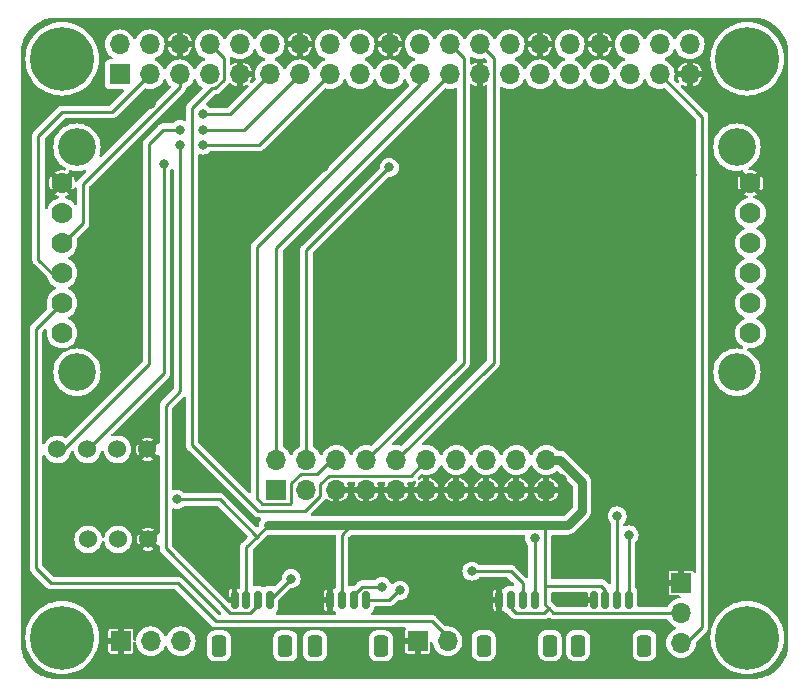
<source format=gtl>
%TF.GenerationSoftware,KiCad,Pcbnew,7.0.10*%
%TF.CreationDate,2024-08-04T17:12:35+10:00*%
%TF.ProjectId,AI4R-PIHAT,41493452-2d50-4494-9841-542e6b696361,rev?*%
%TF.SameCoordinates,Original*%
%TF.FileFunction,Copper,L1,Top*%
%TF.FilePolarity,Positive*%
%FSLAX46Y46*%
G04 Gerber Fmt 4.6, Leading zero omitted, Abs format (unit mm)*
G04 Created by KiCad (PCBNEW 7.0.10) date 2024-08-04 17:12:35*
%MOMM*%
%LPD*%
G01*
G04 APERTURE LIST*
G04 Aperture macros list*
%AMRoundRect*
0 Rectangle with rounded corners*
0 $1 Rounding radius*
0 $2 $3 $4 $5 $6 $7 $8 $9 X,Y pos of 4 corners*
0 Add a 4 corners polygon primitive as box body*
4,1,4,$2,$3,$4,$5,$6,$7,$8,$9,$2,$3,0*
0 Add four circle primitives for the rounded corners*
1,1,$1+$1,$2,$3*
1,1,$1+$1,$4,$5*
1,1,$1+$1,$6,$7*
1,1,$1+$1,$8,$9*
0 Add four rect primitives between the rounded corners*
20,1,$1+$1,$2,$3,$4,$5,0*
20,1,$1+$1,$4,$5,$6,$7,0*
20,1,$1+$1,$6,$7,$8,$9,0*
20,1,$1+$1,$8,$9,$2,$3,0*%
G04 Aperture macros list end*
%TA.AperFunction,ComponentPad*%
%ADD10C,1.778000*%
%TD*%
%TA.AperFunction,ComponentPad*%
%ADD11C,3.200000*%
%TD*%
%TA.AperFunction,ComponentPad*%
%ADD12C,1.524000*%
%TD*%
%TA.AperFunction,SMDPad,CuDef*%
%ADD13RoundRect,0.150000X-0.150000X-0.625000X0.150000X-0.625000X0.150000X0.625000X-0.150000X0.625000X0*%
%TD*%
%TA.AperFunction,SMDPad,CuDef*%
%ADD14RoundRect,0.250000X-0.350000X-0.650000X0.350000X-0.650000X0.350000X0.650000X-0.350000X0.650000X0*%
%TD*%
%TA.AperFunction,ComponentPad*%
%ADD15O,1.700000X1.700000*%
%TD*%
%TA.AperFunction,ComponentPad*%
%ADD16R,1.700000X1.700000*%
%TD*%
%TA.AperFunction,ComponentPad*%
%ADD17C,5.400000*%
%TD*%
%TA.AperFunction,ViaPad*%
%ADD18C,0.800000*%
%TD*%
%TA.AperFunction,Conductor*%
%ADD19C,0.250000*%
%TD*%
%TA.AperFunction,Conductor*%
%ADD20C,0.750000*%
%TD*%
%ADD21C,0.350000*%
G04 APERTURE END LIST*
D10*
%TO.P,U1,GND,GND*%
%TO.N,GND*%
X15490000Y-26023000D03*
X73783000Y-26023000D03*
%TO.P,U1,OE,~{OE}*%
%TO.N,unconnected-(U1-~{OE}-PadOE)*%
X15490000Y-28563000D03*
X73783000Y-28563000D03*
D11*
%TO.P,U1,S1*%
%TO.N,N/C*%
X16760000Y-22975000D03*
%TO.P,U1,S2*%
X72640000Y-22975000D03*
%TO.P,U1,S3*%
X16760000Y-42025000D03*
%TO.P,U1,S4*%
X72640000Y-42025000D03*
D10*
%TO.P,U1,SCL,SCL*%
%TO.N,SCL1*%
X15490000Y-31103000D03*
X73783000Y-31103000D03*
%TO.P,U1,SDA,SDA*%
%TO.N,SDA1*%
X15490000Y-33643000D03*
X73783000Y-33643000D03*
%TO.P,U1,V+,V+*%
%TO.N,unconnected-(U1-PadV+)*%
X15490000Y-38723000D03*
X73783000Y-38723000D03*
%TO.P,U1,VCC,VCC*%
%TO.N,VCC*%
X15490000Y-36183000D03*
X73783000Y-36183000D03*
%TD*%
D12*
%TO.P,U2,1,RCIN*%
%TO.N,Net-(J7-Pin_3)*%
X17700000Y-56180000D03*
%TO.P,U2,2,VRC*%
%TO.N,Net-(J7-Pin_2)*%
X20240000Y-56180000D03*
%TO.P,U2,3,GND*%
%TO.N,GND*%
X22780000Y-56180000D03*
%TO.P,U2,4,GND*%
X22730000Y-48560000D03*
%TO.P,U2,5,VCC*%
%TO.N,3.3V*%
X20190000Y-48560000D03*
%TO.P,U2,6,OUT*%
%TO.N,GPIO17*%
X17650000Y-48560000D03*
%TO.P,U2,7,GOOD*%
%TO.N,GPIO27*%
X15110000Y-48560000D03*
%TD*%
D13*
%TO.P,J2,1,Pin_1*%
%TO.N,GND*%
X60500000Y-61300000D03*
%TO.P,J2,2,Pin_2*%
%TO.N,3.3V*%
X61500000Y-61300000D03*
%TO.P,J2,3,Pin_3*%
%TO.N,SDA1*%
X62500000Y-61300000D03*
%TO.P,J2,4,Pin_4*%
%TO.N,SCL1*%
X63500000Y-61300000D03*
D14*
%TO.P,J2,MP*%
%TO.N,N/C*%
X59200000Y-65175000D03*
X64800000Y-65175000D03*
%TD*%
D15*
%TO.P,J9,2,Pin_2*%
%TO.N,VCC*%
X48140000Y-64800000D03*
D16*
%TO.P,J9,1,Pin_1*%
%TO.N,GND*%
X45600000Y-64800000D03*
%TD*%
%TO.P,J1,1,Pin_1*%
%TO.N,3.3V*%
X20380000Y-16800000D03*
D15*
%TO.P,J1,2,Pin_2*%
%TO.N,VCC*%
X20380000Y-14260000D03*
%TO.P,J1,3,Pin_3*%
%TO.N,SDA1*%
X22920000Y-16800000D03*
%TO.P,J1,4,Pin_4*%
%TO.N,unconnected-(J1-Pin_4-Pad4)*%
X22920000Y-14260000D03*
%TO.P,J1,5,Pin_5*%
%TO.N,SCL1*%
X25460000Y-16800000D03*
%TO.P,J1,6,Pin_6*%
%TO.N,GND*%
X25460000Y-14260000D03*
%TO.P,J1,7,Pin_7*%
%TO.N,SDA2*%
X28000000Y-16800000D03*
%TO.P,J1,8,Pin_8*%
%TO.N,GPIO14*%
X28000000Y-14260000D03*
%TO.P,J1,9,Pin_9*%
%TO.N,GND*%
X30540000Y-16800000D03*
%TO.P,J1,10,Pin_10*%
%TO.N,GPIO15*%
X30540000Y-14260000D03*
%TO.P,J1,11,Pin_11*%
%TO.N,GPIO17*%
X33080000Y-16800000D03*
%TO.P,J1,12,Pin_12*%
%TO.N,GPIO18*%
X33080000Y-14260000D03*
%TO.P,J1,13,Pin_13*%
%TO.N,GPIO27*%
X35620000Y-16800000D03*
%TO.P,J1,14,Pin_14*%
%TO.N,GND*%
X35620000Y-14260000D03*
%TO.P,J1,15,Pin_15*%
%TO.N,SDA4*%
X38160000Y-16800000D03*
%TO.P,J1,16,Pin_16*%
%TO.N,SCL4*%
X38160000Y-14260000D03*
%TO.P,J1,17,Pin_17*%
%TO.N,3.3V*%
X40700000Y-16800000D03*
%TO.P,J1,18,Pin_18*%
%TO.N,unconnected-(J1-Pin_18-Pad18)*%
X40700000Y-14260000D03*
%TO.P,J1,19,Pin_19*%
%TO.N,GPIO10*%
X43240000Y-16800000D03*
%TO.P,J1,20,Pin_20*%
%TO.N,GND*%
X43240000Y-14260000D03*
%TO.P,J1,21,Pin_21*%
%TO.N,GPIO9*%
X45780000Y-16800000D03*
%TO.P,J1,22,Pin_22*%
%TO.N,unconnected-(J1-Pin_22-Pad22)*%
X45780000Y-14260000D03*
%TO.P,J1,23,Pin_23*%
%TO.N,GPIO11*%
X48320000Y-16800000D03*
%TO.P,J1,24,Pin_24*%
%TO.N,GPIO8*%
X48320000Y-14260000D03*
%TO.P,J1,25,Pin_25*%
%TO.N,GND*%
X50860000Y-16800000D03*
%TO.P,J1,26,Pin_26*%
%TO.N,GPIO7*%
X50860000Y-14260000D03*
%TO.P,J1,27,Pin_27*%
%TO.N,unconnected-(J1-Pin_27-Pad27)*%
X53400000Y-16800000D03*
%TO.P,J1,28,Pin_28*%
%TO.N,unconnected-(J1-Pin_28-Pad28)*%
X53400000Y-14260000D03*
%TO.P,J1,29,Pin_29*%
%TO.N,SCL2*%
X55940000Y-16800000D03*
%TO.P,J1,30,Pin_30*%
%TO.N,GND*%
X55940000Y-14260000D03*
%TO.P,J1,31,Pin_31*%
%TO.N,unconnected-(J1-Pin_31-Pad31)*%
X58480000Y-16800000D03*
%TO.P,J1,32,Pin_32*%
%TO.N,SDA3*%
X58480000Y-14260000D03*
%TO.P,J1,33,Pin_33*%
%TO.N,SCL3*%
X61020000Y-16800000D03*
%TO.P,J1,34,Pin_34*%
%TO.N,GND*%
X61020000Y-14260000D03*
%TO.P,J1,35,Pin_35*%
%TO.N,unconnected-(J1-Pin_35-Pad35)*%
X63560000Y-16800000D03*
%TO.P,J1,36,Pin_36*%
%TO.N,unconnected-(J1-Pin_36-Pad36)*%
X63560000Y-14260000D03*
%TO.P,J1,37,Pin_37*%
%TO.N,GPIO26*%
X66100000Y-16800000D03*
%TO.P,J1,38,Pin_38*%
%TO.N,unconnected-(J1-Pin_38-Pad38)*%
X66100000Y-14260000D03*
%TO.P,J1,39,Pin_39*%
%TO.N,GND*%
X68640000Y-16800000D03*
%TO.P,J1,40,Pin_40*%
%TO.N,unconnected-(J1-Pin_40-Pad40)*%
X68640000Y-14260000D03*
%TD*%
D16*
%TO.P,J6,1,Pin_1*%
%TO.N,GND*%
X33640000Y-52000000D03*
D15*
%TO.P,J6,2,Pin_2*%
%TO.N,GPIO11*%
X33640000Y-49460000D03*
%TO.P,J6,3,Pin_3*%
%TO.N,GND*%
X36180000Y-52000000D03*
%TO.P,J6,4,Pin_4*%
%TO.N,GPIO10*%
X36180000Y-49460000D03*
%TO.P,J6,5,Pin_5*%
%TO.N,GND*%
X38720000Y-52000000D03*
%TO.P,J6,6,Pin_6*%
%TO.N,GPIO9*%
X38720000Y-49460000D03*
%TO.P,J6,7,Pin_7*%
%TO.N,GND*%
X41260000Y-52000000D03*
%TO.P,J6,8,Pin_8*%
%TO.N,GPIO8*%
X41260000Y-49460000D03*
%TO.P,J6,9,Pin_9*%
%TO.N,GND*%
X43800000Y-52000000D03*
%TO.P,J6,10,Pin_10*%
%TO.N,GPIO7*%
X43800000Y-49460000D03*
%TO.P,J6,11,Pin_11*%
%TO.N,GND*%
X46340000Y-52000000D03*
%TO.P,J6,12,Pin_12*%
%TO.N,GPIO14*%
X46340000Y-49460000D03*
%TO.P,J6,13,Pin_13*%
%TO.N,GND*%
X48880000Y-52000000D03*
%TO.P,J6,14,Pin_14*%
%TO.N,GPIO15*%
X48880000Y-49460000D03*
%TO.P,J6,15,Pin_15*%
%TO.N,GND*%
X51420000Y-52000000D03*
%TO.P,J6,16,Pin_16*%
%TO.N,GPIO18*%
X51420000Y-49460000D03*
%TO.P,J6,17,Pin_17*%
%TO.N,GND*%
X53960000Y-52000000D03*
%TO.P,J6,18,Pin_18*%
%TO.N,3.3V*%
X53960000Y-49460000D03*
%TO.P,J6,19,Pin_19*%
%TO.N,GND*%
X56500000Y-52000000D03*
%TO.P,J6,20,Pin_20*%
%TO.N,3.3V*%
X56500000Y-49460000D03*
%TD*%
D17*
%TO.P,H3,1*%
%TO.N,N/C*%
X15500000Y-64500000D03*
%TD*%
%TO.P,H4,1*%
%TO.N,N/C*%
X73500000Y-64500000D03*
%TD*%
%TO.P,H2,1*%
%TO.N,N/C*%
X73500000Y-15500000D03*
%TD*%
D13*
%TO.P,J5,1,Pin_1*%
%TO.N,GND*%
X30100000Y-61325000D03*
%TO.P,J5,2,Pin_2*%
%TO.N,3.3V*%
X31100000Y-61325000D03*
%TO.P,J5,3,Pin_3*%
%TO.N,SDA4*%
X32100000Y-61325000D03*
%TO.P,J5,4,Pin_4*%
%TO.N,SCL4*%
X33100000Y-61325000D03*
D14*
%TO.P,J5,MP*%
%TO.N,N/C*%
X28800000Y-65200000D03*
X34400000Y-65200000D03*
%TD*%
D17*
%TO.P,H1,1*%
%TO.N,N/C*%
X15500000Y-15500000D03*
%TD*%
D16*
%TO.P,J7,1,Pin_1*%
%TO.N,GND*%
X20470000Y-64800000D03*
D15*
%TO.P,J7,2,Pin_2*%
%TO.N,Net-(J7-Pin_2)*%
X23010000Y-64800000D03*
%TO.P,J7,3,Pin_3*%
%TO.N,Net-(J7-Pin_3)*%
X25550000Y-64800000D03*
%TD*%
D16*
%TO.P,J8,1,Pin_1*%
%TO.N,GND*%
X67900000Y-59875000D03*
D15*
%TO.P,J8,2,Pin_2*%
%TO.N,3.3V*%
X67900000Y-62415000D03*
%TO.P,J8,3,Pin_3*%
%TO.N,GPIO26*%
X67900000Y-64955000D03*
%TD*%
D14*
%TO.P,J3,MP*%
%TO.N,N/C*%
X56800000Y-65175000D03*
X51200000Y-65175000D03*
D13*
%TO.P,J3,4,Pin_4*%
%TO.N,SCL2*%
X55500000Y-61300000D03*
%TO.P,J3,3,Pin_3*%
%TO.N,SDA2*%
X54500000Y-61300000D03*
%TO.P,J3,2,Pin_2*%
%TO.N,3.3V*%
X53500000Y-61300000D03*
%TO.P,J3,1,Pin_1*%
%TO.N,GND*%
X52500000Y-61300000D03*
%TD*%
%TO.P,J4,1,Pin_1*%
%TO.N,GND*%
X38200000Y-61325000D03*
%TO.P,J4,2,Pin_2*%
%TO.N,3.3V*%
X39200000Y-61325000D03*
%TO.P,J4,3,Pin_3*%
%TO.N,SDA3*%
X40200000Y-61325000D03*
%TO.P,J4,4,Pin_4*%
%TO.N,SCL3*%
X41200000Y-61325000D03*
D14*
%TO.P,J4,MP*%
%TO.N,N/C*%
X36900000Y-65200000D03*
X42500000Y-65200000D03*
%TD*%
D18*
%TO.N,GND*%
X36800000Y-56300000D03*
%TO.N,SDA1*%
X62500000Y-54200000D03*
%TO.N,SCL1*%
X63500000Y-55800000D03*
%TO.N,GND*%
X59100000Y-61300000D03*
%TO.N,SDA2*%
X50200000Y-58875000D03*
%TO.N,SCL4*%
X34900000Y-59500000D03*
%TO.N,3.3V*%
X25225000Y-52800000D03*
%TO.N,GND*%
X21200000Y-40800000D03*
X20700000Y-53200000D03*
X65400000Y-21800000D03*
X65800000Y-37400000D03*
X62200000Y-66800000D03*
X55900000Y-24400000D03*
X23025000Y-19300000D03*
X30100000Y-55600000D03*
X20800000Y-30000000D03*
X67600000Y-55700000D03*
X37700000Y-24700000D03*
X30900000Y-49700000D03*
X39100000Y-66700000D03*
X56800000Y-41600000D03*
X57800000Y-51100000D03*
X30900000Y-46700000D03*
X46000000Y-37700000D03*
X73700000Y-51100000D03*
X15200000Y-52400000D03*
X25400000Y-54400000D03*
X19400000Y-37300000D03*
X17000000Y-61000000D03*
X68800000Y-25300000D03*
X25200000Y-51000000D03*
X35200000Y-22900000D03*
X40900000Y-39900000D03*
X66000000Y-46800000D03*
X30900000Y-41300000D03*
%TO.N,GPIO17*%
X27462312Y-20200331D03*
X24100000Y-24375000D03*
%TO.N,GPIO27*%
X25500000Y-21500000D03*
X27450000Y-21500000D03*
%TO.N,SDA4*%
X25500000Y-22800000D03*
X27400000Y-22800000D03*
%TO.N,GPIO10*%
X43200000Y-24700000D03*
%TO.N,SCL2*%
X55500000Y-56100000D03*
%TO.N,SDA3*%
X42587347Y-60187347D03*
%TO.N,SCL3*%
X44100000Y-60500000D03*
%TD*%
D19*
%TO.N,GPIO9*%
X37065000Y-50635000D02*
X35693299Y-50635000D01*
X45780000Y-17645305D02*
X45780000Y-16800000D01*
X35693299Y-50635000D02*
X34900000Y-51428299D01*
X32465000Y-53175000D02*
X32015000Y-52725000D01*
X34900000Y-51428299D02*
X34900000Y-53090000D01*
X38240000Y-49460000D02*
X37065000Y-50635000D01*
X38720000Y-49460000D02*
X38240000Y-49460000D01*
X34900000Y-53090000D02*
X34815000Y-53175000D01*
X34815000Y-53175000D02*
X32465000Y-53175000D01*
X32015000Y-52725000D02*
X32015000Y-31410305D01*
X32015000Y-31410305D02*
X45780000Y-17645305D01*
%TO.N,GPIO14*%
X46340000Y-49460000D02*
X45000000Y-50800000D01*
X37355000Y-52486701D02*
X36041701Y-53800000D01*
X29175000Y-15435000D02*
X28000000Y-14260000D01*
X45000000Y-50800000D02*
X38068299Y-50800000D01*
X37355000Y-51513299D02*
X37355000Y-52486701D01*
X32100000Y-53800000D02*
X26500000Y-48200000D01*
X36041701Y-53800000D02*
X32100000Y-53800000D01*
X28225000Y-17975000D02*
X28486701Y-17975000D01*
X26500000Y-48200000D02*
X26500000Y-19700000D01*
X28486701Y-17975000D02*
X29175000Y-17286701D01*
X26500000Y-19700000D02*
X28225000Y-17975000D01*
X38068299Y-50800000D02*
X37355000Y-51513299D01*
X29175000Y-17286701D02*
X29175000Y-15435000D01*
%TO.N,GPIO26*%
X67900000Y-64955000D02*
X68345000Y-64955000D01*
X68345000Y-64955000D02*
X69700000Y-63600000D01*
X69700000Y-63600000D02*
X69700000Y-20400000D01*
X69700000Y-20400000D02*
X66100000Y-16800000D01*
%TO.N,SDA1*%
X62500000Y-61300000D02*
X62500000Y-54200000D01*
%TO.N,SCL1*%
X63500000Y-61300000D02*
X63500000Y-55800000D01*
X15417000Y-31103000D02*
X15597000Y-31103000D01*
X17275000Y-26075305D02*
X25460000Y-17890305D01*
X25460000Y-17890305D02*
X25460000Y-16800000D01*
X15597000Y-31103000D02*
X17275000Y-29425000D01*
X17275000Y-29425000D02*
X17275000Y-26075305D01*
%TO.N,SCL4*%
X34900000Y-59500000D02*
X33100000Y-61300000D01*
X33100000Y-61300000D02*
X33100000Y-61325000D01*
X34900000Y-59500000D02*
X34700000Y-59700000D01*
%TO.N,SDA2*%
X50200000Y-58875000D02*
X53475000Y-58875000D01*
X53475000Y-58875000D02*
X54500000Y-59900000D01*
X54500000Y-59900000D02*
X54500000Y-61225000D01*
%TO.N,3.3V*%
X56400000Y-55000000D02*
X56400000Y-60100000D01*
D20*
X53200000Y-55000000D02*
X58300000Y-55000000D01*
X58300000Y-55000000D02*
X58900000Y-54400000D01*
X59500000Y-53800000D02*
X59500000Y-51300000D01*
X59500000Y-51300000D02*
X57660000Y-49460000D01*
X58900000Y-54400000D02*
X59500000Y-53800000D01*
X57660000Y-49460000D02*
X56500000Y-49460000D01*
D19*
%TO.N,VCC*%
X13300000Y-38373000D02*
X13300000Y-58600000D01*
X46800000Y-63100000D02*
X48140000Y-64440000D01*
X13300000Y-58600000D02*
X14600000Y-59900000D01*
X15490000Y-36183000D02*
X13300000Y-38373000D01*
X28500000Y-63100000D02*
X46800000Y-63100000D01*
X14600000Y-59900000D02*
X25300000Y-59900000D01*
X25300000Y-59900000D02*
X28500000Y-63100000D01*
X48140000Y-64440000D02*
X48140000Y-64800000D01*
%TO.N,GPIO27*%
X15110000Y-48560000D02*
X15640000Y-48560000D01*
X15640000Y-48560000D02*
X22850000Y-41350000D01*
X22850000Y-41350000D02*
X22850000Y-22700000D01*
X22850000Y-22700000D02*
X24050000Y-21500000D01*
X24050000Y-21500000D02*
X25500000Y-21500000D01*
%TO.N,3.3V*%
X56700000Y-62000000D02*
X56400000Y-61700000D01*
X57100000Y-62400000D02*
X56700000Y-62000000D01*
X53500000Y-61225000D02*
X53500000Y-61999999D01*
X53500000Y-61999999D02*
X53900001Y-62400000D01*
X56300000Y-62400000D02*
X56700000Y-62000000D01*
X53900001Y-62400000D02*
X56300000Y-62400000D01*
X56400000Y-61000000D02*
X56400000Y-60100000D01*
X61500000Y-61225000D02*
X61500000Y-60450001D01*
X61500000Y-60450001D02*
X61149999Y-60100000D01*
X61149999Y-60100000D02*
X56400000Y-60100000D01*
%TO.N,SCL2*%
X55500000Y-56100000D02*
X55500000Y-61225000D01*
%TO.N,SCL3*%
X44100000Y-60500000D02*
X44000000Y-60500000D01*
X44000000Y-60500000D02*
X43175000Y-61325000D01*
X43175000Y-61325000D02*
X41200000Y-61325000D01*
%TO.N,SDA3*%
X42587347Y-60187347D02*
X40886745Y-60187347D01*
X40886745Y-60187347D02*
X40200000Y-60874092D01*
X40200000Y-60874092D02*
X40200000Y-61325000D01*
%TO.N,3.3V*%
X39200000Y-61325000D02*
X39200000Y-55800000D01*
X39200000Y-55800000D02*
X40000000Y-55000000D01*
%TO.N,SDA4*%
X32100000Y-61775908D02*
X31450908Y-62425000D01*
X25500000Y-43647144D02*
X25500000Y-22800000D01*
X31450908Y-62425000D02*
X29749092Y-62425000D01*
X24275000Y-56950908D02*
X24275000Y-44872144D01*
X29749092Y-62425000D02*
X24275000Y-56950908D01*
X32100000Y-61325000D02*
X32100000Y-61775908D01*
X24275000Y-44872144D02*
X25500000Y-43647144D01*
%TO.N,3.3V*%
X31100000Y-61325000D02*
X31100000Y-56850000D01*
X31100000Y-56850000D02*
X32000000Y-55950000D01*
X68500000Y-62015000D02*
X68100000Y-62415000D01*
X68100000Y-62415000D02*
X67900000Y-62415000D01*
X67900000Y-62415000D02*
X67885000Y-62400000D01*
X67885000Y-62400000D02*
X57100000Y-62400000D01*
X56400000Y-61700000D02*
X56400000Y-61000000D01*
X48200000Y-55100000D02*
X48300000Y-55000000D01*
X25225000Y-52800000D02*
X28850000Y-52800000D01*
D20*
X44600000Y-55000000D02*
X45100000Y-55000000D01*
X47900000Y-55000000D02*
X48300000Y-55000000D01*
X32950000Y-55000000D02*
X35200000Y-55000000D01*
X50600000Y-55000000D02*
X52700000Y-55000000D01*
X35200000Y-55000000D02*
X35800000Y-55000000D01*
X37400000Y-55000000D02*
X39600000Y-55000000D01*
D19*
X32000000Y-55950000D02*
X32950000Y-55000000D01*
D20*
X52700000Y-55000000D02*
X53200000Y-55000000D01*
X40000000Y-55000000D02*
X42950000Y-55000000D01*
X48300000Y-55000000D02*
X49450000Y-55000000D01*
X46700000Y-55000000D02*
X47900000Y-55000000D01*
X42950000Y-55000000D02*
X44600000Y-55000000D01*
X45100000Y-55000000D02*
X46700000Y-55000000D01*
D19*
X28850000Y-52800000D02*
X32000000Y-55950000D01*
D20*
X49450000Y-55000000D02*
X50600000Y-55000000D01*
X35800000Y-55000000D02*
X37400000Y-55000000D01*
X39600000Y-55000000D02*
X40000000Y-55000000D01*
D19*
%TO.N,SDA1*%
X13500000Y-32500000D02*
X13500000Y-22000000D01*
X15357000Y-33643000D02*
X15000000Y-34000000D01*
X15000000Y-34000000D02*
X13500000Y-32500000D01*
X15417000Y-33643000D02*
X15357000Y-33643000D01*
X19720000Y-20000000D02*
X22920000Y-16800000D01*
X13500000Y-22000000D02*
X15500000Y-20000000D01*
X15500000Y-20000000D02*
X19720000Y-20000000D01*
%TO.N,GPIO17*%
X27462312Y-20200331D02*
X29679669Y-20200331D01*
X29679669Y-20200331D02*
X33080000Y-16800000D01*
X24100000Y-42110000D02*
X24100000Y-24375000D01*
X24100000Y-24375000D02*
X24075000Y-24350000D01*
X17610000Y-48600000D02*
X24100000Y-42110000D01*
%TO.N,GPIO27*%
X27450000Y-21500000D02*
X30920000Y-21500000D01*
X30920000Y-21500000D02*
X35620000Y-16800000D01*
%TO.N,SDA4*%
X32160000Y-22800000D02*
X38160000Y-16800000D01*
X27400000Y-22800000D02*
X32160000Y-22800000D01*
X25500000Y-22800000D02*
X25500000Y-22900000D01*
%TO.N,GPIO10*%
X36180000Y-49460000D02*
X36180000Y-31720000D01*
X36180000Y-31720000D02*
X43200000Y-24700000D01*
%TO.N,GPIO11*%
X33640000Y-31480000D02*
X48320000Y-16800000D01*
X33640000Y-49460000D02*
X33640000Y-31480000D01*
%TO.N,GPIO8*%
X49500000Y-41220000D02*
X49500000Y-15440000D01*
X41260000Y-49460000D02*
X49500000Y-41220000D01*
X49500000Y-15440000D02*
X48320000Y-14260000D01*
%TO.N,GPIO7*%
X52035000Y-41225000D02*
X52035000Y-15435000D01*
X52035000Y-15435000D02*
X50860000Y-14260000D01*
X43800000Y-49460000D02*
X52035000Y-41225000D01*
%TD*%
%TA.AperFunction,Conductor*%
%TO.N,GND*%
G36*
X24930743Y-24823727D02*
G01*
X24969115Y-24882116D01*
X24974500Y-24918263D01*
X24974500Y-43378112D01*
X24954815Y-43445151D01*
X24938181Y-43465793D01*
X23911270Y-44492703D01*
X23908227Y-44495644D01*
X23863532Y-44537387D01*
X23863531Y-44537388D01*
X23843302Y-44570652D01*
X23836161Y-44581144D01*
X23812639Y-44612163D01*
X23812633Y-44612173D01*
X23806525Y-44627661D01*
X23797125Y-44646586D01*
X23788477Y-44660808D01*
X23788475Y-44660814D01*
X23777971Y-44698299D01*
X23773926Y-44710325D01*
X23759641Y-44746553D01*
X23759640Y-44746555D01*
X23757937Y-44763120D01*
X23753991Y-44783883D01*
X23749500Y-44799911D01*
X23749500Y-44838847D01*
X23748850Y-44851526D01*
X23744869Y-44890251D01*
X23744869Y-44890255D01*
X23747697Y-44906655D01*
X23749500Y-44927724D01*
X23749500Y-47963320D01*
X23729815Y-48030359D01*
X23677011Y-48076114D01*
X23607853Y-48086058D01*
X23607307Y-48085978D01*
X23563997Y-48079554D01*
X23114903Y-48528648D01*
X23114949Y-48528102D01*
X23083734Y-48404838D01*
X23014187Y-48298388D01*
X22913843Y-48220287D01*
X22793578Y-48179000D01*
X22757448Y-48179000D01*
X23210444Y-47726002D01*
X23099925Y-47666928D01*
X22918583Y-47611918D01*
X22730000Y-47593345D01*
X22541416Y-47611918D01*
X22360072Y-47666928D01*
X22249555Y-47726001D01*
X22249555Y-47726002D01*
X22702553Y-48179000D01*
X22698431Y-48179000D01*
X22604579Y-48194661D01*
X22492749Y-48255180D01*
X22406629Y-48348731D01*
X22355552Y-48465177D01*
X22349894Y-48533447D01*
X21896002Y-48079555D01*
X21896001Y-48079555D01*
X21836928Y-48190072D01*
X21781918Y-48371416D01*
X21763345Y-48560000D01*
X21781918Y-48748583D01*
X21836928Y-48929925D01*
X21896002Y-49040444D01*
X22345096Y-48591350D01*
X22345051Y-48591898D01*
X22376266Y-48715162D01*
X22445813Y-48821612D01*
X22546157Y-48899713D01*
X22666422Y-48941000D01*
X22702553Y-48941000D01*
X22249554Y-49393997D01*
X22360074Y-49453071D01*
X22541416Y-49508081D01*
X22730000Y-49526654D01*
X22918583Y-49508081D01*
X23099927Y-49453071D01*
X23210444Y-49393997D01*
X23210444Y-49393996D01*
X22757448Y-48941000D01*
X22761569Y-48941000D01*
X22855421Y-48925339D01*
X22967251Y-48864820D01*
X23053371Y-48771269D01*
X23104448Y-48654823D01*
X23110105Y-48586552D01*
X23563996Y-49040444D01*
X23607306Y-49034020D01*
X23676508Y-49043655D01*
X23729516Y-49089174D01*
X23749499Y-49156125D01*
X23749500Y-49156678D01*
X23749500Y-55575904D01*
X23729815Y-55642943D01*
X23677011Y-55688698D01*
X23616095Y-55697456D01*
X23164903Y-56148648D01*
X23164949Y-56148102D01*
X23133734Y-56024838D01*
X23064187Y-55918388D01*
X22963843Y-55840287D01*
X22843578Y-55799000D01*
X22807448Y-55799000D01*
X23260444Y-55346002D01*
X23149925Y-55286928D01*
X22968583Y-55231918D01*
X22780000Y-55213345D01*
X22591416Y-55231918D01*
X22410072Y-55286928D01*
X22299555Y-55346001D01*
X22299555Y-55346002D01*
X22752553Y-55799000D01*
X22748431Y-55799000D01*
X22654579Y-55814661D01*
X22542749Y-55875180D01*
X22456629Y-55968731D01*
X22405552Y-56085177D01*
X22399894Y-56153447D01*
X21946002Y-55699555D01*
X21946001Y-55699555D01*
X21886928Y-55810072D01*
X21831918Y-55991416D01*
X21813345Y-56180000D01*
X21831918Y-56368583D01*
X21886928Y-56549925D01*
X21946002Y-56660444D01*
X22395096Y-56211350D01*
X22395051Y-56211898D01*
X22426266Y-56335162D01*
X22495813Y-56441612D01*
X22596157Y-56519713D01*
X22716422Y-56561000D01*
X22752553Y-56561000D01*
X22299554Y-57013997D01*
X22410074Y-57073071D01*
X22591416Y-57128081D01*
X22780000Y-57146654D01*
X22968583Y-57128081D01*
X23149927Y-57073071D01*
X23260444Y-57013997D01*
X23260444Y-57013996D01*
X22807448Y-56561000D01*
X22811569Y-56561000D01*
X22905421Y-56545339D01*
X23017251Y-56484820D01*
X23103371Y-56391269D01*
X23154448Y-56274823D01*
X23160105Y-56206552D01*
X23616231Y-56662678D01*
X23676507Y-56671071D01*
X23729515Y-56716589D01*
X23749499Y-56783540D01*
X23749500Y-56784094D01*
X23749500Y-56939798D01*
X23749428Y-56944031D01*
X23748660Y-56966528D01*
X23747340Y-57005158D01*
X23756556Y-57042976D01*
X23758927Y-57055448D01*
X23764228Y-57094017D01*
X23770864Y-57109295D01*
X23777602Y-57129332D01*
X23781542Y-57145501D01*
X23781543Y-57145502D01*
X23800618Y-57179428D01*
X23806266Y-57190798D01*
X23821782Y-57226520D01*
X23832283Y-57239426D01*
X23844182Y-57256908D01*
X23852342Y-57271420D01*
X23879878Y-57298956D01*
X23888377Y-57308374D01*
X23912943Y-57338570D01*
X23912944Y-57338571D01*
X23912946Y-57338573D01*
X23926544Y-57348172D01*
X23942715Y-57361793D01*
X26542503Y-59961581D01*
X28943742Y-62362819D01*
X28977227Y-62424142D01*
X28972243Y-62493834D01*
X28930371Y-62549767D01*
X28864907Y-62574184D01*
X28856061Y-62574500D01*
X28769031Y-62574500D01*
X28701992Y-62554815D01*
X28681350Y-62538181D01*
X25679440Y-59536271D01*
X25676498Y-59533227D01*
X25645466Y-59500000D01*
X25634755Y-59488531D01*
X25634754Y-59488530D01*
X25634753Y-59488529D01*
X25634751Y-59488528D01*
X25601489Y-59468301D01*
X25590991Y-59461156D01*
X25559976Y-59437636D01*
X25551406Y-59434256D01*
X25544485Y-59431527D01*
X25525553Y-59422124D01*
X25511329Y-59413474D01*
X25473842Y-59402970D01*
X25461813Y-59398925D01*
X25425591Y-59384641D01*
X25425583Y-59384640D01*
X25409022Y-59382937D01*
X25388255Y-59378990D01*
X25372231Y-59374500D01*
X25372228Y-59374500D01*
X25333296Y-59374500D01*
X25320617Y-59373850D01*
X25281892Y-59369869D01*
X25281888Y-59369869D01*
X25272576Y-59371474D01*
X25265485Y-59372697D01*
X25244420Y-59374500D01*
X14869031Y-59374500D01*
X14801992Y-59354815D01*
X14781350Y-59338181D01*
X13861819Y-58418650D01*
X13828334Y-58357327D01*
X13825500Y-58330969D01*
X13825500Y-56180000D01*
X16532520Y-56180000D01*
X16552398Y-56394519D01*
X16552398Y-56394521D01*
X16552399Y-56394524D01*
X16570442Y-56457940D01*
X16611356Y-56601740D01*
X16611360Y-56601750D01*
X16707386Y-56794597D01*
X16837223Y-56966528D01*
X16996435Y-57111668D01*
X16996437Y-57111670D01*
X17179605Y-57225083D01*
X17179611Y-57225086D01*
X17183305Y-57226517D01*
X17380504Y-57302912D01*
X17592279Y-57342500D01*
X17592281Y-57342500D01*
X17807719Y-57342500D01*
X17807721Y-57342500D01*
X18019496Y-57302912D01*
X18220391Y-57225085D01*
X18403564Y-57111669D01*
X18562778Y-56966526D01*
X18692612Y-56794599D01*
X18788643Y-56601742D01*
X18847601Y-56394524D01*
X18847602Y-56394514D01*
X18848112Y-56391791D01*
X18848715Y-56390604D01*
X18849169Y-56389010D01*
X18849480Y-56389098D01*
X18879780Y-56329511D01*
X18940093Y-56294239D01*
X19009901Y-56297173D01*
X19067041Y-56337383D01*
X19090642Y-56389063D01*
X19090831Y-56389010D01*
X19091183Y-56390247D01*
X19091888Y-56391791D01*
X19092397Y-56394514D01*
X19092398Y-56394519D01*
X19092399Y-56394524D01*
X19126747Y-56515245D01*
X19151356Y-56601740D01*
X19151360Y-56601750D01*
X19247386Y-56794597D01*
X19377223Y-56966528D01*
X19536435Y-57111668D01*
X19536437Y-57111670D01*
X19719605Y-57225083D01*
X19719611Y-57225086D01*
X19723305Y-57226517D01*
X19920504Y-57302912D01*
X20132279Y-57342500D01*
X20132281Y-57342500D01*
X20347719Y-57342500D01*
X20347721Y-57342500D01*
X20559496Y-57302912D01*
X20760391Y-57225085D01*
X20943564Y-57111669D01*
X21102778Y-56966526D01*
X21232612Y-56794599D01*
X21328643Y-56601742D01*
X21387601Y-56394524D01*
X21407480Y-56180000D01*
X21387601Y-55965476D01*
X21328643Y-55758258D01*
X21328639Y-55758249D01*
X21232613Y-55565402D01*
X21102776Y-55393471D01*
X20943564Y-55248331D01*
X20943562Y-55248329D01*
X20760394Y-55134916D01*
X20760388Y-55134913D01*
X20599653Y-55072645D01*
X20559496Y-55057088D01*
X20347721Y-55017500D01*
X20132279Y-55017500D01*
X19920504Y-55057088D01*
X19920501Y-55057088D01*
X19920501Y-55057089D01*
X19719611Y-55134913D01*
X19719605Y-55134916D01*
X19536437Y-55248329D01*
X19536435Y-55248331D01*
X19377223Y-55393471D01*
X19247386Y-55565402D01*
X19151360Y-55758249D01*
X19151356Y-55758259D01*
X19092397Y-55965482D01*
X19091888Y-55968210D01*
X19091284Y-55969397D01*
X19090831Y-55970990D01*
X19090519Y-55970901D01*
X19060218Y-56030490D01*
X18999904Y-56065761D01*
X18930096Y-56062825D01*
X18872957Y-56022614D01*
X18849357Y-55970936D01*
X18849169Y-55970990D01*
X18848817Y-55969755D01*
X18848112Y-55968210D01*
X18847602Y-55965482D01*
X18847601Y-55965479D01*
X18847601Y-55965476D01*
X18788643Y-55758258D01*
X18788639Y-55758249D01*
X18692613Y-55565402D01*
X18562776Y-55393471D01*
X18403564Y-55248331D01*
X18403562Y-55248329D01*
X18220394Y-55134916D01*
X18220388Y-55134913D01*
X18059653Y-55072645D01*
X18019496Y-55057088D01*
X17807721Y-55017500D01*
X17592279Y-55017500D01*
X17380504Y-55057088D01*
X17380501Y-55057088D01*
X17380501Y-55057089D01*
X17179611Y-55134913D01*
X17179605Y-55134916D01*
X16996437Y-55248329D01*
X16996435Y-55248331D01*
X16837223Y-55393471D01*
X16707386Y-55565402D01*
X16611360Y-55758249D01*
X16611356Y-55758259D01*
X16552398Y-55965480D01*
X16532520Y-56180000D01*
X13825500Y-56180000D01*
X13825500Y-49115624D01*
X13845185Y-49048585D01*
X13897989Y-49002830D01*
X13967147Y-48992886D01*
X14030703Y-49021911D01*
X14060500Y-49060353D01*
X14117386Y-49174597D01*
X14247223Y-49346528D01*
X14406435Y-49491668D01*
X14406437Y-49491670D01*
X14589605Y-49605083D01*
X14589611Y-49605086D01*
X14632169Y-49621573D01*
X14790504Y-49682912D01*
X15002279Y-49722500D01*
X15002281Y-49722500D01*
X15217719Y-49722500D01*
X15217721Y-49722500D01*
X15429496Y-49682912D01*
X15630391Y-49605085D01*
X15813564Y-49491669D01*
X15972778Y-49346526D01*
X16102612Y-49174599D01*
X16198643Y-48981742D01*
X16257601Y-48774524D01*
X16257602Y-48774504D01*
X16258108Y-48771805D01*
X16258711Y-48770617D01*
X16259169Y-48769010D01*
X16259483Y-48769099D01*
X16289770Y-48709521D01*
X16350078Y-48674242D01*
X16419887Y-48677169D01*
X16477031Y-48717372D01*
X16500645Y-48769062D01*
X16500831Y-48769010D01*
X16501177Y-48770229D01*
X16501885Y-48771777D01*
X16502397Y-48774514D01*
X16502398Y-48774519D01*
X16502399Y-48774524D01*
X16526420Y-48858949D01*
X16561356Y-48981740D01*
X16561360Y-48981750D01*
X16657386Y-49174597D01*
X16787223Y-49346528D01*
X16946435Y-49491668D01*
X16946437Y-49491670D01*
X17129605Y-49605083D01*
X17129611Y-49605086D01*
X17172169Y-49621573D01*
X17330504Y-49682912D01*
X17542279Y-49722500D01*
X17542281Y-49722500D01*
X17757719Y-49722500D01*
X17757721Y-49722500D01*
X17969496Y-49682912D01*
X18170391Y-49605085D01*
X18353564Y-49491669D01*
X18512778Y-49346526D01*
X18642612Y-49174599D01*
X18738643Y-48981742D01*
X18797601Y-48774524D01*
X18797602Y-48774514D01*
X18798112Y-48771791D01*
X18798715Y-48770604D01*
X18799169Y-48769010D01*
X18799480Y-48769098D01*
X18829780Y-48709511D01*
X18890093Y-48674239D01*
X18959901Y-48677173D01*
X19017041Y-48717383D01*
X19040642Y-48769063D01*
X19040831Y-48769010D01*
X19041183Y-48770247D01*
X19041888Y-48771791D01*
X19042397Y-48774514D01*
X19042398Y-48774519D01*
X19042399Y-48774524D01*
X19066420Y-48858949D01*
X19101356Y-48981740D01*
X19101360Y-48981750D01*
X19197386Y-49174597D01*
X19327223Y-49346528D01*
X19486435Y-49491668D01*
X19486437Y-49491670D01*
X19669605Y-49605083D01*
X19669611Y-49605086D01*
X19712169Y-49621573D01*
X19870504Y-49682912D01*
X20082279Y-49722500D01*
X20082281Y-49722500D01*
X20297719Y-49722500D01*
X20297721Y-49722500D01*
X20509496Y-49682912D01*
X20710391Y-49605085D01*
X20893564Y-49491669D01*
X21052778Y-49346526D01*
X21182612Y-49174599D01*
X21278643Y-48981742D01*
X21337601Y-48774524D01*
X21357480Y-48560000D01*
X21337601Y-48345476D01*
X21278643Y-48138258D01*
X21271733Y-48124380D01*
X21182613Y-47945402D01*
X21052776Y-47773471D01*
X20893564Y-47628331D01*
X20893562Y-47628329D01*
X20710394Y-47514916D01*
X20710388Y-47514913D01*
X20539924Y-47448876D01*
X20509496Y-47437088D01*
X20297721Y-47397500D01*
X20082279Y-47397500D01*
X19966251Y-47419189D01*
X19870497Y-47437089D01*
X19840071Y-47448876D01*
X19770448Y-47454736D01*
X19708709Y-47422024D01*
X19674456Y-47361127D01*
X19678564Y-47291378D01*
X19707596Y-47245572D01*
X24463754Y-42489413D01*
X24466740Y-42486527D01*
X24511469Y-42444755D01*
X24531702Y-42411480D01*
X24538833Y-42401004D01*
X24562364Y-42369975D01*
X24568473Y-42354482D01*
X24577876Y-42335551D01*
X24586526Y-42321328D01*
X24597030Y-42283835D01*
X24601071Y-42271818D01*
X24615359Y-42235589D01*
X24617061Y-42219022D01*
X24621006Y-42198264D01*
X24625500Y-42182228D01*
X24625500Y-42143295D01*
X24626150Y-42130615D01*
X24630131Y-42091890D01*
X24627303Y-42075486D01*
X24625500Y-42054419D01*
X24625500Y-25032940D01*
X24645185Y-24965901D01*
X24661819Y-24945259D01*
X24692763Y-24914315D01*
X24729816Y-24877262D01*
X24745506Y-24852290D01*
X24797841Y-24806000D01*
X24866894Y-24795352D01*
X24930743Y-24823727D01*
G37*
%TD.AperFunction*%
%TA.AperFunction,Conductor*%
G36*
X38617539Y-55795185D02*
G01*
X38663294Y-55847989D01*
X38674500Y-55899500D01*
X38674500Y-60242403D01*
X38654815Y-60309442D01*
X38649305Y-60317327D01*
X38633812Y-60337758D01*
X38577620Y-60379282D01*
X38507898Y-60383834D01*
X38480547Y-60374235D01*
X38451247Y-60359911D01*
X38450000Y-60359729D01*
X38450000Y-62290269D01*
X38451244Y-62290089D01*
X38480544Y-62275765D01*
X38549417Y-62264005D01*
X38613715Y-62291348D01*
X38633809Y-62312239D01*
X38657076Y-62342920D01*
X38657078Y-62342922D01*
X38668647Y-62351695D01*
X38710171Y-62407887D01*
X38714724Y-62477609D01*
X38680859Y-62538723D01*
X38619330Y-62571827D01*
X38593723Y-62574500D01*
X33706277Y-62574500D01*
X33639238Y-62554815D01*
X33593483Y-62502011D01*
X33583539Y-62432853D01*
X33612564Y-62369297D01*
X33631353Y-62351695D01*
X33642922Y-62342922D01*
X33734361Y-62222342D01*
X33789877Y-62081564D01*
X33800500Y-61993102D01*
X33800500Y-61575000D01*
X37700001Y-61575000D01*
X37700001Y-61983217D01*
X37709912Y-62051249D01*
X37761215Y-62156191D01*
X37843808Y-62238784D01*
X37948755Y-62290089D01*
X37950000Y-62290269D01*
X37950000Y-61575000D01*
X37700001Y-61575000D01*
X33800500Y-61575000D01*
X33800500Y-61394030D01*
X33820185Y-61326991D01*
X33836814Y-61306353D01*
X34068167Y-61075000D01*
X37700000Y-61075000D01*
X37950000Y-61075000D01*
X37950000Y-60359730D01*
X37949999Y-60359729D01*
X37948750Y-60359911D01*
X37843811Y-60411212D01*
X37761212Y-60493811D01*
X37709912Y-60598748D01*
X37709911Y-60598751D01*
X37700000Y-60666780D01*
X37700000Y-61075000D01*
X34068167Y-61075000D01*
X34801698Y-60341469D01*
X34863019Y-60307986D01*
X34893035Y-60306457D01*
X34893035Y-60305565D01*
X34900003Y-60305565D01*
X35079249Y-60285369D01*
X35079252Y-60285368D01*
X35079255Y-60285368D01*
X35249522Y-60225789D01*
X35402262Y-60129816D01*
X35529816Y-60002262D01*
X35625789Y-59849522D01*
X35685368Y-59679255D01*
X35685670Y-59676576D01*
X35705565Y-59500003D01*
X35705565Y-59499996D01*
X35685369Y-59320750D01*
X35685368Y-59320745D01*
X35625788Y-59150476D01*
X35565324Y-59054249D01*
X35529816Y-58997738D01*
X35402262Y-58870184D01*
X35249523Y-58774211D01*
X35079254Y-58714631D01*
X35079249Y-58714630D01*
X34900004Y-58694435D01*
X34899996Y-58694435D01*
X34720750Y-58714630D01*
X34720745Y-58714631D01*
X34550476Y-58774211D01*
X34397737Y-58870184D01*
X34270184Y-58997737D01*
X34174211Y-59150476D01*
X34114631Y-59320745D01*
X34114630Y-59320750D01*
X34094435Y-59499996D01*
X34094435Y-59506963D01*
X34092276Y-59506963D01*
X34082012Y-59565560D01*
X34058528Y-59598301D01*
X33521652Y-60135177D01*
X33460329Y-60168662D01*
X33390637Y-60163678D01*
X33388483Y-60162851D01*
X33381565Y-60160123D01*
X33366820Y-60158352D01*
X33293102Y-60149500D01*
X32906898Y-60149500D01*
X32867853Y-60154188D01*
X32818438Y-60160122D01*
X32677656Y-60215639D01*
X32674924Y-60217712D01*
X32671981Y-60218830D01*
X32670266Y-60219795D01*
X32670121Y-60219537D01*
X32609612Y-60242534D01*
X32541248Y-60228105D01*
X32525076Y-60217712D01*
X32522343Y-60215639D01*
X32426192Y-60177722D01*
X32381564Y-60160123D01*
X32381563Y-60160122D01*
X32381561Y-60160122D01*
X32335926Y-60154642D01*
X32293102Y-60149500D01*
X31906898Y-60149500D01*
X31843710Y-60157087D01*
X31818434Y-60160123D01*
X31794988Y-60169369D01*
X31725401Y-60175650D01*
X31663466Y-60143312D01*
X31628845Y-60082623D01*
X31625500Y-60054014D01*
X31625500Y-57119030D01*
X31645185Y-57051991D01*
X31661815Y-57031353D01*
X32310300Y-56382867D01*
X32310310Y-56382860D01*
X32320512Y-56372658D01*
X32355908Y-56337260D01*
X32362084Y-56331493D01*
X32364357Y-56329511D01*
X32399800Y-56298607D01*
X32402791Y-56294046D01*
X32418794Y-56274374D01*
X32881350Y-55811819D01*
X32942673Y-55778334D01*
X32969031Y-55775500D01*
X35156448Y-55775500D01*
X35756448Y-55775500D01*
X37356448Y-55775500D01*
X38550500Y-55775500D01*
X38617539Y-55795185D01*
G37*
%TD.AperFunction*%
%TA.AperFunction,Conductor*%
G36*
X59943039Y-60645185D02*
G01*
X59988794Y-60697989D01*
X60000000Y-60749500D01*
X60000000Y-61050000D01*
X60626000Y-61050000D01*
X60693039Y-61069685D01*
X60738794Y-61122489D01*
X60750000Y-61174000D01*
X60750000Y-61426000D01*
X60730315Y-61493039D01*
X60677511Y-61538794D01*
X60626000Y-61550000D01*
X60000001Y-61550000D01*
X60000001Y-61750500D01*
X59980316Y-61817539D01*
X59927512Y-61863294D01*
X59876001Y-61874500D01*
X57369031Y-61874500D01*
X57301992Y-61854815D01*
X57281350Y-61838181D01*
X57087276Y-61644107D01*
X57081496Y-61637918D01*
X57048610Y-61600202D01*
X57048606Y-61600198D01*
X57044039Y-61597203D01*
X57024369Y-61581200D01*
X56961819Y-61518650D01*
X56928334Y-61457327D01*
X56925500Y-61430969D01*
X56925500Y-60749500D01*
X56945185Y-60682461D01*
X56997989Y-60636706D01*
X57049500Y-60625500D01*
X59876000Y-60625500D01*
X59943039Y-60645185D01*
G37*
%TD.AperFunction*%
%TA.AperFunction,Conductor*%
G36*
X64897865Y-17225041D02*
G01*
X64942381Y-17276414D01*
X65012898Y-17427639D01*
X65138402Y-17606877D01*
X65293123Y-17761598D01*
X65472361Y-17887102D01*
X65670670Y-17979575D01*
X65882023Y-18036207D01*
X66063857Y-18052115D01*
X66099998Y-18055277D01*
X66100000Y-18055277D01*
X66100002Y-18055277D01*
X66128254Y-18052805D01*
X66317977Y-18036207D01*
X66465761Y-17996608D01*
X66535607Y-17998271D01*
X66585532Y-18028702D01*
X69138181Y-20581351D01*
X69171666Y-20642674D01*
X69174500Y-20669032D01*
X69174500Y-58893580D01*
X69154815Y-58960619D01*
X69102011Y-59006374D01*
X69032853Y-59016318D01*
X68969297Y-58987293D01*
X68946771Y-58956056D01*
X68945181Y-58957119D01*
X68894191Y-58880808D01*
X68828034Y-58836603D01*
X68828033Y-58836602D01*
X68769702Y-58825000D01*
X68150000Y-58825000D01*
X68150000Y-59439498D01*
X68042315Y-59390320D01*
X67935763Y-59375000D01*
X67864237Y-59375000D01*
X67757685Y-59390320D01*
X67650000Y-59439498D01*
X67650000Y-58825000D01*
X67030297Y-58825000D01*
X66971966Y-58836602D01*
X66971965Y-58836603D01*
X66905808Y-58880808D01*
X66861603Y-58946965D01*
X66861602Y-58946966D01*
X66850000Y-59005297D01*
X66850000Y-59625000D01*
X67466314Y-59625000D01*
X67440507Y-59665156D01*
X67400000Y-59803111D01*
X67400000Y-59946889D01*
X67440507Y-60084844D01*
X67466314Y-60125000D01*
X66850000Y-60125000D01*
X66850000Y-60744702D01*
X66861602Y-60803033D01*
X66861603Y-60803034D01*
X66905808Y-60869191D01*
X66971965Y-60913396D01*
X66971966Y-60913397D01*
X67030297Y-60924999D01*
X67030301Y-60925000D01*
X67742828Y-60925000D01*
X67809867Y-60944685D01*
X67855622Y-60997489D01*
X67865566Y-61066647D01*
X67836541Y-61130203D01*
X67777763Y-61167977D01*
X67753635Y-61172527D01*
X67682023Y-61178793D01*
X67682020Y-61178793D01*
X67470677Y-61235422D01*
X67470668Y-61235426D01*
X67272361Y-61327898D01*
X67272357Y-61327900D01*
X67093121Y-61453402D01*
X66938403Y-61608120D01*
X66812898Y-61787361D01*
X66812896Y-61787364D01*
X66805649Y-61802907D01*
X66759476Y-61855345D01*
X66693268Y-61874500D01*
X64324500Y-61874500D01*
X64257461Y-61854815D01*
X64211706Y-61802011D01*
X64200500Y-61750500D01*
X64200500Y-60631903D01*
X64200500Y-60631898D01*
X64189877Y-60543436D01*
X64134361Y-60402658D01*
X64134360Y-60402657D01*
X64134360Y-60402656D01*
X64050696Y-60292329D01*
X64025873Y-60227018D01*
X64025500Y-60217404D01*
X64025500Y-56457940D01*
X64045185Y-56390901D01*
X64061819Y-56370259D01*
X64094802Y-56337276D01*
X64129816Y-56302262D01*
X64225789Y-56149522D01*
X64285368Y-55979255D01*
X64285369Y-55979249D01*
X64305565Y-55800003D01*
X64305565Y-55799996D01*
X64285369Y-55620750D01*
X64285368Y-55620745D01*
X64225788Y-55450476D01*
X64129815Y-55297737D01*
X64002262Y-55170184D01*
X63849523Y-55074211D01*
X63679254Y-55014631D01*
X63679249Y-55014630D01*
X63500004Y-54994435D01*
X63499996Y-54994435D01*
X63320750Y-55014630D01*
X63320742Y-55014632D01*
X63190454Y-55060222D01*
X63120675Y-55063783D01*
X63060048Y-55029054D01*
X63027821Y-54967061D01*
X63025500Y-54943180D01*
X63025500Y-54857940D01*
X63045185Y-54790901D01*
X63061819Y-54770259D01*
X63129816Y-54702262D01*
X63225789Y-54549522D01*
X63285368Y-54379255D01*
X63291222Y-54327303D01*
X63305565Y-54200003D01*
X63305565Y-54199996D01*
X63285369Y-54020750D01*
X63285368Y-54020745D01*
X63268890Y-53973655D01*
X63225789Y-53850478D01*
X63129816Y-53697738D01*
X63002262Y-53570184D01*
X62931608Y-53525789D01*
X62849523Y-53474211D01*
X62679254Y-53414631D01*
X62679249Y-53414630D01*
X62500004Y-53394435D01*
X62499996Y-53394435D01*
X62320750Y-53414630D01*
X62320745Y-53414631D01*
X62150476Y-53474211D01*
X61997737Y-53570184D01*
X61870184Y-53697737D01*
X61774211Y-53850476D01*
X61714631Y-54020745D01*
X61714630Y-54020750D01*
X61694435Y-54199996D01*
X61694435Y-54200003D01*
X61714630Y-54379249D01*
X61714631Y-54379254D01*
X61774211Y-54549523D01*
X61870184Y-54702262D01*
X61938181Y-54770259D01*
X61971666Y-54831582D01*
X61974500Y-54857940D01*
X61974500Y-59881970D01*
X61954815Y-59949009D01*
X61902011Y-59994764D01*
X61832853Y-60004708D01*
X61769297Y-59975683D01*
X61762819Y-59969651D01*
X61529439Y-59736271D01*
X61526497Y-59733227D01*
X61510484Y-59716081D01*
X61484754Y-59688531D01*
X61484753Y-59688530D01*
X61484752Y-59688529D01*
X61484750Y-59688528D01*
X61451488Y-59668301D01*
X61440990Y-59661156D01*
X61409975Y-59637636D01*
X61401405Y-59634256D01*
X61394484Y-59631527D01*
X61375552Y-59622124D01*
X61361328Y-59613474D01*
X61323841Y-59602970D01*
X61311812Y-59598925D01*
X61275590Y-59584641D01*
X61275582Y-59584640D01*
X61259021Y-59582937D01*
X61238254Y-59578990D01*
X61222230Y-59574500D01*
X61222227Y-59574500D01*
X61183295Y-59574500D01*
X61170616Y-59573850D01*
X61131891Y-59569869D01*
X61131887Y-59569869D01*
X61122575Y-59571474D01*
X61115484Y-59572697D01*
X61094419Y-59574500D01*
X57049500Y-59574500D01*
X56982461Y-59554815D01*
X56936706Y-59502011D01*
X56925500Y-59450500D01*
X56925500Y-55899500D01*
X56945185Y-55832461D01*
X56997989Y-55786706D01*
X57049500Y-55775500D01*
X58387373Y-55775500D01*
X58387378Y-55775500D01*
X58423335Y-55767292D01*
X58437010Y-55764969D01*
X58473657Y-55760841D01*
X58508463Y-55748660D01*
X58521816Y-55744814D01*
X58557752Y-55736613D01*
X58590971Y-55720614D01*
X58603802Y-55715299D01*
X58638606Y-55703122D01*
X58669820Y-55683507D01*
X58681976Y-55676789D01*
X58715202Y-55660790D01*
X58744023Y-55637804D01*
X58755369Y-55629755D01*
X58786574Y-55610148D01*
X58786573Y-55610148D01*
X58786576Y-55610147D01*
X58910147Y-55486576D01*
X58910147Y-55486574D01*
X58920355Y-55476367D01*
X58920356Y-55476364D01*
X59479157Y-54917565D01*
X59986573Y-54410148D01*
X59986576Y-54410147D01*
X60110147Y-54286576D01*
X60129757Y-54255366D01*
X60137806Y-54244022D01*
X60160788Y-54215204D01*
X60160790Y-54215202D01*
X60176789Y-54181976D01*
X60183507Y-54169820D01*
X60203122Y-54138606D01*
X60215299Y-54103802D01*
X60220614Y-54090971D01*
X60236613Y-54057752D01*
X60244814Y-54021816D01*
X60248663Y-54008456D01*
X60260841Y-53973657D01*
X60264969Y-53937010D01*
X60267292Y-53923335D01*
X60275500Y-53887378D01*
X60275500Y-53712622D01*
X60275500Y-51256448D01*
X60275500Y-51212622D01*
X60267296Y-51176681D01*
X60264969Y-51162982D01*
X60260841Y-51126343D01*
X60248659Y-51091531D01*
X60244815Y-51078186D01*
X60236613Y-51042248D01*
X60220618Y-51009034D01*
X60215296Y-50996186D01*
X60203655Y-50962918D01*
X60203122Y-50961394D01*
X60183511Y-50930185D01*
X60176785Y-50918014D01*
X60160790Y-50884799D01*
X60160790Y-50884798D01*
X60137803Y-50855973D01*
X60129758Y-50844635D01*
X60110147Y-50813424D01*
X59986576Y-50689853D01*
X59986575Y-50689852D01*
X59982245Y-50685522D01*
X59982234Y-50685512D01*
X58277217Y-48980495D01*
X58277215Y-48980492D01*
X58146578Y-48849855D01*
X58146576Y-48849853D01*
X58137635Y-48844234D01*
X58115359Y-48830237D01*
X58104022Y-48822193D01*
X58103293Y-48821612D01*
X58075202Y-48799210D01*
X58075199Y-48799208D01*
X58075196Y-48799206D01*
X58041980Y-48783210D01*
X58029811Y-48776485D01*
X57998608Y-48756879D01*
X57998609Y-48756879D01*
X57992688Y-48754807D01*
X57963811Y-48744702D01*
X57950972Y-48739384D01*
X57917753Y-48723387D01*
X57917752Y-48723386D01*
X57881817Y-48715184D01*
X57868462Y-48711337D01*
X57849202Y-48704598D01*
X57833657Y-48699159D01*
X57811362Y-48696646D01*
X57797017Y-48695030D01*
X57783312Y-48692701D01*
X57747383Y-48684500D01*
X57747378Y-48684500D01*
X57703552Y-48684500D01*
X57544338Y-48684500D01*
X57477299Y-48664815D01*
X57456657Y-48648182D01*
X57387818Y-48579343D01*
X57306877Y-48498402D01*
X57127642Y-48372900D01*
X57127638Y-48372897D01*
X56998072Y-48312480D01*
X56929330Y-48280425D01*
X56929326Y-48280424D01*
X56929322Y-48280422D01*
X56717977Y-48223793D01*
X56500002Y-48204723D01*
X56499998Y-48204723D01*
X56354682Y-48217436D01*
X56282023Y-48223793D01*
X56282020Y-48223793D01*
X56070677Y-48280422D01*
X56070668Y-48280426D01*
X55872361Y-48372898D01*
X55872357Y-48372900D01*
X55693121Y-48498402D01*
X55538402Y-48653121D01*
X55412900Y-48832357D01*
X55412898Y-48832361D01*
X55342382Y-48983583D01*
X55296209Y-49036022D01*
X55229016Y-49055174D01*
X55162135Y-49034958D01*
X55117618Y-48983583D01*
X55062237Y-48864820D01*
X55047102Y-48832362D01*
X55047100Y-48832359D01*
X55047099Y-48832357D01*
X54921599Y-48653124D01*
X54847818Y-48579343D01*
X54766877Y-48498402D01*
X54587642Y-48372900D01*
X54587638Y-48372897D01*
X54458072Y-48312480D01*
X54389330Y-48280425D01*
X54389326Y-48280424D01*
X54389322Y-48280422D01*
X54177977Y-48223793D01*
X53960002Y-48204723D01*
X53959998Y-48204723D01*
X53814682Y-48217436D01*
X53742023Y-48223793D01*
X53742020Y-48223793D01*
X53530677Y-48280422D01*
X53530668Y-48280426D01*
X53332361Y-48372898D01*
X53332357Y-48372900D01*
X53153121Y-48498402D01*
X52998402Y-48653121D01*
X52872900Y-48832357D01*
X52872898Y-48832361D01*
X52802382Y-48983583D01*
X52756209Y-49036022D01*
X52689016Y-49055174D01*
X52622135Y-49034958D01*
X52577618Y-48983583D01*
X52522237Y-48864820D01*
X52507102Y-48832362D01*
X52507100Y-48832359D01*
X52507099Y-48832357D01*
X52381599Y-48653124D01*
X52307818Y-48579343D01*
X52226877Y-48498402D01*
X52047642Y-48372900D01*
X52047638Y-48372897D01*
X51918072Y-48312480D01*
X51849330Y-48280425D01*
X51849326Y-48280424D01*
X51849322Y-48280422D01*
X51637977Y-48223793D01*
X51420002Y-48204723D01*
X51419998Y-48204723D01*
X51274682Y-48217436D01*
X51202023Y-48223793D01*
X51202020Y-48223793D01*
X50990677Y-48280422D01*
X50990668Y-48280426D01*
X50792361Y-48372898D01*
X50792357Y-48372900D01*
X50613121Y-48498402D01*
X50458402Y-48653121D01*
X50332900Y-48832357D01*
X50332898Y-48832361D01*
X50262382Y-48983583D01*
X50216209Y-49036022D01*
X50149016Y-49055174D01*
X50082135Y-49034958D01*
X50037618Y-48983583D01*
X49982237Y-48864820D01*
X49967102Y-48832362D01*
X49967100Y-48832359D01*
X49967099Y-48832357D01*
X49841599Y-48653124D01*
X49767818Y-48579343D01*
X49686877Y-48498402D01*
X49507642Y-48372900D01*
X49507638Y-48372897D01*
X49378072Y-48312480D01*
X49309330Y-48280425D01*
X49309326Y-48280424D01*
X49309322Y-48280422D01*
X49097977Y-48223793D01*
X48880002Y-48204723D01*
X48879998Y-48204723D01*
X48734682Y-48217436D01*
X48662023Y-48223793D01*
X48662020Y-48223793D01*
X48450677Y-48280422D01*
X48450668Y-48280426D01*
X48252361Y-48372898D01*
X48252357Y-48372900D01*
X48073121Y-48498402D01*
X47918402Y-48653121D01*
X47792900Y-48832357D01*
X47792898Y-48832361D01*
X47722382Y-48983583D01*
X47676209Y-49036022D01*
X47609016Y-49055174D01*
X47542135Y-49034958D01*
X47497618Y-48983583D01*
X47442237Y-48864820D01*
X47427102Y-48832362D01*
X47427100Y-48832359D01*
X47427099Y-48832357D01*
X47301599Y-48653124D01*
X47227818Y-48579343D01*
X47146877Y-48498402D01*
X46967642Y-48372900D01*
X46967638Y-48372897D01*
X46838072Y-48312480D01*
X46769330Y-48280425D01*
X46769326Y-48280424D01*
X46769322Y-48280422D01*
X46557977Y-48223793D01*
X46340002Y-48204723D01*
X46339998Y-48204723D01*
X46194682Y-48217436D01*
X46122023Y-48223793D01*
X46122021Y-48223793D01*
X46122017Y-48223794D01*
X46100961Y-48229436D01*
X46031111Y-48227773D01*
X45973249Y-48188609D01*
X45945746Y-48124380D01*
X45957333Y-48055478D01*
X45981185Y-48021983D01*
X52398769Y-41604399D01*
X52401755Y-41601513D01*
X52446469Y-41559755D01*
X52448404Y-41556574D01*
X52466692Y-41526498D01*
X52473828Y-41516011D01*
X52497365Y-41484975D01*
X52503472Y-41469485D01*
X52512877Y-41450549D01*
X52521526Y-41436328D01*
X52532029Y-41398838D01*
X52536073Y-41386813D01*
X52539965Y-41376946D01*
X52550359Y-41350589D01*
X52552061Y-41334023D01*
X52556007Y-41313260D01*
X52560500Y-41297228D01*
X52560500Y-41258303D01*
X52561150Y-41245623D01*
X52561664Y-41240623D01*
X52565132Y-41206890D01*
X52562303Y-41190481D01*
X52560500Y-41169413D01*
X52560500Y-17976957D01*
X52580185Y-17909918D01*
X52632989Y-17864163D01*
X52702147Y-17854219D01*
X52755624Y-17875383D01*
X52767392Y-17883623D01*
X52772361Y-17887102D01*
X52970670Y-17979575D01*
X53182023Y-18036207D01*
X53363857Y-18052115D01*
X53399998Y-18055277D01*
X53400000Y-18055277D01*
X53400002Y-18055277D01*
X53428254Y-18052805D01*
X53617977Y-18036207D01*
X53829330Y-17979575D01*
X54027639Y-17887102D01*
X54206877Y-17761598D01*
X54361598Y-17606877D01*
X54487102Y-17427639D01*
X54557618Y-17276414D01*
X54603790Y-17223977D01*
X54670984Y-17204825D01*
X54737865Y-17225041D01*
X54782381Y-17276414D01*
X54852898Y-17427639D01*
X54978402Y-17606877D01*
X55133123Y-17761598D01*
X55312361Y-17887102D01*
X55510670Y-17979575D01*
X55722023Y-18036207D01*
X55903857Y-18052115D01*
X55939998Y-18055277D01*
X55940000Y-18055277D01*
X55940002Y-18055277D01*
X55968254Y-18052805D01*
X56157977Y-18036207D01*
X56369330Y-17979575D01*
X56567639Y-17887102D01*
X56746877Y-17761598D01*
X56901598Y-17606877D01*
X57027102Y-17427639D01*
X57097618Y-17276414D01*
X57143790Y-17223977D01*
X57210984Y-17204825D01*
X57277865Y-17225041D01*
X57322381Y-17276414D01*
X57392898Y-17427639D01*
X57518402Y-17606877D01*
X57673123Y-17761598D01*
X57852361Y-17887102D01*
X58050670Y-17979575D01*
X58262023Y-18036207D01*
X58443857Y-18052115D01*
X58479998Y-18055277D01*
X58480000Y-18055277D01*
X58480002Y-18055277D01*
X58508254Y-18052805D01*
X58697977Y-18036207D01*
X58909330Y-17979575D01*
X59107639Y-17887102D01*
X59286877Y-17761598D01*
X59441598Y-17606877D01*
X59567102Y-17427639D01*
X59637618Y-17276414D01*
X59683790Y-17223977D01*
X59750984Y-17204825D01*
X59817865Y-17225041D01*
X59862381Y-17276414D01*
X59932898Y-17427639D01*
X60058402Y-17606877D01*
X60213123Y-17761598D01*
X60392361Y-17887102D01*
X60590670Y-17979575D01*
X60802023Y-18036207D01*
X60983857Y-18052115D01*
X61019998Y-18055277D01*
X61020000Y-18055277D01*
X61020002Y-18055277D01*
X61048254Y-18052805D01*
X61237977Y-18036207D01*
X61449330Y-17979575D01*
X61647639Y-17887102D01*
X61826877Y-17761598D01*
X61981598Y-17606877D01*
X62107102Y-17427639D01*
X62177618Y-17276414D01*
X62223790Y-17223977D01*
X62290984Y-17204825D01*
X62357865Y-17225041D01*
X62402381Y-17276414D01*
X62472898Y-17427639D01*
X62598402Y-17606877D01*
X62753123Y-17761598D01*
X62932361Y-17887102D01*
X63130670Y-17979575D01*
X63342023Y-18036207D01*
X63523857Y-18052115D01*
X63559998Y-18055277D01*
X63560000Y-18055277D01*
X63560002Y-18055277D01*
X63588254Y-18052805D01*
X63777977Y-18036207D01*
X63989330Y-17979575D01*
X64187639Y-17887102D01*
X64366877Y-17761598D01*
X64521598Y-17606877D01*
X64647102Y-17427639D01*
X64717618Y-17276414D01*
X64763790Y-17223977D01*
X64830984Y-17204825D01*
X64897865Y-17225041D01*
G37*
%TD.AperFunction*%
%TA.AperFunction,Conductor*%
G36*
X28648007Y-53345185D02*
G01*
X28668649Y-53361819D01*
X31169149Y-55862319D01*
X31202634Y-55923642D01*
X31197650Y-55993334D01*
X31169149Y-56037681D01*
X30736270Y-56470559D01*
X30733227Y-56473500D01*
X30688532Y-56515243D01*
X30688531Y-56515244D01*
X30668302Y-56548508D01*
X30661161Y-56559000D01*
X30637639Y-56590019D01*
X30637633Y-56590029D01*
X30631525Y-56605517D01*
X30622125Y-56624442D01*
X30613477Y-56638664D01*
X30613475Y-56638670D01*
X30602971Y-56676155D01*
X30598926Y-56688181D01*
X30584641Y-56724409D01*
X30584640Y-56724411D01*
X30582937Y-56740976D01*
X30578991Y-56761739D01*
X30574500Y-56777767D01*
X30574500Y-56816703D01*
X30573850Y-56829382D01*
X30569869Y-56868107D01*
X30569869Y-56868111D01*
X30572697Y-56884511D01*
X30574500Y-56905580D01*
X30574500Y-60242403D01*
X30554815Y-60309442D01*
X30549305Y-60317327D01*
X30533812Y-60337758D01*
X30477620Y-60379282D01*
X30407898Y-60383834D01*
X30380547Y-60374235D01*
X30351247Y-60359911D01*
X30350000Y-60359729D01*
X30350000Y-61451000D01*
X30330315Y-61518039D01*
X30277511Y-61563794D01*
X30226000Y-61575000D01*
X29693623Y-61575000D01*
X29626584Y-61555315D01*
X29605942Y-61538681D01*
X29142261Y-61075000D01*
X29600000Y-61075000D01*
X29850000Y-61075000D01*
X29850000Y-60359730D01*
X29849999Y-60359729D01*
X29848750Y-60359911D01*
X29743811Y-60411212D01*
X29661212Y-60493811D01*
X29609912Y-60598748D01*
X29609911Y-60598751D01*
X29600000Y-60666780D01*
X29600000Y-61075000D01*
X29142261Y-61075000D01*
X24836819Y-56769558D01*
X24803334Y-56708235D01*
X24800500Y-56681877D01*
X24800500Y-53674315D01*
X24820185Y-53607276D01*
X24872989Y-53561521D01*
X24942147Y-53551577D01*
X24965455Y-53557274D01*
X25045737Y-53585366D01*
X25045743Y-53585367D01*
X25045745Y-53585368D01*
X25045746Y-53585368D01*
X25045750Y-53585369D01*
X25224996Y-53605565D01*
X25225000Y-53605565D01*
X25225004Y-53605565D01*
X25404249Y-53585369D01*
X25404252Y-53585368D01*
X25404255Y-53585368D01*
X25574522Y-53525789D01*
X25727262Y-53429816D01*
X25795259Y-53361819D01*
X25856582Y-53328334D01*
X25882940Y-53325500D01*
X28580968Y-53325500D01*
X28648007Y-53345185D01*
G37*
%TD.AperFunction*%
%TA.AperFunction,Conductor*%
G36*
X25893834Y-44098993D02*
G01*
X25949767Y-44140865D01*
X25974184Y-44206329D01*
X25974500Y-44215175D01*
X25974500Y-48188890D01*
X25974428Y-48193123D01*
X25972613Y-48246272D01*
X25972340Y-48254250D01*
X25981556Y-48292068D01*
X25983927Y-48304540D01*
X25989228Y-48343109D01*
X25995864Y-48358387D01*
X26002602Y-48378424D01*
X26006542Y-48394593D01*
X26006543Y-48394594D01*
X26025618Y-48428520D01*
X26031266Y-48439890D01*
X26046782Y-48475612D01*
X26057283Y-48488518D01*
X26069182Y-48506000D01*
X26077342Y-48520512D01*
X26104878Y-48548048D01*
X26113377Y-48557466D01*
X26137943Y-48587662D01*
X26137944Y-48587663D01*
X26137946Y-48587665D01*
X26151544Y-48597264D01*
X26167715Y-48610885D01*
X31720543Y-54163712D01*
X31723485Y-54166756D01*
X31765243Y-54211468D01*
X31798501Y-54231692D01*
X31808998Y-54238836D01*
X31823019Y-54249468D01*
X31840025Y-54262364D01*
X31855510Y-54268470D01*
X31874448Y-54277876D01*
X31888672Y-54286526D01*
X31926168Y-54297031D01*
X31938180Y-54301071D01*
X31974411Y-54315359D01*
X31980067Y-54315940D01*
X31990968Y-54317061D01*
X32011746Y-54321009D01*
X32027772Y-54325500D01*
X32066704Y-54325500D01*
X32079383Y-54326150D01*
X32084428Y-54326668D01*
X32118110Y-54330131D01*
X32134514Y-54327302D01*
X32155580Y-54325500D01*
X32233572Y-54325500D01*
X32300611Y-54345185D01*
X32346366Y-54397989D01*
X32356310Y-54467147D01*
X32338566Y-54515471D01*
X32246878Y-54661392D01*
X32189159Y-54826341D01*
X32189157Y-54826351D01*
X32169722Y-54998847D01*
X32142656Y-55063261D01*
X32134183Y-55072645D01*
X32087680Y-55119148D01*
X32026357Y-55152633D01*
X31956665Y-55147649D01*
X31912318Y-55119148D01*
X29229440Y-52436271D01*
X29226498Y-52433227D01*
X29184753Y-52388529D01*
X29184751Y-52388528D01*
X29151489Y-52368301D01*
X29140991Y-52361156D01*
X29109976Y-52337636D01*
X29101406Y-52334256D01*
X29094485Y-52331527D01*
X29075553Y-52322124D01*
X29061329Y-52313474D01*
X29023842Y-52302970D01*
X29011813Y-52298925D01*
X28975591Y-52284641D01*
X28975583Y-52284640D01*
X28959022Y-52282937D01*
X28938255Y-52278990D01*
X28922231Y-52274500D01*
X28922228Y-52274500D01*
X28883296Y-52274500D01*
X28870617Y-52273850D01*
X28831892Y-52269869D01*
X28831888Y-52269869D01*
X28822576Y-52271474D01*
X28815485Y-52272697D01*
X28794420Y-52274500D01*
X25882940Y-52274500D01*
X25815901Y-52254815D01*
X25795259Y-52238181D01*
X25727262Y-52170184D01*
X25574523Y-52074211D01*
X25404254Y-52014631D01*
X25404249Y-52014630D01*
X25225004Y-51994435D01*
X25224996Y-51994435D01*
X25045750Y-52014630D01*
X25045742Y-52014632D01*
X24965454Y-52042726D01*
X24895675Y-52046287D01*
X24835048Y-52011558D01*
X24802821Y-51949564D01*
X24800500Y-51925684D01*
X24800500Y-45141175D01*
X24820185Y-45074136D01*
X24836814Y-45053498D01*
X25762819Y-44127493D01*
X25824142Y-44094009D01*
X25893834Y-44098993D01*
G37*
%TD.AperFunction*%
%TA.AperFunction,Conductor*%
G36*
X55297865Y-49885041D02*
G01*
X55342381Y-49936414D01*
X55412898Y-50087639D01*
X55538402Y-50266877D01*
X55693123Y-50421598D01*
X55872361Y-50547102D01*
X56070670Y-50639575D01*
X56282023Y-50696207D01*
X56464926Y-50712208D01*
X56499998Y-50715277D01*
X56500000Y-50715277D01*
X56500002Y-50715277D01*
X56528254Y-50712805D01*
X56717977Y-50696207D01*
X56929330Y-50639575D01*
X57127639Y-50547102D01*
X57306877Y-50421598D01*
X57328194Y-50400280D01*
X57389515Y-50366794D01*
X57459207Y-50371777D01*
X57503557Y-50400279D01*
X58688181Y-51584903D01*
X58721666Y-51646226D01*
X58724500Y-51672584D01*
X58724500Y-53427416D01*
X58704815Y-53494455D01*
X58688181Y-53515097D01*
X58015097Y-54188181D01*
X57953774Y-54221666D01*
X57927416Y-54224500D01*
X36659732Y-54224500D01*
X36592693Y-54204815D01*
X36546938Y-54152011D01*
X36536994Y-54082853D01*
X36566019Y-54019297D01*
X36572051Y-54012819D01*
X36764027Y-53820843D01*
X37718754Y-52866114D01*
X37721740Y-52863228D01*
X37766469Y-52821456D01*
X37786702Y-52788181D01*
X37793836Y-52777701D01*
X37799857Y-52769761D01*
X37856045Y-52728237D01*
X37925766Y-52723683D01*
X37977327Y-52748831D01*
X38133826Y-52877267D01*
X38133833Y-52877271D01*
X38316233Y-52974766D01*
X38470000Y-53021410D01*
X38470000Y-52435501D01*
X38577685Y-52484680D01*
X38684237Y-52500000D01*
X38755763Y-52500000D01*
X38862315Y-52484680D01*
X38970000Y-52435501D01*
X38970000Y-53021410D01*
X39123766Y-52974766D01*
X39306166Y-52877271D01*
X39306173Y-52877267D01*
X39466055Y-52746055D01*
X39597267Y-52586173D01*
X39597271Y-52586166D01*
X39694766Y-52403766D01*
X39741410Y-52250000D01*
X39153686Y-52250000D01*
X39179493Y-52209844D01*
X39220000Y-52071889D01*
X39220000Y-51928111D01*
X39179493Y-51790156D01*
X39153686Y-51750000D01*
X39741410Y-51750000D01*
X39694767Y-51596237D01*
X39647579Y-51507953D01*
X39633338Y-51439550D01*
X39658338Y-51374306D01*
X39714644Y-51332936D01*
X39756938Y-51325500D01*
X40223062Y-51325500D01*
X40290101Y-51345185D01*
X40335856Y-51397989D01*
X40345800Y-51467147D01*
X40332421Y-51507953D01*
X40285232Y-51596237D01*
X40238590Y-51750000D01*
X40826314Y-51750000D01*
X40800507Y-51790156D01*
X40760000Y-51928111D01*
X40760000Y-52071889D01*
X40800507Y-52209844D01*
X40826314Y-52250000D01*
X40238590Y-52250000D01*
X40285233Y-52403766D01*
X40382728Y-52586166D01*
X40382732Y-52586173D01*
X40513944Y-52746055D01*
X40673826Y-52877267D01*
X40673833Y-52877271D01*
X40856233Y-52974766D01*
X41010000Y-53021410D01*
X41010000Y-52435501D01*
X41117685Y-52484680D01*
X41224237Y-52500000D01*
X41295763Y-52500000D01*
X41402315Y-52484680D01*
X41510000Y-52435501D01*
X41510000Y-53021410D01*
X41663766Y-52974766D01*
X41846166Y-52877271D01*
X41846173Y-52877267D01*
X42006055Y-52746055D01*
X42137267Y-52586173D01*
X42137271Y-52586166D01*
X42234766Y-52403766D01*
X42281410Y-52250000D01*
X41693686Y-52250000D01*
X41719493Y-52209844D01*
X41760000Y-52071889D01*
X41760000Y-51928111D01*
X41719493Y-51790156D01*
X41693686Y-51750000D01*
X42281410Y-51750000D01*
X42234767Y-51596237D01*
X42187579Y-51507953D01*
X42173338Y-51439550D01*
X42198338Y-51374306D01*
X42254644Y-51332936D01*
X42296938Y-51325500D01*
X42763062Y-51325500D01*
X42830101Y-51345185D01*
X42875856Y-51397989D01*
X42885800Y-51467147D01*
X42872421Y-51507953D01*
X42825232Y-51596237D01*
X42778590Y-51750000D01*
X43366314Y-51750000D01*
X43340507Y-51790156D01*
X43300000Y-51928111D01*
X43300000Y-52071889D01*
X43340507Y-52209844D01*
X43366314Y-52250000D01*
X42778590Y-52250000D01*
X42825233Y-52403766D01*
X42922728Y-52586166D01*
X42922732Y-52586173D01*
X43053944Y-52746055D01*
X43213826Y-52877267D01*
X43213833Y-52877271D01*
X43396233Y-52974766D01*
X43550000Y-53021410D01*
X43550000Y-52435501D01*
X43657685Y-52484680D01*
X43764237Y-52500000D01*
X43835763Y-52500000D01*
X43942315Y-52484680D01*
X44050000Y-52435501D01*
X44050000Y-53021410D01*
X44203766Y-52974766D01*
X44386166Y-52877271D01*
X44386173Y-52877267D01*
X44546055Y-52746055D01*
X44677267Y-52586173D01*
X44677271Y-52586166D01*
X44774766Y-52403766D01*
X44821410Y-52250000D01*
X44233686Y-52250000D01*
X44259493Y-52209844D01*
X44300000Y-52071889D01*
X44300000Y-51928111D01*
X44259493Y-51790156D01*
X44233686Y-51750000D01*
X44821410Y-51750000D01*
X44774767Y-51596237D01*
X44727579Y-51507953D01*
X44713338Y-51439550D01*
X44738338Y-51374306D01*
X44794644Y-51332936D01*
X44836938Y-51325500D01*
X44988890Y-51325500D01*
X44993122Y-51325572D01*
X44996352Y-51325682D01*
X45054245Y-51327660D01*
X45092070Y-51318441D01*
X45104513Y-51316075D01*
X45143111Y-51310771D01*
X45158386Y-51304135D01*
X45178421Y-51297397D01*
X45194594Y-51293457D01*
X45228531Y-51274374D01*
X45239879Y-51268737D01*
X45273940Y-51253944D01*
X45275605Y-51253221D01*
X45275605Y-51253220D01*
X45275609Y-51253219D01*
X45281693Y-51248268D01*
X45346115Y-51221227D01*
X45414932Y-51233308D01*
X45466294Y-51280676D01*
X45483893Y-51348293D01*
X45464766Y-51408007D01*
X45465603Y-51408455D01*
X45463156Y-51413031D01*
X45463060Y-51413334D01*
X45462735Y-51413819D01*
X45365233Y-51596233D01*
X45318590Y-51750000D01*
X45906314Y-51750000D01*
X45880507Y-51790156D01*
X45840000Y-51928111D01*
X45840000Y-52071889D01*
X45880507Y-52209844D01*
X45906314Y-52250000D01*
X45318590Y-52250000D01*
X45365233Y-52403766D01*
X45462728Y-52586166D01*
X45462732Y-52586173D01*
X45593944Y-52746055D01*
X45753826Y-52877267D01*
X45753833Y-52877271D01*
X45936233Y-52974766D01*
X46090000Y-53021410D01*
X46090000Y-52435501D01*
X46197685Y-52484680D01*
X46304237Y-52500000D01*
X46375763Y-52500000D01*
X46482315Y-52484680D01*
X46590000Y-52435501D01*
X46590000Y-53021410D01*
X46743766Y-52974766D01*
X46926166Y-52877271D01*
X46926173Y-52877267D01*
X47086055Y-52746055D01*
X47217267Y-52586173D01*
X47217271Y-52586166D01*
X47314766Y-52403766D01*
X47361410Y-52250000D01*
X47858590Y-52250000D01*
X47905233Y-52403766D01*
X48002728Y-52586166D01*
X48002732Y-52586173D01*
X48133944Y-52746055D01*
X48293826Y-52877267D01*
X48293833Y-52877271D01*
X48476233Y-52974766D01*
X48630000Y-53021410D01*
X48630000Y-52435501D01*
X48737685Y-52484680D01*
X48844237Y-52500000D01*
X48915763Y-52500000D01*
X49022315Y-52484680D01*
X49130000Y-52435501D01*
X49130000Y-53021410D01*
X49283766Y-52974766D01*
X49466166Y-52877271D01*
X49466173Y-52877267D01*
X49626055Y-52746055D01*
X49757267Y-52586173D01*
X49757271Y-52586166D01*
X49854766Y-52403766D01*
X49901410Y-52250000D01*
X50398590Y-52250000D01*
X50445233Y-52403766D01*
X50542728Y-52586166D01*
X50542732Y-52586173D01*
X50673944Y-52746055D01*
X50833826Y-52877267D01*
X50833833Y-52877271D01*
X51016233Y-52974766D01*
X51170000Y-53021410D01*
X51170000Y-52435501D01*
X51277685Y-52484680D01*
X51384237Y-52500000D01*
X51455763Y-52500000D01*
X51562315Y-52484680D01*
X51670000Y-52435501D01*
X51670000Y-53021410D01*
X51823766Y-52974766D01*
X52006166Y-52877271D01*
X52006173Y-52877267D01*
X52166055Y-52746055D01*
X52297267Y-52586173D01*
X52297271Y-52586166D01*
X52394766Y-52403766D01*
X52441410Y-52250000D01*
X52938590Y-52250000D01*
X52985233Y-52403766D01*
X53082728Y-52586166D01*
X53082732Y-52586173D01*
X53213944Y-52746055D01*
X53373826Y-52877267D01*
X53373833Y-52877271D01*
X53556233Y-52974766D01*
X53710000Y-53021410D01*
X53710000Y-52435501D01*
X53817685Y-52484680D01*
X53924237Y-52500000D01*
X53995763Y-52500000D01*
X54102315Y-52484680D01*
X54210000Y-52435501D01*
X54210000Y-53021410D01*
X54363766Y-52974766D01*
X54546166Y-52877271D01*
X54546173Y-52877267D01*
X54706055Y-52746055D01*
X54837267Y-52586173D01*
X54837271Y-52586166D01*
X54934766Y-52403766D01*
X54981410Y-52250000D01*
X55478590Y-52250000D01*
X55525233Y-52403766D01*
X55622728Y-52586166D01*
X55622732Y-52586173D01*
X55753944Y-52746055D01*
X55913826Y-52877267D01*
X55913833Y-52877271D01*
X56096233Y-52974766D01*
X56250000Y-53021410D01*
X56250000Y-52435501D01*
X56357685Y-52484680D01*
X56464237Y-52500000D01*
X56535763Y-52500000D01*
X56642315Y-52484680D01*
X56750000Y-52435501D01*
X56750000Y-53021410D01*
X56903766Y-52974766D01*
X57086166Y-52877271D01*
X57086173Y-52877267D01*
X57246055Y-52746055D01*
X57377267Y-52586173D01*
X57377271Y-52586166D01*
X57474766Y-52403766D01*
X57521410Y-52250000D01*
X56933686Y-52250000D01*
X56959493Y-52209844D01*
X57000000Y-52071889D01*
X57000000Y-51928111D01*
X56959493Y-51790156D01*
X56933686Y-51750000D01*
X57521410Y-51750000D01*
X57474766Y-51596233D01*
X57377271Y-51413833D01*
X57377267Y-51413826D01*
X57246055Y-51253944D01*
X57086173Y-51122732D01*
X57086166Y-51122728D01*
X56903763Y-51025232D01*
X56750000Y-50978587D01*
X56750000Y-51564498D01*
X56642315Y-51515320D01*
X56535763Y-51500000D01*
X56464237Y-51500000D01*
X56357685Y-51515320D01*
X56250000Y-51564498D01*
X56250000Y-50978587D01*
X56096236Y-51025232D01*
X55913833Y-51122728D01*
X55913826Y-51122732D01*
X55753944Y-51253944D01*
X55622732Y-51413826D01*
X55622728Y-51413833D01*
X55525233Y-51596233D01*
X55478590Y-51750000D01*
X56066314Y-51750000D01*
X56040507Y-51790156D01*
X56000000Y-51928111D01*
X56000000Y-52071889D01*
X56040507Y-52209844D01*
X56066314Y-52250000D01*
X55478590Y-52250000D01*
X54981410Y-52250000D01*
X54393686Y-52250000D01*
X54419493Y-52209844D01*
X54460000Y-52071889D01*
X54460000Y-51928111D01*
X54419493Y-51790156D01*
X54393686Y-51750000D01*
X54981410Y-51750000D01*
X54934766Y-51596233D01*
X54837271Y-51413833D01*
X54837267Y-51413826D01*
X54706055Y-51253944D01*
X54546173Y-51122732D01*
X54546166Y-51122728D01*
X54363763Y-51025232D01*
X54210000Y-50978587D01*
X54210000Y-51564498D01*
X54102315Y-51515320D01*
X53995763Y-51500000D01*
X53924237Y-51500000D01*
X53817685Y-51515320D01*
X53710000Y-51564498D01*
X53710000Y-50978587D01*
X53556236Y-51025232D01*
X53373833Y-51122728D01*
X53373826Y-51122732D01*
X53213944Y-51253944D01*
X53082732Y-51413826D01*
X53082728Y-51413833D01*
X52985233Y-51596233D01*
X52938590Y-51750000D01*
X53526314Y-51750000D01*
X53500507Y-51790156D01*
X53460000Y-51928111D01*
X53460000Y-52071889D01*
X53500507Y-52209844D01*
X53526314Y-52250000D01*
X52938590Y-52250000D01*
X52441410Y-52250000D01*
X51853686Y-52250000D01*
X51879493Y-52209844D01*
X51920000Y-52071889D01*
X51920000Y-51928111D01*
X51879493Y-51790156D01*
X51853686Y-51750000D01*
X52441410Y-51750000D01*
X52394766Y-51596233D01*
X52297271Y-51413833D01*
X52297267Y-51413826D01*
X52166055Y-51253944D01*
X52006173Y-51122732D01*
X52006166Y-51122728D01*
X51823763Y-51025232D01*
X51670000Y-50978587D01*
X51670000Y-51564498D01*
X51562315Y-51515320D01*
X51455763Y-51500000D01*
X51384237Y-51500000D01*
X51277685Y-51515320D01*
X51170000Y-51564498D01*
X51170000Y-50978587D01*
X51016236Y-51025232D01*
X50833833Y-51122728D01*
X50833826Y-51122732D01*
X50673944Y-51253944D01*
X50542732Y-51413826D01*
X50542728Y-51413833D01*
X50445233Y-51596233D01*
X50398590Y-51750000D01*
X50986314Y-51750000D01*
X50960507Y-51790156D01*
X50920000Y-51928111D01*
X50920000Y-52071889D01*
X50960507Y-52209844D01*
X50986314Y-52250000D01*
X50398590Y-52250000D01*
X49901410Y-52250000D01*
X49313686Y-52250000D01*
X49339493Y-52209844D01*
X49380000Y-52071889D01*
X49380000Y-51928111D01*
X49339493Y-51790156D01*
X49313686Y-51750000D01*
X49901410Y-51750000D01*
X49854766Y-51596233D01*
X49757271Y-51413833D01*
X49757267Y-51413826D01*
X49626055Y-51253944D01*
X49466173Y-51122732D01*
X49466166Y-51122728D01*
X49283763Y-51025232D01*
X49130000Y-50978587D01*
X49130000Y-51564498D01*
X49022315Y-51515320D01*
X48915763Y-51500000D01*
X48844237Y-51500000D01*
X48737685Y-51515320D01*
X48630000Y-51564498D01*
X48630000Y-50978587D01*
X48476236Y-51025232D01*
X48293833Y-51122728D01*
X48293826Y-51122732D01*
X48133944Y-51253944D01*
X48002732Y-51413826D01*
X48002728Y-51413833D01*
X47905233Y-51596233D01*
X47858590Y-51750000D01*
X48446314Y-51750000D01*
X48420507Y-51790156D01*
X48380000Y-51928111D01*
X48380000Y-52071889D01*
X48420507Y-52209844D01*
X48446314Y-52250000D01*
X47858590Y-52250000D01*
X47361410Y-52250000D01*
X46773686Y-52250000D01*
X46799493Y-52209844D01*
X46840000Y-52071889D01*
X46840000Y-51928111D01*
X46799493Y-51790156D01*
X46773686Y-51750000D01*
X47361410Y-51750000D01*
X47314766Y-51596233D01*
X47217271Y-51413833D01*
X47217267Y-51413826D01*
X47086055Y-51253944D01*
X46926173Y-51122732D01*
X46926166Y-51122728D01*
X46743763Y-51025232D01*
X46590000Y-50978587D01*
X46590000Y-51564498D01*
X46482315Y-51515320D01*
X46375763Y-51500000D01*
X46304237Y-51500000D01*
X46197685Y-51515320D01*
X46090000Y-51564498D01*
X46090000Y-50978587D01*
X45936236Y-51025232D01*
X45774843Y-51111498D01*
X45706440Y-51125740D01*
X45641196Y-51100740D01*
X45599826Y-51044434D01*
X45595464Y-50974701D01*
X45628708Y-50914460D01*
X45854467Y-50688700D01*
X45915788Y-50655217D01*
X45974237Y-50656607D01*
X46122023Y-50696207D01*
X46309787Y-50712633D01*
X46339998Y-50715277D01*
X46340000Y-50715277D01*
X46340002Y-50715277D01*
X46368254Y-50712805D01*
X46557977Y-50696207D01*
X46769330Y-50639575D01*
X46967639Y-50547102D01*
X47146877Y-50421598D01*
X47301598Y-50266877D01*
X47427102Y-50087639D01*
X47497618Y-49936414D01*
X47543790Y-49883977D01*
X47610984Y-49864825D01*
X47677865Y-49885041D01*
X47722381Y-49936414D01*
X47792898Y-50087639D01*
X47918402Y-50266877D01*
X48073123Y-50421598D01*
X48252361Y-50547102D01*
X48450670Y-50639575D01*
X48662023Y-50696207D01*
X48844926Y-50712208D01*
X48879998Y-50715277D01*
X48880000Y-50715277D01*
X48880002Y-50715277D01*
X48908254Y-50712805D01*
X49097977Y-50696207D01*
X49309330Y-50639575D01*
X49507639Y-50547102D01*
X49686877Y-50421598D01*
X49841598Y-50266877D01*
X49967102Y-50087639D01*
X50037618Y-49936414D01*
X50083790Y-49883977D01*
X50150984Y-49864825D01*
X50217865Y-49885041D01*
X50262381Y-49936414D01*
X50332898Y-50087639D01*
X50458402Y-50266877D01*
X50613123Y-50421598D01*
X50792361Y-50547102D01*
X50990670Y-50639575D01*
X51202023Y-50696207D01*
X51384926Y-50712208D01*
X51419998Y-50715277D01*
X51420000Y-50715277D01*
X51420002Y-50715277D01*
X51448254Y-50712805D01*
X51637977Y-50696207D01*
X51849330Y-50639575D01*
X52047639Y-50547102D01*
X52226877Y-50421598D01*
X52381598Y-50266877D01*
X52507102Y-50087639D01*
X52577618Y-49936414D01*
X52623790Y-49883977D01*
X52690984Y-49864825D01*
X52757865Y-49885041D01*
X52802381Y-49936414D01*
X52872898Y-50087639D01*
X52998402Y-50266877D01*
X53153123Y-50421598D01*
X53332361Y-50547102D01*
X53530670Y-50639575D01*
X53742023Y-50696207D01*
X53924926Y-50712208D01*
X53959998Y-50715277D01*
X53960000Y-50715277D01*
X53960002Y-50715277D01*
X53988254Y-50712805D01*
X54177977Y-50696207D01*
X54389330Y-50639575D01*
X54587639Y-50547102D01*
X54766877Y-50421598D01*
X54921598Y-50266877D01*
X55047102Y-50087639D01*
X55117618Y-49936414D01*
X55163790Y-49883977D01*
X55230984Y-49864825D01*
X55297865Y-49885041D01*
G37*
%TD.AperFunction*%
%TA.AperFunction,Conductor*%
G36*
X44577865Y-17225041D02*
G01*
X44622381Y-17276414D01*
X44692898Y-17427639D01*
X44818402Y-17606877D01*
X44818406Y-17606881D01*
X44859149Y-17647624D01*
X44892634Y-17708947D01*
X44887650Y-17778639D01*
X44859149Y-17822986D01*
X31651270Y-31030864D01*
X31648227Y-31033805D01*
X31603532Y-31075548D01*
X31603531Y-31075549D01*
X31583302Y-31108813D01*
X31576161Y-31119305D01*
X31552639Y-31150324D01*
X31552633Y-31150334D01*
X31546525Y-31165822D01*
X31537125Y-31184747D01*
X31528477Y-31198969D01*
X31528475Y-31198975D01*
X31517971Y-31236460D01*
X31513926Y-31248486D01*
X31499641Y-31284714D01*
X31499640Y-31284716D01*
X31497937Y-31301281D01*
X31493991Y-31322044D01*
X31489500Y-31338072D01*
X31489500Y-31377008D01*
X31488850Y-31389687D01*
X31484869Y-31428412D01*
X31484869Y-31428416D01*
X31487697Y-31444816D01*
X31489500Y-31465885D01*
X31489500Y-52146968D01*
X31469815Y-52214007D01*
X31417011Y-52259762D01*
X31347853Y-52269706D01*
X31284297Y-52240681D01*
X31277819Y-52234649D01*
X27061819Y-48018649D01*
X27028334Y-47957326D01*
X27025500Y-47930968D01*
X27025500Y-23691810D01*
X27045185Y-23624771D01*
X27097989Y-23579016D01*
X27167147Y-23569072D01*
X27190456Y-23574769D01*
X27220745Y-23585368D01*
X27220747Y-23585368D01*
X27220750Y-23585369D01*
X27399996Y-23605565D01*
X27400000Y-23605565D01*
X27400004Y-23605565D01*
X27579249Y-23585369D01*
X27579252Y-23585368D01*
X27579255Y-23585368D01*
X27749522Y-23525789D01*
X27902262Y-23429816D01*
X27970259Y-23361819D01*
X28031582Y-23328334D01*
X28057940Y-23325500D01*
X32148890Y-23325500D01*
X32153122Y-23325572D01*
X32156352Y-23325682D01*
X32214245Y-23327660D01*
X32252070Y-23318441D01*
X32264513Y-23316075D01*
X32303111Y-23310771D01*
X32318386Y-23304135D01*
X32338421Y-23297397D01*
X32354594Y-23293457D01*
X32388531Y-23274374D01*
X32399879Y-23268737D01*
X32429737Y-23255769D01*
X32435605Y-23253221D01*
X32435605Y-23253220D01*
X32435609Y-23253219D01*
X32448528Y-23242707D01*
X32465997Y-23230818D01*
X32480512Y-23222658D01*
X32508052Y-23195116D01*
X32517457Y-23186628D01*
X32547665Y-23162054D01*
X32557264Y-23148453D01*
X32570881Y-23132287D01*
X37674467Y-18028700D01*
X37735788Y-17995217D01*
X37794237Y-17996607D01*
X37942023Y-18036207D01*
X38129787Y-18052633D01*
X38159998Y-18055277D01*
X38160000Y-18055277D01*
X38160002Y-18055277D01*
X38188254Y-18052805D01*
X38377977Y-18036207D01*
X38589330Y-17979575D01*
X38787639Y-17887102D01*
X38966877Y-17761598D01*
X39121598Y-17606877D01*
X39247102Y-17427639D01*
X39317618Y-17276414D01*
X39363790Y-17223977D01*
X39430984Y-17204825D01*
X39497865Y-17225041D01*
X39542381Y-17276414D01*
X39612898Y-17427639D01*
X39738402Y-17606877D01*
X39893123Y-17761598D01*
X40072361Y-17887102D01*
X40270670Y-17979575D01*
X40482023Y-18036207D01*
X40663857Y-18052115D01*
X40699998Y-18055277D01*
X40700000Y-18055277D01*
X40700002Y-18055277D01*
X40728254Y-18052805D01*
X40917977Y-18036207D01*
X41129330Y-17979575D01*
X41327639Y-17887102D01*
X41506877Y-17761598D01*
X41661598Y-17606877D01*
X41787102Y-17427639D01*
X41857618Y-17276414D01*
X41903790Y-17223977D01*
X41970984Y-17204825D01*
X42037865Y-17225041D01*
X42082381Y-17276414D01*
X42152898Y-17427639D01*
X42278402Y-17606877D01*
X42433123Y-17761598D01*
X42612361Y-17887102D01*
X42810670Y-17979575D01*
X43022023Y-18036207D01*
X43203857Y-18052115D01*
X43239998Y-18055277D01*
X43240000Y-18055277D01*
X43240002Y-18055277D01*
X43268254Y-18052805D01*
X43457977Y-18036207D01*
X43669330Y-17979575D01*
X43867639Y-17887102D01*
X44046877Y-17761598D01*
X44201598Y-17606877D01*
X44327102Y-17427639D01*
X44397618Y-17276414D01*
X44443790Y-17223977D01*
X44510984Y-17204825D01*
X44577865Y-17225041D01*
G37*
%TD.AperFunction*%
%TA.AperFunction,Conductor*%
G36*
X48930956Y-17974862D02*
G01*
X48969196Y-18033339D01*
X48974500Y-18069217D01*
X48974500Y-40950968D01*
X48954815Y-41018007D01*
X48938181Y-41038649D01*
X41745532Y-48231297D01*
X41684209Y-48264782D01*
X41625758Y-48263391D01*
X41477977Y-48223793D01*
X41368988Y-48214258D01*
X41260002Y-48204723D01*
X41259998Y-48204723D01*
X41114682Y-48217436D01*
X41042023Y-48223793D01*
X41042020Y-48223793D01*
X40830677Y-48280422D01*
X40830668Y-48280426D01*
X40632361Y-48372898D01*
X40632357Y-48372900D01*
X40453121Y-48498402D01*
X40298402Y-48653121D01*
X40172900Y-48832357D01*
X40172898Y-48832361D01*
X40102382Y-48983583D01*
X40056209Y-49036022D01*
X39989016Y-49055174D01*
X39922135Y-49034958D01*
X39877618Y-48983583D01*
X39822237Y-48864820D01*
X39807102Y-48832362D01*
X39807100Y-48832359D01*
X39807099Y-48832357D01*
X39681599Y-48653124D01*
X39607818Y-48579343D01*
X39526877Y-48498402D01*
X39347642Y-48372900D01*
X39347638Y-48372897D01*
X39218072Y-48312480D01*
X39149330Y-48280425D01*
X39149326Y-48280424D01*
X39149322Y-48280422D01*
X38937977Y-48223793D01*
X38720002Y-48204723D01*
X38719998Y-48204723D01*
X38574682Y-48217436D01*
X38502023Y-48223793D01*
X38502020Y-48223793D01*
X38290677Y-48280422D01*
X38290668Y-48280426D01*
X38092361Y-48372898D01*
X38092357Y-48372900D01*
X37913121Y-48498402D01*
X37758402Y-48653121D01*
X37632900Y-48832357D01*
X37632898Y-48832361D01*
X37562382Y-48983583D01*
X37516209Y-49036022D01*
X37449016Y-49055174D01*
X37382135Y-49034958D01*
X37337618Y-48983583D01*
X37282237Y-48864820D01*
X37267102Y-48832362D01*
X37267100Y-48832359D01*
X37267099Y-48832357D01*
X37141599Y-48653124D01*
X37067818Y-48579343D01*
X36986877Y-48498402D01*
X36807639Y-48372898D01*
X36804461Y-48371416D01*
X36777093Y-48358653D01*
X36724655Y-48312480D01*
X36705500Y-48246272D01*
X36705500Y-31989030D01*
X36725185Y-31921991D01*
X36741814Y-31901354D01*
X43101698Y-25541469D01*
X43163019Y-25507986D01*
X43193035Y-25506457D01*
X43193035Y-25505565D01*
X43200003Y-25505565D01*
X43379249Y-25485369D01*
X43379252Y-25485368D01*
X43379255Y-25485368D01*
X43549522Y-25425789D01*
X43702262Y-25329816D01*
X43829816Y-25202262D01*
X43925789Y-25049522D01*
X43985368Y-24879255D01*
X43985593Y-24877262D01*
X44005565Y-24700003D01*
X44005565Y-24699996D01*
X43985369Y-24520750D01*
X43985368Y-24520745D01*
X43925789Y-24350478D01*
X43829816Y-24197738D01*
X43702262Y-24070184D01*
X43631113Y-24025478D01*
X43549523Y-23974211D01*
X43379254Y-23914631D01*
X43379249Y-23914630D01*
X43200004Y-23894435D01*
X43199996Y-23894435D01*
X43020750Y-23914630D01*
X43020745Y-23914631D01*
X42850476Y-23974211D01*
X42697737Y-24070184D01*
X42570184Y-24197737D01*
X42474211Y-24350476D01*
X42414631Y-24520745D01*
X42414630Y-24520750D01*
X42394435Y-24699996D01*
X42394435Y-24706963D01*
X42392276Y-24706963D01*
X42382012Y-24765560D01*
X42358528Y-24798301D01*
X35816270Y-31340559D01*
X35813227Y-31343500D01*
X35768532Y-31385243D01*
X35768531Y-31385244D01*
X35748302Y-31418508D01*
X35741161Y-31429000D01*
X35717639Y-31460019D01*
X35717633Y-31460029D01*
X35711525Y-31475517D01*
X35702125Y-31494442D01*
X35693477Y-31508664D01*
X35693475Y-31508670D01*
X35682971Y-31546155D01*
X35678926Y-31558181D01*
X35664641Y-31594409D01*
X35664640Y-31594411D01*
X35662937Y-31610976D01*
X35658991Y-31631739D01*
X35654500Y-31647767D01*
X35654500Y-31686703D01*
X35653850Y-31699382D01*
X35649869Y-31738110D01*
X35651956Y-31750217D01*
X35652697Y-31754511D01*
X35654500Y-31775580D01*
X35654500Y-48246273D01*
X35634815Y-48313312D01*
X35582906Y-48358655D01*
X35552359Y-48372899D01*
X35373121Y-48498402D01*
X35218402Y-48653121D01*
X35092900Y-48832357D01*
X35092898Y-48832361D01*
X35022382Y-48983583D01*
X34976209Y-49036022D01*
X34909016Y-49055174D01*
X34842135Y-49034958D01*
X34797618Y-48983583D01*
X34742237Y-48864820D01*
X34727102Y-48832362D01*
X34727100Y-48832359D01*
X34727099Y-48832357D01*
X34601599Y-48653124D01*
X34527818Y-48579343D01*
X34446877Y-48498402D01*
X34267639Y-48372898D01*
X34264461Y-48371416D01*
X34237093Y-48358653D01*
X34184655Y-48312480D01*
X34165500Y-48246272D01*
X34165500Y-31749030D01*
X34185185Y-31681991D01*
X34201814Y-31661354D01*
X47834467Y-18028700D01*
X47895788Y-17995217D01*
X47954237Y-17996607D01*
X48102023Y-18036207D01*
X48289787Y-18052633D01*
X48319998Y-18055277D01*
X48320000Y-18055277D01*
X48320002Y-18055277D01*
X48348254Y-18052805D01*
X48537977Y-18036207D01*
X48749330Y-17979575D01*
X48798096Y-17956834D01*
X48867172Y-17946343D01*
X48930956Y-17974862D01*
G37*
%TD.AperFunction*%
%TA.AperFunction,Conductor*%
G36*
X51110000Y-17821410D02*
G01*
X51263766Y-17774766D01*
X51327047Y-17740942D01*
X51395449Y-17726700D01*
X51460693Y-17751700D01*
X51502064Y-17808005D01*
X51509500Y-17850300D01*
X51509500Y-40955968D01*
X51489815Y-41023007D01*
X51473181Y-41043649D01*
X44285532Y-48231297D01*
X44224209Y-48264782D01*
X44165758Y-48263391D01*
X44017977Y-48223793D01*
X43908988Y-48214258D01*
X43800002Y-48204723D01*
X43799998Y-48204723D01*
X43654682Y-48217436D01*
X43582023Y-48223793D01*
X43582021Y-48223793D01*
X43582017Y-48223794D01*
X43560961Y-48229436D01*
X43491111Y-48227773D01*
X43433249Y-48188609D01*
X43405746Y-48124380D01*
X43417333Y-48055478D01*
X43441185Y-48021983D01*
X49863769Y-41599399D01*
X49866755Y-41596513D01*
X49911469Y-41554755D01*
X49911880Y-41554080D01*
X49931692Y-41521498D01*
X49938828Y-41511011D01*
X49962365Y-41479975D01*
X49968472Y-41464485D01*
X49977877Y-41445549D01*
X49986526Y-41431328D01*
X49997029Y-41393838D01*
X50001073Y-41381813D01*
X50002993Y-41376946D01*
X50015359Y-41345589D01*
X50017061Y-41329023D01*
X50021007Y-41308260D01*
X50025500Y-41292228D01*
X50025500Y-41253303D01*
X50026150Y-41240623D01*
X50030132Y-41201890D01*
X50027303Y-41185481D01*
X50025500Y-41164413D01*
X50025500Y-17735646D01*
X50045185Y-17668607D01*
X50097989Y-17622852D01*
X50167147Y-17612908D01*
X50228166Y-17639793D01*
X50273832Y-17677270D01*
X50273833Y-17677271D01*
X50456233Y-17774766D01*
X50610000Y-17821410D01*
X50610000Y-17235501D01*
X50717685Y-17284680D01*
X50824237Y-17300000D01*
X50895763Y-17300000D01*
X51002315Y-17284680D01*
X51110000Y-17235501D01*
X51110000Y-17821410D01*
G37*
%TD.AperFunction*%
%TA.AperFunction,Conductor*%
G36*
X26797865Y-17225041D02*
G01*
X26842381Y-17276414D01*
X26912898Y-17427639D01*
X27038402Y-17606877D01*
X27193123Y-17761598D01*
X27367393Y-17883623D01*
X27411018Y-17938201D01*
X27418210Y-18007699D01*
X27386688Y-18070054D01*
X27383950Y-18072879D01*
X26136270Y-19320559D01*
X26133227Y-19323500D01*
X26088532Y-19365243D01*
X26088531Y-19365244D01*
X26068302Y-19398508D01*
X26061161Y-19409000D01*
X26037639Y-19440019D01*
X26037633Y-19440029D01*
X26031525Y-19455517D01*
X26022125Y-19474442D01*
X26013477Y-19488664D01*
X26013475Y-19488670D01*
X26002971Y-19526155D01*
X25998926Y-19538181D01*
X25984641Y-19574409D01*
X25984640Y-19574411D01*
X25982937Y-19590976D01*
X25978991Y-19611739D01*
X25974500Y-19627767D01*
X25974500Y-19666703D01*
X25973850Y-19679382D01*
X25969869Y-19718107D01*
X25969869Y-19718111D01*
X25972697Y-19734511D01*
X25974500Y-19755580D01*
X25974500Y-20643180D01*
X25954815Y-20710219D01*
X25902011Y-20755974D01*
X25832853Y-20765918D01*
X25809546Y-20760222D01*
X25679257Y-20714632D01*
X25679249Y-20714630D01*
X25500004Y-20694435D01*
X25499996Y-20694435D01*
X25320750Y-20714630D01*
X25320745Y-20714631D01*
X25150476Y-20774211D01*
X24997737Y-20870184D01*
X24929741Y-20938181D01*
X24868418Y-20971666D01*
X24842060Y-20974500D01*
X24061110Y-20974500D01*
X24056877Y-20974428D01*
X24048521Y-20974142D01*
X23995755Y-20972340D01*
X23995754Y-20972340D01*
X23995751Y-20972340D01*
X23957931Y-20981556D01*
X23945463Y-20983926D01*
X23906889Y-20989228D01*
X23891610Y-20995865D01*
X23871576Y-21002602D01*
X23855406Y-21006542D01*
X23821469Y-21025623D01*
X23810104Y-21031267D01*
X23774393Y-21046779D01*
X23761467Y-21057294D01*
X23744002Y-21069180D01*
X23729491Y-21077340D01*
X23701961Y-21104869D01*
X23692539Y-21113371D01*
X23662336Y-21137943D01*
X23662335Y-21137944D01*
X23652728Y-21151554D01*
X23639109Y-21167720D01*
X22486270Y-22320559D01*
X22483227Y-22323500D01*
X22438532Y-22365243D01*
X22438531Y-22365244D01*
X22418302Y-22398508D01*
X22411161Y-22409000D01*
X22387639Y-22440019D01*
X22387633Y-22440029D01*
X22381525Y-22455517D01*
X22372125Y-22474442D01*
X22363477Y-22488664D01*
X22363475Y-22488670D01*
X22352971Y-22526155D01*
X22348926Y-22538181D01*
X22334641Y-22574409D01*
X22334640Y-22574411D01*
X22332937Y-22590976D01*
X22328991Y-22611739D01*
X22324500Y-22627767D01*
X22324500Y-22666703D01*
X22323850Y-22679382D01*
X22319869Y-22718107D01*
X22319869Y-22718111D01*
X22322697Y-22734511D01*
X22324500Y-22755580D01*
X22324500Y-41080968D01*
X22304815Y-41148007D01*
X22288181Y-41168649D01*
X15892239Y-47564590D01*
X15830916Y-47598075D01*
X15761224Y-47593091D01*
X15739281Y-47582336D01*
X15630394Y-47514916D01*
X15630388Y-47514913D01*
X15459924Y-47448876D01*
X15429496Y-47437088D01*
X15217721Y-47397500D01*
X15002279Y-47397500D01*
X14790504Y-47437088D01*
X14790501Y-47437088D01*
X14790501Y-47437089D01*
X14589611Y-47514913D01*
X14589605Y-47514916D01*
X14406437Y-47628329D01*
X14406435Y-47628331D01*
X14247223Y-47773471D01*
X14117388Y-47945400D01*
X14060500Y-48059647D01*
X14012997Y-48110884D01*
X13945334Y-48128305D01*
X13878994Y-48106379D01*
X13835039Y-48052068D01*
X13825500Y-48004375D01*
X13825500Y-42025001D01*
X14754390Y-42025001D01*
X14774804Y-42310433D01*
X14835628Y-42590037D01*
X14935635Y-42858166D01*
X15072770Y-43109309D01*
X15072775Y-43109317D01*
X15244254Y-43338387D01*
X15244270Y-43338405D01*
X15446594Y-43540729D01*
X15446612Y-43540745D01*
X15675682Y-43712224D01*
X15675690Y-43712229D01*
X15926833Y-43849364D01*
X15926832Y-43849364D01*
X15926836Y-43849365D01*
X15926839Y-43849367D01*
X16194954Y-43949369D01*
X16194960Y-43949370D01*
X16194962Y-43949371D01*
X16474566Y-44010195D01*
X16474568Y-44010195D01*
X16474572Y-44010196D01*
X16728220Y-44028337D01*
X16759999Y-44030610D01*
X16760000Y-44030610D01*
X16760001Y-44030610D01*
X16788595Y-44028564D01*
X17045428Y-44010196D01*
X17325046Y-43949369D01*
X17593161Y-43849367D01*
X17844315Y-43712226D01*
X18073395Y-43540739D01*
X18275739Y-43338395D01*
X18447226Y-43109315D01*
X18584367Y-42858161D01*
X18684369Y-42590046D01*
X18745196Y-42310428D01*
X18765610Y-42025000D01*
X18745196Y-41739572D01*
X18742989Y-41729428D01*
X18684371Y-41459962D01*
X18684370Y-41459960D01*
X18684369Y-41459954D01*
X18584367Y-41191839D01*
X18583625Y-41190481D01*
X18447229Y-40940690D01*
X18447224Y-40940682D01*
X18275745Y-40711612D01*
X18275729Y-40711594D01*
X18073405Y-40509270D01*
X18073387Y-40509254D01*
X17844317Y-40337775D01*
X17844309Y-40337770D01*
X17593166Y-40200635D01*
X17593167Y-40200635D01*
X17449234Y-40146951D01*
X17325046Y-40100631D01*
X17325043Y-40100630D01*
X17325037Y-40100628D01*
X17045433Y-40039804D01*
X16760001Y-40019390D01*
X16759999Y-40019390D01*
X16474566Y-40039804D01*
X16194960Y-40100629D01*
X16194955Y-40100630D01*
X16194954Y-40100631D01*
X16156498Y-40114974D01*
X16084127Y-40141967D01*
X16014435Y-40146951D01*
X16011252Y-40145213D01*
X15981622Y-40177808D01*
X15960421Y-40188107D01*
X15940332Y-40195600D01*
X15926833Y-40200635D01*
X15675690Y-40337770D01*
X15675682Y-40337775D01*
X15446612Y-40509254D01*
X15446594Y-40509270D01*
X15244270Y-40711594D01*
X15244254Y-40711612D01*
X15072775Y-40940682D01*
X15072770Y-40940690D01*
X14935635Y-41191833D01*
X14835628Y-41459962D01*
X14774804Y-41739566D01*
X14754390Y-42024998D01*
X14754390Y-42025001D01*
X13825500Y-42025001D01*
X13825500Y-38642031D01*
X13845185Y-38574992D01*
X13861809Y-38554359D01*
X14002844Y-38413324D01*
X14064162Y-38379843D01*
X14133854Y-38384827D01*
X14189788Y-38426698D01*
X14214205Y-38492163D01*
X14214049Y-38511816D01*
X14195574Y-38722997D01*
X14195574Y-38723001D01*
X14215238Y-38947769D01*
X14215240Y-38947780D01*
X14273634Y-39165712D01*
X14273636Y-39165716D01*
X14273637Y-39165720D01*
X14368994Y-39370213D01*
X14368996Y-39370217D01*
X14498408Y-39555036D01*
X14498413Y-39555042D01*
X14657957Y-39714586D01*
X14657963Y-39714591D01*
X14842782Y-39844003D01*
X14842784Y-39844004D01*
X14842787Y-39844006D01*
X15047280Y-39939363D01*
X15265225Y-39997761D01*
X15425778Y-40011807D01*
X15489998Y-40017426D01*
X15490000Y-40017426D01*
X15490002Y-40017426D01*
X15546193Y-40012509D01*
X15714775Y-39997761D01*
X15884991Y-39952152D01*
X15946203Y-39953609D01*
X15966484Y-39926517D01*
X15988385Y-39913405D01*
X16137213Y-39844006D01*
X16322041Y-39714588D01*
X16481588Y-39555041D01*
X16611006Y-39370213D01*
X16706363Y-39165720D01*
X16764761Y-38947775D01*
X16784426Y-38723000D01*
X16764761Y-38498225D01*
X16711854Y-38300772D01*
X16706365Y-38280287D01*
X16706364Y-38280286D01*
X16706363Y-38280280D01*
X16611006Y-38075787D01*
X16611004Y-38075784D01*
X16611003Y-38075782D01*
X16481591Y-37890963D01*
X16481586Y-37890957D01*
X16322042Y-37731413D01*
X16322036Y-37731408D01*
X16137217Y-37601996D01*
X16137213Y-37601994D01*
X16058697Y-37565381D01*
X16006259Y-37519210D01*
X15987107Y-37452016D01*
X16007323Y-37385135D01*
X16058697Y-37340618D01*
X16137213Y-37304006D01*
X16322041Y-37174588D01*
X16481588Y-37015041D01*
X16611006Y-36830213D01*
X16706363Y-36625720D01*
X16764761Y-36407775D01*
X16784426Y-36183000D01*
X16764761Y-35958225D01*
X16706363Y-35740280D01*
X16611006Y-35535787D01*
X16611004Y-35535784D01*
X16611003Y-35535782D01*
X16481591Y-35350963D01*
X16481586Y-35350957D01*
X16322042Y-35191413D01*
X16322036Y-35191408D01*
X16137217Y-35061996D01*
X16137213Y-35061994D01*
X16058697Y-35025381D01*
X16006259Y-34979210D01*
X15987107Y-34912016D01*
X16007323Y-34845135D01*
X16058697Y-34800618D01*
X16137213Y-34764006D01*
X16322041Y-34634588D01*
X16481588Y-34475041D01*
X16611006Y-34290213D01*
X16706363Y-34085720D01*
X16764761Y-33867775D01*
X16784426Y-33643000D01*
X16764761Y-33418225D01*
X16706363Y-33200280D01*
X16611006Y-32995787D01*
X16611004Y-32995784D01*
X16611003Y-32995782D01*
X16481591Y-32810963D01*
X16481586Y-32810957D01*
X16322042Y-32651413D01*
X16322036Y-32651408D01*
X16137217Y-32521996D01*
X16137213Y-32521994D01*
X16075299Y-32493123D01*
X16058697Y-32485381D01*
X16006259Y-32439210D01*
X15987107Y-32372016D01*
X16007323Y-32305135D01*
X16058697Y-32260618D01*
X16137213Y-32224006D01*
X16322041Y-32094588D01*
X16481588Y-31935041D01*
X16611006Y-31750213D01*
X16706363Y-31545720D01*
X16764761Y-31327775D01*
X16783442Y-31114244D01*
X16784426Y-31103001D01*
X16784426Y-31102998D01*
X16764761Y-30878230D01*
X16764761Y-30878225D01*
X16741063Y-30789784D01*
X16742726Y-30719935D01*
X16773155Y-30670012D01*
X17638754Y-29804413D01*
X17641740Y-29801527D01*
X17686469Y-29759755D01*
X17706702Y-29726480D01*
X17713833Y-29716004D01*
X17737364Y-29684975D01*
X17743473Y-29669482D01*
X17752876Y-29650551D01*
X17761526Y-29636328D01*
X17772030Y-29598835D01*
X17776071Y-29586818D01*
X17790359Y-29550589D01*
X17792061Y-29534023D01*
X17796007Y-29513260D01*
X17800500Y-29497228D01*
X17800500Y-29458296D01*
X17801150Y-29445616D01*
X17805131Y-29406891D01*
X17802303Y-29390487D01*
X17800500Y-29369420D01*
X17800500Y-26344335D01*
X17820185Y-26277296D01*
X17836814Y-26256659D01*
X25823754Y-18269718D01*
X25826740Y-18266832D01*
X25871469Y-18225060D01*
X25891702Y-18191785D01*
X25898833Y-18181309D01*
X25922364Y-18150280D01*
X25928473Y-18134787D01*
X25937876Y-18115856D01*
X25946526Y-18101633D01*
X25957030Y-18064140D01*
X25961071Y-18052123D01*
X25975359Y-18015894D01*
X25976418Y-18005587D01*
X26002850Y-17940915D01*
X26047361Y-17905883D01*
X26087639Y-17887102D01*
X26266877Y-17761598D01*
X26421598Y-17606877D01*
X26547102Y-17427639D01*
X26617618Y-17276414D01*
X26663790Y-17223977D01*
X26730984Y-17204825D01*
X26797865Y-17225041D01*
G37*
%TD.AperFunction*%
%TA.AperFunction,Conductor*%
G36*
X24257865Y-17225041D02*
G01*
X24302381Y-17276414D01*
X24372898Y-17427639D01*
X24498402Y-17606877D01*
X24653123Y-17761598D01*
X24653128Y-17761602D01*
X24654082Y-17762402D01*
X24654390Y-17762865D01*
X24656951Y-17765426D01*
X24656436Y-17765940D01*
X24692785Y-17820573D01*
X24693895Y-17890434D01*
X24662059Y-17945074D01*
X18859772Y-23747362D01*
X18798449Y-23780847D01*
X18728757Y-23775863D01*
X18672824Y-23733991D01*
X18648407Y-23668527D01*
X18655908Y-23616351D01*
X18684369Y-23540046D01*
X18731025Y-23325572D01*
X18745195Y-23260433D01*
X18745195Y-23260432D01*
X18745196Y-23260428D01*
X18765610Y-22975000D01*
X18745196Y-22689572D01*
X18742979Y-22679382D01*
X18684371Y-22409962D01*
X18684370Y-22409960D01*
X18684369Y-22409954D01*
X18584367Y-22141839D01*
X18579460Y-22132853D01*
X18447229Y-21890690D01*
X18447224Y-21890682D01*
X18275745Y-21661612D01*
X18275729Y-21661594D01*
X18073405Y-21459270D01*
X18073387Y-21459254D01*
X17844317Y-21287775D01*
X17844309Y-21287770D01*
X17593166Y-21150635D01*
X17593167Y-21150635D01*
X17396655Y-21077340D01*
X17325046Y-21050631D01*
X17325043Y-21050630D01*
X17325037Y-21050628D01*
X17045433Y-20989804D01*
X16760001Y-20969390D01*
X16759999Y-20969390D01*
X16474566Y-20989804D01*
X16194962Y-21050628D01*
X15926833Y-21150635D01*
X15675690Y-21287770D01*
X15675682Y-21287775D01*
X15446612Y-21459254D01*
X15446594Y-21459270D01*
X15244270Y-21661594D01*
X15244254Y-21661612D01*
X15072775Y-21890682D01*
X15072770Y-21890690D01*
X14935635Y-22141833D01*
X14835628Y-22409962D01*
X14774804Y-22689566D01*
X14754390Y-22974998D01*
X14754390Y-22975001D01*
X14774804Y-23260433D01*
X14835628Y-23540037D01*
X14835630Y-23540043D01*
X14835631Y-23540046D01*
X14926712Y-23784242D01*
X14935635Y-23808166D01*
X15072770Y-24059309D01*
X15072775Y-24059317D01*
X15244254Y-24288387D01*
X15244270Y-24288405D01*
X15446594Y-24490729D01*
X15446612Y-24490745D01*
X15675682Y-24662224D01*
X15675690Y-24662229D01*
X15791337Y-24725377D01*
X15840742Y-24774782D01*
X15855594Y-24843055D01*
X15831177Y-24908519D01*
X15775244Y-24950391D01*
X15709125Y-24956098D01*
X15590909Y-24934000D01*
X15389091Y-24934000D01*
X15190706Y-24971085D01*
X15190705Y-24971085D01*
X15002513Y-25043990D01*
X15002509Y-25043992D01*
X14917302Y-25096749D01*
X15350400Y-25529847D01*
X15345408Y-25530565D01*
X15212530Y-25591248D01*
X15102131Y-25686910D01*
X15023155Y-25809799D01*
X15000477Y-25887031D01*
X14560387Y-25446941D01*
X14560147Y-25447259D01*
X14560144Y-25447265D01*
X14470188Y-25627921D01*
X14470185Y-25627927D01*
X14414957Y-25822037D01*
X14414956Y-25822040D01*
X14396335Y-26022999D01*
X14396335Y-26023000D01*
X14414956Y-26223959D01*
X14414957Y-26223962D01*
X14470185Y-26418072D01*
X14470188Y-26418078D01*
X14560146Y-26598739D01*
X14560150Y-26598745D01*
X14560386Y-26599057D01*
X14560387Y-26599058D01*
X15000477Y-26158968D01*
X15023155Y-26236201D01*
X15102131Y-26359090D01*
X15212530Y-26454752D01*
X15345408Y-26515435D01*
X15350399Y-26516152D01*
X14917302Y-26949249D01*
X14917303Y-26949250D01*
X15002508Y-27002007D01*
X15002517Y-27002011D01*
X15192677Y-27075678D01*
X15248079Y-27118250D01*
X15271670Y-27184017D01*
X15255959Y-27252098D01*
X15205936Y-27300877D01*
X15179978Y-27311080D01*
X15047285Y-27346635D01*
X15047278Y-27346638D01*
X14842786Y-27441994D01*
X14842782Y-27441996D01*
X14657963Y-27571408D01*
X14657957Y-27571413D01*
X14498413Y-27730957D01*
X14498408Y-27730963D01*
X14368996Y-27915782D01*
X14368994Y-27915786D01*
X14273638Y-28120278D01*
X14273634Y-28120287D01*
X14269275Y-28136558D01*
X14232910Y-28196219D01*
X14170063Y-28226748D01*
X14100688Y-28218453D01*
X14046810Y-28173968D01*
X14025535Y-28107416D01*
X14025500Y-28104465D01*
X14025500Y-22269031D01*
X14045185Y-22201992D01*
X14061819Y-22181350D01*
X15681350Y-20561819D01*
X15742673Y-20528334D01*
X15769031Y-20525500D01*
X19708890Y-20525500D01*
X19713122Y-20525572D01*
X19716352Y-20525682D01*
X19774245Y-20527660D01*
X19812070Y-20518441D01*
X19824513Y-20516075D01*
X19863111Y-20510771D01*
X19878386Y-20504135D01*
X19898421Y-20497397D01*
X19914594Y-20493457D01*
X19948531Y-20474374D01*
X19959879Y-20468737D01*
X19989737Y-20455769D01*
X19995605Y-20453221D01*
X19995605Y-20453220D01*
X19995609Y-20453219D01*
X20008528Y-20442707D01*
X20025997Y-20430818D01*
X20040512Y-20422658D01*
X20068052Y-20395116D01*
X20077457Y-20386628D01*
X20107665Y-20362054D01*
X20117264Y-20348453D01*
X20130881Y-20332287D01*
X22434467Y-18028700D01*
X22495788Y-17995217D01*
X22554237Y-17996607D01*
X22702023Y-18036207D01*
X22889787Y-18052633D01*
X22919998Y-18055277D01*
X22920000Y-18055277D01*
X22920002Y-18055277D01*
X22948254Y-18052805D01*
X23137977Y-18036207D01*
X23349330Y-17979575D01*
X23547639Y-17887102D01*
X23726877Y-17761598D01*
X23881598Y-17606877D01*
X24007102Y-17427639D01*
X24077618Y-17276414D01*
X24123790Y-17223977D01*
X24190984Y-17204825D01*
X24257865Y-17225041D01*
G37*
%TD.AperFunction*%
%TA.AperFunction,Conductor*%
G36*
X16419611Y-26599057D02*
G01*
X16419612Y-26599057D01*
X16419851Y-26598742D01*
X16509813Y-26418075D01*
X16509872Y-26417924D01*
X16509919Y-26417862D01*
X16512368Y-26412945D01*
X16513329Y-26413423D01*
X16552442Y-26362520D01*
X16618208Y-26338928D01*
X16686289Y-26354636D01*
X16735070Y-26404658D01*
X16749500Y-26462713D01*
X16749500Y-27720298D01*
X16729815Y-27787337D01*
X16677011Y-27833092D01*
X16607853Y-27843036D01*
X16544297Y-27814011D01*
X16523926Y-27791422D01*
X16481594Y-27730966D01*
X16481586Y-27730957D01*
X16322042Y-27571413D01*
X16322036Y-27571408D01*
X16137217Y-27441996D01*
X16137213Y-27441994D01*
X15932720Y-27346637D01*
X15932716Y-27346636D01*
X15932714Y-27346635D01*
X15800021Y-27311080D01*
X15740361Y-27274715D01*
X15709832Y-27211868D01*
X15718127Y-27142492D01*
X15762612Y-27088614D01*
X15787322Y-27075678D01*
X15977484Y-27002010D01*
X15977488Y-27002008D01*
X16062696Y-26949249D01*
X15629600Y-26516152D01*
X15634592Y-26515435D01*
X15767470Y-26454752D01*
X15877869Y-26359090D01*
X15956845Y-26236201D01*
X15979522Y-26158968D01*
X16419611Y-26599057D01*
G37*
%TD.AperFunction*%
%TA.AperFunction,Conductor*%
G36*
X17532362Y-24899409D02*
G01*
X17565847Y-24960732D01*
X17560863Y-25030424D01*
X17532362Y-25074772D01*
X16911270Y-25695864D01*
X16908227Y-25698805D01*
X16863532Y-25740548D01*
X16863531Y-25740549D01*
X16843302Y-25773813D01*
X16836161Y-25784305D01*
X16812639Y-25815324D01*
X16812633Y-25815334D01*
X16806525Y-25830822D01*
X16797124Y-25849750D01*
X16791888Y-25858361D01*
X16740238Y-25905415D01*
X16671348Y-25917076D01*
X16607090Y-25889641D01*
X16567866Y-25831820D01*
X16566777Y-25827507D01*
X16566612Y-25827554D01*
X16509814Y-25627927D01*
X16509811Y-25627921D01*
X16419853Y-25447261D01*
X16419849Y-25447254D01*
X16419612Y-25446941D01*
X15979522Y-25887030D01*
X15956845Y-25809799D01*
X15877869Y-25686910D01*
X15767470Y-25591248D01*
X15634592Y-25530565D01*
X15629599Y-25529847D01*
X16062696Y-25096749D01*
X16055785Y-25037180D01*
X16060441Y-25036639D01*
X16055701Y-25007079D01*
X16083693Y-24943061D01*
X16141851Y-24904340D01*
X16205067Y-24901569D01*
X16474566Y-24960195D01*
X16474568Y-24960195D01*
X16474572Y-24960196D01*
X16728220Y-24978337D01*
X16759999Y-24980610D01*
X16760000Y-24980610D01*
X16760001Y-24980610D01*
X16788595Y-24978564D01*
X17045428Y-24960196D01*
X17064267Y-24956098D01*
X17325037Y-24899371D01*
X17325037Y-24899370D01*
X17325046Y-24899369D01*
X17401350Y-24870908D01*
X17471039Y-24865925D01*
X17532362Y-24899409D01*
G37*
%TD.AperFunction*%
%TA.AperFunction,Conductor*%
G36*
X30790000Y-17821410D02*
G01*
X30943766Y-17774766D01*
X31105154Y-17688503D01*
X31173557Y-17674261D01*
X31238801Y-17699261D01*
X31280171Y-17755566D01*
X31284533Y-17825300D01*
X31251288Y-17885542D01*
X29498319Y-19638512D01*
X29436996Y-19671997D01*
X29410638Y-19674831D01*
X28120252Y-19674831D01*
X28053213Y-19655146D01*
X28032571Y-19638512D01*
X27964574Y-19570515D01*
X27811833Y-19474541D01*
X27743860Y-19450757D01*
X27687084Y-19410035D01*
X27661336Y-19345083D01*
X27674792Y-19276521D01*
X27697129Y-19246038D01*
X28405744Y-18537424D01*
X28467063Y-18503942D01*
X28497646Y-18501180D01*
X28540946Y-18502660D01*
X28578771Y-18493441D01*
X28591214Y-18491075D01*
X28629812Y-18485771D01*
X28645087Y-18479135D01*
X28665122Y-18472397D01*
X28681295Y-18468457D01*
X28715232Y-18449374D01*
X28726580Y-18443737D01*
X28756438Y-18430769D01*
X28762306Y-18428221D01*
X28762306Y-18428220D01*
X28762310Y-18428219D01*
X28775229Y-18417707D01*
X28792698Y-18405818D01*
X28807213Y-18397658D01*
X28834753Y-18370116D01*
X28844158Y-18361628D01*
X28874366Y-18337054D01*
X28883965Y-18323453D01*
X28897582Y-18307287D01*
X29538769Y-17666100D01*
X29541755Y-17663214D01*
X29586469Y-17621456D01*
X29606696Y-17588193D01*
X29613828Y-17577713D01*
X29619865Y-17569752D01*
X29676058Y-17528234D01*
X29745779Y-17523686D01*
X29797328Y-17548832D01*
X29953826Y-17677267D01*
X29953833Y-17677271D01*
X30136233Y-17774766D01*
X30290000Y-17821410D01*
X30290000Y-17235501D01*
X30397685Y-17284680D01*
X30504237Y-17300000D01*
X30575763Y-17300000D01*
X30682315Y-17284680D01*
X30790000Y-17235501D01*
X30790000Y-17821410D01*
G37*
%TD.AperFunction*%
%TA.AperFunction,Conductor*%
G36*
X31877865Y-14685041D02*
G01*
X31922381Y-14736414D01*
X31992898Y-14887639D01*
X32118402Y-15066877D01*
X32273123Y-15221598D01*
X32448355Y-15344297D01*
X32452361Y-15347102D01*
X32603583Y-15417618D01*
X32656022Y-15463790D01*
X32675174Y-15530984D01*
X32654958Y-15597865D01*
X32603583Y-15642382D01*
X32452361Y-15712898D01*
X32452357Y-15712900D01*
X32273121Y-15838402D01*
X32118402Y-15993121D01*
X31992900Y-16172357D01*
X31992898Y-16172361D01*
X31900426Y-16370668D01*
X31900422Y-16370677D01*
X31843793Y-16582020D01*
X31843793Y-16582023D01*
X31839025Y-16636517D01*
X31824723Y-16799997D01*
X31824723Y-16800002D01*
X31828868Y-16847376D01*
X31843793Y-17017977D01*
X31879748Y-17152164D01*
X31883391Y-17165757D01*
X31881728Y-17235607D01*
X31851297Y-17285532D01*
X31625542Y-17511287D01*
X31564219Y-17544772D01*
X31494527Y-17539788D01*
X31438594Y-17497916D01*
X31414177Y-17432452D01*
X31428503Y-17365153D01*
X31514766Y-17203766D01*
X31561410Y-17050000D01*
X30973686Y-17050000D01*
X30999493Y-17009844D01*
X31040000Y-16871889D01*
X31040000Y-16728111D01*
X30999493Y-16590156D01*
X30973686Y-16550000D01*
X31561410Y-16550000D01*
X31514766Y-16396233D01*
X31417271Y-16213833D01*
X31417267Y-16213826D01*
X31286055Y-16053944D01*
X31126173Y-15922732D01*
X31126166Y-15922728D01*
X30943763Y-15825232D01*
X30790000Y-15778587D01*
X30790000Y-16364498D01*
X30682315Y-16315320D01*
X30575763Y-16300000D01*
X30504237Y-16300000D01*
X30397685Y-16315320D01*
X30290000Y-16364498D01*
X30290000Y-15778587D01*
X30136236Y-15825232D01*
X29953833Y-15922728D01*
X29953827Y-15922732D01*
X29903164Y-15964310D01*
X29838854Y-15991622D01*
X29769987Y-15979831D01*
X29718427Y-15932678D01*
X29700500Y-15868456D01*
X29700500Y-15446108D01*
X29700572Y-15441879D01*
X29700877Y-15432941D01*
X29722837Y-15366612D01*
X29777170Y-15322684D01*
X29846628Y-15315105D01*
X29895928Y-15335596D01*
X29912361Y-15347102D01*
X30110670Y-15439575D01*
X30110676Y-15439576D01*
X30110677Y-15439577D01*
X30127121Y-15443983D01*
X30322023Y-15496207D01*
X30504926Y-15512208D01*
X30539998Y-15515277D01*
X30540000Y-15515277D01*
X30540002Y-15515277D01*
X30568254Y-15512805D01*
X30757977Y-15496207D01*
X30969330Y-15439575D01*
X31167639Y-15347102D01*
X31346877Y-15221598D01*
X31501598Y-15066877D01*
X31627102Y-14887639D01*
X31697618Y-14736414D01*
X31743790Y-14683977D01*
X31810984Y-14664825D01*
X31877865Y-14685041D01*
G37*
%TD.AperFunction*%
%TA.AperFunction,Conductor*%
G36*
X50220982Y-15339134D02*
G01*
X50232356Y-15347099D01*
X50232358Y-15347100D01*
X50232361Y-15347102D01*
X50430670Y-15439575D01*
X50430676Y-15439576D01*
X50430677Y-15439577D01*
X50447121Y-15443983D01*
X50642023Y-15496207D01*
X50824926Y-15512208D01*
X50859998Y-15515277D01*
X50860000Y-15515277D01*
X50860002Y-15515277D01*
X50888254Y-15512805D01*
X51077977Y-15496207D01*
X51225761Y-15456608D01*
X51295608Y-15458271D01*
X51345533Y-15488702D01*
X51473181Y-15616350D01*
X51506666Y-15677673D01*
X51509500Y-15704031D01*
X51509500Y-15749699D01*
X51489815Y-15816738D01*
X51437011Y-15862493D01*
X51367853Y-15872437D01*
X51327048Y-15859058D01*
X51263761Y-15825231D01*
X51110000Y-15778587D01*
X51110000Y-16364498D01*
X51002315Y-16315320D01*
X50895763Y-16300000D01*
X50824237Y-16300000D01*
X50717685Y-16315320D01*
X50610000Y-16364498D01*
X50610000Y-15778587D01*
X50456236Y-15825232D01*
X50273833Y-15922728D01*
X50273832Y-15922728D01*
X50228165Y-15960207D01*
X50163854Y-15987519D01*
X50094987Y-15975728D01*
X50043427Y-15928575D01*
X50025500Y-15864353D01*
X50025500Y-15451108D01*
X50025572Y-15446879D01*
X50025927Y-15436477D01*
X50047887Y-15370148D01*
X50102221Y-15326220D01*
X50171678Y-15318641D01*
X50220982Y-15339134D01*
G37*
%TD.AperFunction*%
%TA.AperFunction,Conductor*%
G36*
X74003243Y-12000669D02*
G01*
X74133379Y-12007490D01*
X74313908Y-12017628D01*
X74326309Y-12018955D01*
X74474990Y-12042504D01*
X74476245Y-12042709D01*
X74635324Y-12069738D01*
X74646606Y-12072202D01*
X74795635Y-12112134D01*
X74797761Y-12112725D01*
X74949174Y-12156347D01*
X74959260Y-12159729D01*
X75104710Y-12215562D01*
X75107599Y-12216714D01*
X75251768Y-12276430D01*
X75260594Y-12280500D01*
X75400064Y-12351565D01*
X75403748Y-12353521D01*
X75493848Y-12403316D01*
X75539548Y-12428574D01*
X75547061Y-12433081D01*
X75678754Y-12518604D01*
X75682947Y-12521452D01*
X75809147Y-12610996D01*
X75815428Y-12615759D01*
X75937567Y-12714665D01*
X75942158Y-12718571D01*
X76057424Y-12821579D01*
X76062478Y-12826358D01*
X76173640Y-12937520D01*
X76178419Y-12942574D01*
X76281427Y-13057840D01*
X76285333Y-13062431D01*
X76384239Y-13184570D01*
X76389002Y-13190851D01*
X76478546Y-13317051D01*
X76481409Y-13321266D01*
X76566907Y-13452921D01*
X76571430Y-13460460D01*
X76646477Y-13596250D01*
X76648433Y-13599934D01*
X76719498Y-13739404D01*
X76723575Y-13748247D01*
X76783259Y-13892337D01*
X76784462Y-13895353D01*
X76840265Y-14040727D01*
X76843655Y-14050836D01*
X76887258Y-14202185D01*
X76887879Y-14204419D01*
X76927791Y-14353370D01*
X76930264Y-14364694D01*
X76957282Y-14523715D01*
X76957507Y-14525087D01*
X76981040Y-14673666D01*
X76982372Y-14686111D01*
X76992498Y-14866421D01*
X76992523Y-14866884D01*
X76999330Y-14996756D01*
X76999500Y-15003246D01*
X76999500Y-64996753D01*
X76999330Y-65003243D01*
X76992523Y-65133114D01*
X76992498Y-65133577D01*
X76982372Y-65313887D01*
X76981040Y-65326332D01*
X76957507Y-65474911D01*
X76957282Y-65476283D01*
X76930264Y-65635304D01*
X76927791Y-65646628D01*
X76887879Y-65795579D01*
X76887258Y-65797813D01*
X76843655Y-65949162D01*
X76840265Y-65959271D01*
X76784462Y-66104645D01*
X76783259Y-66107661D01*
X76723575Y-66251751D01*
X76719498Y-66260594D01*
X76648433Y-66400064D01*
X76646477Y-66403748D01*
X76571430Y-66539538D01*
X76566897Y-66547094D01*
X76481412Y-66678728D01*
X76478546Y-66682947D01*
X76389002Y-66809147D01*
X76384239Y-66815428D01*
X76285333Y-66937567D01*
X76281427Y-66942158D01*
X76178419Y-67057424D01*
X76173640Y-67062478D01*
X76062478Y-67173640D01*
X76057424Y-67178419D01*
X75942158Y-67281427D01*
X75937567Y-67285333D01*
X75815428Y-67384239D01*
X75809147Y-67389002D01*
X75682947Y-67478546D01*
X75678728Y-67481412D01*
X75547094Y-67566897D01*
X75539538Y-67571430D01*
X75403748Y-67646477D01*
X75400064Y-67648433D01*
X75260594Y-67719498D01*
X75251751Y-67723575D01*
X75107661Y-67783259D01*
X75104645Y-67784462D01*
X74959271Y-67840265D01*
X74949162Y-67843655D01*
X74797813Y-67887258D01*
X74795579Y-67887879D01*
X74646628Y-67927791D01*
X74635304Y-67930264D01*
X74476283Y-67957282D01*
X74474911Y-67957507D01*
X74326332Y-67981040D01*
X74313887Y-67982372D01*
X74133577Y-67992498D01*
X74133114Y-67992523D01*
X74003243Y-67999330D01*
X73996753Y-67999500D01*
X15003247Y-67999500D01*
X14996757Y-67999330D01*
X14866884Y-67992523D01*
X14866421Y-67992498D01*
X14686111Y-67982372D01*
X14673666Y-67981040D01*
X14525087Y-67957507D01*
X14523715Y-67957282D01*
X14364694Y-67930264D01*
X14353370Y-67927791D01*
X14204419Y-67887879D01*
X14202185Y-67887258D01*
X14050836Y-67843655D01*
X14040727Y-67840265D01*
X13895353Y-67784462D01*
X13892337Y-67783259D01*
X13748247Y-67723575D01*
X13739404Y-67719498D01*
X13599934Y-67648433D01*
X13596250Y-67646477D01*
X13460460Y-67571430D01*
X13452921Y-67566907D01*
X13321266Y-67481409D01*
X13317051Y-67478546D01*
X13190851Y-67389002D01*
X13184570Y-67384239D01*
X13062431Y-67285333D01*
X13057840Y-67281427D01*
X12942574Y-67178419D01*
X12937520Y-67173640D01*
X12826358Y-67062478D01*
X12821579Y-67057424D01*
X12718571Y-66942158D01*
X12714665Y-66937567D01*
X12706825Y-66927886D01*
X12615757Y-66815426D01*
X12610996Y-66809147D01*
X12521452Y-66682947D01*
X12518604Y-66678754D01*
X12433081Y-66547061D01*
X12428568Y-66539538D01*
X12405388Y-66497597D01*
X12393176Y-66475500D01*
X12353521Y-66403748D01*
X12351565Y-66400064D01*
X12280500Y-66260594D01*
X12276430Y-66251768D01*
X12216714Y-66107599D01*
X12215562Y-66104710D01*
X12159729Y-65959260D01*
X12156347Y-65949174D01*
X12112725Y-65797761D01*
X12112134Y-65795635D01*
X12072202Y-65646606D01*
X12069738Y-65635324D01*
X12042709Y-65476245D01*
X12042491Y-65474911D01*
X12018955Y-65326309D01*
X12017628Y-65313908D01*
X12007485Y-65133285D01*
X12007476Y-65133114D01*
X12000670Y-65003243D01*
X12000500Y-64996754D01*
X12000500Y-64500000D01*
X12394615Y-64500000D01*
X12414140Y-64847688D01*
X12414142Y-64847700D01*
X12469408Y-65172977D01*
X12472473Y-65191013D01*
X12568879Y-65525644D01*
X12702145Y-65847376D01*
X12870595Y-66152164D01*
X13072112Y-66436176D01*
X13304161Y-66695839D01*
X13563824Y-66927888D01*
X13847836Y-67129405D01*
X14152624Y-67297855D01*
X14474356Y-67431121D01*
X14808987Y-67527527D01*
X15152307Y-67585859D01*
X15500000Y-67605385D01*
X15847693Y-67585859D01*
X16191013Y-67527527D01*
X16525644Y-67431121D01*
X16847376Y-67297855D01*
X17152164Y-67129405D01*
X17436176Y-66927888D01*
X17695839Y-66695839D01*
X17927888Y-66436176D01*
X18129405Y-66152164D01*
X18297855Y-65847376D01*
X18371450Y-65669702D01*
X19420000Y-65669702D01*
X19431602Y-65728033D01*
X19431603Y-65728034D01*
X19475808Y-65794191D01*
X19541965Y-65838396D01*
X19541966Y-65838397D01*
X19600297Y-65849999D01*
X19600301Y-65850000D01*
X20220000Y-65850000D01*
X20220000Y-65235501D01*
X20327685Y-65284680D01*
X20434237Y-65300000D01*
X20505763Y-65300000D01*
X20612315Y-65284680D01*
X20720000Y-65235501D01*
X20720000Y-65850000D01*
X21339699Y-65850000D01*
X21339702Y-65849999D01*
X21398033Y-65838397D01*
X21398034Y-65838396D01*
X21464191Y-65794191D01*
X21508396Y-65728034D01*
X21508397Y-65728033D01*
X21519999Y-65669702D01*
X21520000Y-65669699D01*
X21520000Y-64957172D01*
X21539685Y-64890133D01*
X21592489Y-64844378D01*
X21661647Y-64834434D01*
X21725203Y-64863459D01*
X21762977Y-64922237D01*
X21767527Y-64946364D01*
X21773081Y-65009844D01*
X21773793Y-65017975D01*
X21773793Y-65017979D01*
X21830422Y-65229322D01*
X21830424Y-65229326D01*
X21830425Y-65229330D01*
X21852382Y-65276416D01*
X21922897Y-65427638D01*
X21922898Y-65427639D01*
X22048402Y-65606877D01*
X22203123Y-65761598D01*
X22382361Y-65887102D01*
X22580670Y-65979575D01*
X22792023Y-66036207D01*
X22974926Y-66052208D01*
X23009998Y-66055277D01*
X23010000Y-66055277D01*
X23010002Y-66055277D01*
X23038254Y-66052805D01*
X23227977Y-66036207D01*
X23439330Y-65979575D01*
X23637639Y-65887102D01*
X23816877Y-65761598D01*
X23971598Y-65606877D01*
X24097102Y-65427639D01*
X24167618Y-65276414D01*
X24213790Y-65223977D01*
X24280984Y-65204825D01*
X24347865Y-65225041D01*
X24392381Y-65276414D01*
X24462898Y-65427639D01*
X24588402Y-65606877D01*
X24743123Y-65761598D01*
X24922361Y-65887102D01*
X25120670Y-65979575D01*
X25332023Y-66036207D01*
X25514926Y-66052208D01*
X25549998Y-66055277D01*
X25550000Y-66055277D01*
X25550002Y-66055277D01*
X25578254Y-66052805D01*
X25767977Y-66036207D01*
X25979330Y-65979575D01*
X26116308Y-65915701D01*
X27799500Y-65915701D01*
X27802401Y-65952567D01*
X27802402Y-65952573D01*
X27848254Y-66110393D01*
X27848255Y-66110396D01*
X27931917Y-66251862D01*
X27931923Y-66251870D01*
X28048129Y-66368076D01*
X28048133Y-66368079D01*
X28048135Y-66368081D01*
X28189602Y-66451744D01*
X28231224Y-66463836D01*
X28347426Y-66497597D01*
X28347429Y-66497597D01*
X28347431Y-66497598D01*
X28384306Y-66500500D01*
X28384314Y-66500500D01*
X29215686Y-66500500D01*
X29215694Y-66500500D01*
X29252569Y-66497598D01*
X29252571Y-66497597D01*
X29252573Y-66497597D01*
X29328630Y-66475500D01*
X29410398Y-66451744D01*
X29551865Y-66368081D01*
X29668081Y-66251865D01*
X29751744Y-66110398D01*
X29797598Y-65952569D01*
X29800499Y-65915701D01*
X33399500Y-65915701D01*
X33402401Y-65952567D01*
X33402402Y-65952573D01*
X33448254Y-66110393D01*
X33448255Y-66110396D01*
X33531917Y-66251862D01*
X33531923Y-66251870D01*
X33648129Y-66368076D01*
X33648133Y-66368079D01*
X33648135Y-66368081D01*
X33789602Y-66451744D01*
X33831224Y-66463836D01*
X33947426Y-66497597D01*
X33947429Y-66497597D01*
X33947431Y-66497598D01*
X33984306Y-66500500D01*
X33984314Y-66500500D01*
X34815686Y-66500500D01*
X34815694Y-66500500D01*
X34852569Y-66497598D01*
X34852571Y-66497597D01*
X34852573Y-66497597D01*
X34928630Y-66475500D01*
X35010398Y-66451744D01*
X35151865Y-66368081D01*
X35268081Y-66251865D01*
X35351744Y-66110398D01*
X35397598Y-65952569D01*
X35400499Y-65915701D01*
X35899500Y-65915701D01*
X35902401Y-65952567D01*
X35902402Y-65952573D01*
X35948254Y-66110393D01*
X35948255Y-66110396D01*
X36031917Y-66251862D01*
X36031923Y-66251870D01*
X36148129Y-66368076D01*
X36148133Y-66368079D01*
X36148135Y-66368081D01*
X36289602Y-66451744D01*
X36331224Y-66463836D01*
X36447426Y-66497597D01*
X36447429Y-66497597D01*
X36447431Y-66497598D01*
X36484306Y-66500500D01*
X36484314Y-66500500D01*
X37315686Y-66500500D01*
X37315694Y-66500500D01*
X37352569Y-66497598D01*
X37352571Y-66497597D01*
X37352573Y-66497597D01*
X37428630Y-66475500D01*
X37510398Y-66451744D01*
X37651865Y-66368081D01*
X37768081Y-66251865D01*
X37851744Y-66110398D01*
X37897598Y-65952569D01*
X37900499Y-65915701D01*
X41499500Y-65915701D01*
X41502401Y-65952567D01*
X41502402Y-65952573D01*
X41548254Y-66110393D01*
X41548255Y-66110396D01*
X41631917Y-66251862D01*
X41631923Y-66251870D01*
X41748129Y-66368076D01*
X41748133Y-66368079D01*
X41748135Y-66368081D01*
X41889602Y-66451744D01*
X41931224Y-66463836D01*
X42047426Y-66497597D01*
X42047429Y-66497597D01*
X42047431Y-66497598D01*
X42084306Y-66500500D01*
X42084314Y-66500500D01*
X42915686Y-66500500D01*
X42915694Y-66500500D01*
X42952569Y-66497598D01*
X42952571Y-66497597D01*
X42952573Y-66497597D01*
X43028630Y-66475500D01*
X43110398Y-66451744D01*
X43251865Y-66368081D01*
X43368081Y-66251865D01*
X43451744Y-66110398D01*
X43497598Y-65952569D01*
X43500500Y-65915694D01*
X43500500Y-64484306D01*
X43497598Y-64447431D01*
X43490333Y-64422426D01*
X43451745Y-64289606D01*
X43451744Y-64289603D01*
X43451744Y-64289602D01*
X43368081Y-64148135D01*
X43368079Y-64148133D01*
X43368076Y-64148129D01*
X43251870Y-64031923D01*
X43251862Y-64031917D01*
X43110396Y-63948255D01*
X43110393Y-63948254D01*
X42952573Y-63902402D01*
X42952567Y-63902401D01*
X42915701Y-63899500D01*
X42915694Y-63899500D01*
X42084306Y-63899500D01*
X42084298Y-63899500D01*
X42047432Y-63902401D01*
X42047426Y-63902402D01*
X41889606Y-63948254D01*
X41889603Y-63948255D01*
X41748137Y-64031917D01*
X41748129Y-64031923D01*
X41631923Y-64148129D01*
X41631917Y-64148137D01*
X41548255Y-64289603D01*
X41548254Y-64289606D01*
X41502402Y-64447426D01*
X41502401Y-64447432D01*
X41499500Y-64484298D01*
X41499500Y-65915701D01*
X37900499Y-65915701D01*
X37900500Y-65915694D01*
X37900500Y-64484306D01*
X37897598Y-64447431D01*
X37890333Y-64422426D01*
X37851745Y-64289606D01*
X37851744Y-64289603D01*
X37851744Y-64289602D01*
X37768081Y-64148135D01*
X37768079Y-64148133D01*
X37768076Y-64148129D01*
X37651870Y-64031923D01*
X37651862Y-64031917D01*
X37510396Y-63948255D01*
X37510393Y-63948254D01*
X37352573Y-63902402D01*
X37352567Y-63902401D01*
X37315701Y-63899500D01*
X37315694Y-63899500D01*
X36484306Y-63899500D01*
X36484298Y-63899500D01*
X36447432Y-63902401D01*
X36447426Y-63902402D01*
X36289606Y-63948254D01*
X36289603Y-63948255D01*
X36148137Y-64031917D01*
X36148129Y-64031923D01*
X36031923Y-64148129D01*
X36031917Y-64148137D01*
X35948255Y-64289603D01*
X35948254Y-64289606D01*
X35902402Y-64447426D01*
X35902401Y-64447432D01*
X35899500Y-64484298D01*
X35899500Y-65915701D01*
X35400499Y-65915701D01*
X35400500Y-65915694D01*
X35400500Y-64484306D01*
X35397598Y-64447431D01*
X35390333Y-64422426D01*
X35351745Y-64289606D01*
X35351744Y-64289603D01*
X35351744Y-64289602D01*
X35268081Y-64148135D01*
X35268079Y-64148133D01*
X35268076Y-64148129D01*
X35151870Y-64031923D01*
X35151862Y-64031917D01*
X35010396Y-63948255D01*
X35010393Y-63948254D01*
X34852573Y-63902402D01*
X34852567Y-63902401D01*
X34815701Y-63899500D01*
X34815694Y-63899500D01*
X33984306Y-63899500D01*
X33984298Y-63899500D01*
X33947432Y-63902401D01*
X33947426Y-63902402D01*
X33789606Y-63948254D01*
X33789603Y-63948255D01*
X33648137Y-64031917D01*
X33648129Y-64031923D01*
X33531923Y-64148129D01*
X33531917Y-64148137D01*
X33448255Y-64289603D01*
X33448254Y-64289606D01*
X33402402Y-64447426D01*
X33402401Y-64447432D01*
X33399500Y-64484298D01*
X33399500Y-65915701D01*
X29800499Y-65915701D01*
X29800500Y-65915694D01*
X29800500Y-64484306D01*
X29797598Y-64447431D01*
X29790333Y-64422426D01*
X29751745Y-64289606D01*
X29751744Y-64289603D01*
X29751744Y-64289602D01*
X29668081Y-64148135D01*
X29668079Y-64148133D01*
X29668076Y-64148129D01*
X29551870Y-64031923D01*
X29551862Y-64031917D01*
X29410396Y-63948255D01*
X29410393Y-63948254D01*
X29252573Y-63902402D01*
X29252567Y-63902401D01*
X29215701Y-63899500D01*
X29215694Y-63899500D01*
X28384306Y-63899500D01*
X28384298Y-63899500D01*
X28347432Y-63902401D01*
X28347426Y-63902402D01*
X28189606Y-63948254D01*
X28189603Y-63948255D01*
X28048137Y-64031917D01*
X28048129Y-64031923D01*
X27931923Y-64148129D01*
X27931917Y-64148137D01*
X27848255Y-64289603D01*
X27848254Y-64289606D01*
X27802402Y-64447426D01*
X27802401Y-64447432D01*
X27799500Y-64484298D01*
X27799500Y-65915701D01*
X26116308Y-65915701D01*
X26177639Y-65887102D01*
X26356877Y-65761598D01*
X26511598Y-65606877D01*
X26637102Y-65427639D01*
X26729575Y-65229330D01*
X26786207Y-65017977D01*
X26805277Y-64800000D01*
X26786207Y-64582023D01*
X26729575Y-64370670D01*
X26637102Y-64172362D01*
X26637100Y-64172359D01*
X26637099Y-64172357D01*
X26511599Y-63993124D01*
X26441729Y-63923254D01*
X26356877Y-63838402D01*
X26218978Y-63741844D01*
X26177638Y-63712897D01*
X26045342Y-63651207D01*
X25979330Y-63620425D01*
X25979326Y-63620424D01*
X25979322Y-63620422D01*
X25767977Y-63563793D01*
X25550002Y-63544723D01*
X25549998Y-63544723D01*
X25432187Y-63555030D01*
X25332023Y-63563793D01*
X25332020Y-63563793D01*
X25120677Y-63620422D01*
X25120670Y-63620424D01*
X25120670Y-63620425D01*
X25109787Y-63625500D01*
X24922361Y-63712898D01*
X24922357Y-63712900D01*
X24743121Y-63838402D01*
X24588402Y-63993121D01*
X24462900Y-64172357D01*
X24462898Y-64172361D01*
X24392382Y-64323583D01*
X24346209Y-64376022D01*
X24279016Y-64395174D01*
X24212135Y-64374958D01*
X24167618Y-64323583D01*
X24140114Y-64264602D01*
X24097102Y-64172362D01*
X24097100Y-64172359D01*
X24097099Y-64172357D01*
X23971599Y-63993124D01*
X23901729Y-63923254D01*
X23816877Y-63838402D01*
X23678978Y-63741844D01*
X23637638Y-63712897D01*
X23505342Y-63651207D01*
X23439330Y-63620425D01*
X23439326Y-63620424D01*
X23439322Y-63620422D01*
X23227977Y-63563793D01*
X23010002Y-63544723D01*
X23009998Y-63544723D01*
X22892187Y-63555030D01*
X22792023Y-63563793D01*
X22792020Y-63563793D01*
X22580677Y-63620422D01*
X22580670Y-63620424D01*
X22580670Y-63620425D01*
X22569787Y-63625500D01*
X22382361Y-63712898D01*
X22382357Y-63712900D01*
X22203121Y-63838402D01*
X22048402Y-63993121D01*
X21922900Y-64172357D01*
X21922898Y-64172361D01*
X21830426Y-64370668D01*
X21830422Y-64370677D01*
X21773793Y-64582020D01*
X21773793Y-64582023D01*
X21770253Y-64622489D01*
X21767528Y-64653634D01*
X21742076Y-64718703D01*
X21685485Y-64759682D01*
X21615723Y-64763560D01*
X21554939Y-64729106D01*
X21522431Y-64667259D01*
X21520000Y-64642827D01*
X21520000Y-63930301D01*
X21519999Y-63930297D01*
X21508397Y-63871966D01*
X21508396Y-63871965D01*
X21464191Y-63805808D01*
X21398034Y-63761603D01*
X21398033Y-63761602D01*
X21339702Y-63750000D01*
X20720000Y-63750000D01*
X20720000Y-64364498D01*
X20612315Y-64315320D01*
X20505763Y-64300000D01*
X20434237Y-64300000D01*
X20327685Y-64315320D01*
X20220000Y-64364498D01*
X20220000Y-63750000D01*
X19600297Y-63750000D01*
X19541966Y-63761602D01*
X19541965Y-63761603D01*
X19475808Y-63805808D01*
X19431603Y-63871965D01*
X19431602Y-63871966D01*
X19420000Y-63930297D01*
X19420000Y-64550000D01*
X20036314Y-64550000D01*
X20010507Y-64590156D01*
X19970000Y-64728111D01*
X19970000Y-64871889D01*
X20010507Y-65009844D01*
X20036314Y-65050000D01*
X19420000Y-65050000D01*
X19420000Y-65669702D01*
X18371450Y-65669702D01*
X18431121Y-65525644D01*
X18527527Y-65191013D01*
X18585859Y-64847693D01*
X18605385Y-64500000D01*
X18585859Y-64152307D01*
X18527527Y-63808987D01*
X18431121Y-63474356D01*
X18297855Y-63152624D01*
X18129405Y-62847836D01*
X17927888Y-62563824D01*
X17695839Y-62304161D01*
X17436176Y-62072112D01*
X17152164Y-61870595D01*
X16847376Y-61702145D01*
X16525644Y-61568879D01*
X16225231Y-61482331D01*
X16191017Y-61472474D01*
X16191009Y-61472472D01*
X15847700Y-61414142D01*
X15847688Y-61414140D01*
X15500000Y-61394615D01*
X15152311Y-61414140D01*
X15152299Y-61414142D01*
X14808990Y-61472472D01*
X14808982Y-61472474D01*
X14521437Y-61555315D01*
X14474356Y-61568879D01*
X14405976Y-61597203D01*
X14152625Y-61702144D01*
X13847835Y-61870595D01*
X13701395Y-61974500D01*
X13563824Y-62072112D01*
X13304161Y-62304161D01*
X13072112Y-62563824D01*
X13030746Y-62622124D01*
X12870595Y-62847835D01*
X12702144Y-63152625D01*
X12628272Y-63330968D01*
X12573288Y-63463713D01*
X12568878Y-63474359D01*
X12472474Y-63808982D01*
X12472472Y-63808990D01*
X12414142Y-64152299D01*
X12414140Y-64152311D01*
X12394615Y-64500000D01*
X12000500Y-64500000D01*
X12000500Y-38391111D01*
X12769869Y-38391111D01*
X12772697Y-38407511D01*
X12774500Y-38428580D01*
X12774500Y-58588890D01*
X12774428Y-58593123D01*
X12772340Y-58654250D01*
X12781556Y-58692068D01*
X12783927Y-58704540D01*
X12789228Y-58743109D01*
X12795864Y-58758387D01*
X12802602Y-58778424D01*
X12806542Y-58794593D01*
X12806543Y-58794594D01*
X12825618Y-58828520D01*
X12831266Y-58839890D01*
X12846782Y-58875612D01*
X12857283Y-58888518D01*
X12869182Y-58906000D01*
X12877342Y-58920512D01*
X12904878Y-58948048D01*
X12913377Y-58957466D01*
X12937943Y-58987662D01*
X12937944Y-58987663D01*
X12937946Y-58987665D01*
X12951544Y-58997264D01*
X12967715Y-59010885D01*
X14220558Y-60263728D01*
X14223499Y-60266771D01*
X14240868Y-60285368D01*
X14265245Y-60311469D01*
X14298499Y-60331691D01*
X14308990Y-60338830D01*
X14340025Y-60362365D01*
X14340028Y-60362366D01*
X14340028Y-60362367D01*
X14355509Y-60368471D01*
X14374451Y-60377878D01*
X14388672Y-60386526D01*
X14426160Y-60397029D01*
X14438184Y-60401072D01*
X14474411Y-60415359D01*
X14490977Y-60417061D01*
X14511741Y-60421008D01*
X14527772Y-60425500D01*
X14566696Y-60425500D01*
X14579376Y-60426150D01*
X14582275Y-60426447D01*
X14618110Y-60430132D01*
X14634518Y-60427303D01*
X14655586Y-60425500D01*
X25030968Y-60425500D01*
X25098007Y-60445185D01*
X25118649Y-60461819D01*
X28120544Y-63463713D01*
X28123486Y-63466757D01*
X28165243Y-63511468D01*
X28198501Y-63531692D01*
X28208998Y-63538836D01*
X28232897Y-63556959D01*
X28240025Y-63562364D01*
X28247945Y-63565487D01*
X28255512Y-63568471D01*
X28274452Y-63577878D01*
X28281042Y-63581886D01*
X28288668Y-63586524D01*
X28288669Y-63586524D01*
X28288672Y-63586526D01*
X28326171Y-63597032D01*
X28338185Y-63601073D01*
X28374410Y-63615359D01*
X28390977Y-63617061D01*
X28411741Y-63621008D01*
X28427772Y-63625500D01*
X28466703Y-63625500D01*
X28479382Y-63626150D01*
X28484427Y-63626668D01*
X28518109Y-63630131D01*
X28534513Y-63627302D01*
X28555579Y-63625500D01*
X44494299Y-63625500D01*
X44561338Y-63645185D01*
X44607093Y-63697989D01*
X44617037Y-63767147D01*
X44597401Y-63818391D01*
X44561603Y-63871965D01*
X44561602Y-63871966D01*
X44550000Y-63930297D01*
X44550000Y-64550000D01*
X45166314Y-64550000D01*
X45140507Y-64590156D01*
X45100000Y-64728111D01*
X45100000Y-64871889D01*
X45140507Y-65009844D01*
X45166314Y-65050000D01*
X44550000Y-65050000D01*
X44550000Y-65669702D01*
X44561602Y-65728033D01*
X44561603Y-65728034D01*
X44605808Y-65794191D01*
X44671965Y-65838396D01*
X44671966Y-65838397D01*
X44730297Y-65849999D01*
X44730301Y-65850000D01*
X45350000Y-65850000D01*
X45350000Y-65235501D01*
X45457685Y-65284680D01*
X45564237Y-65300000D01*
X45635763Y-65300000D01*
X45742315Y-65284680D01*
X45850000Y-65235501D01*
X45850000Y-65850000D01*
X46469699Y-65850000D01*
X46469702Y-65849999D01*
X46528033Y-65838397D01*
X46528034Y-65838396D01*
X46594191Y-65794191D01*
X46638396Y-65728034D01*
X46638397Y-65728033D01*
X46649999Y-65669702D01*
X46650000Y-65669699D01*
X46650000Y-64957172D01*
X46669685Y-64890133D01*
X46722489Y-64844378D01*
X46791647Y-64834434D01*
X46855203Y-64863459D01*
X46892977Y-64922237D01*
X46897527Y-64946364D01*
X46903081Y-65009844D01*
X46903793Y-65017975D01*
X46903793Y-65017979D01*
X46960422Y-65229322D01*
X46960424Y-65229326D01*
X46960425Y-65229330D01*
X46982382Y-65276416D01*
X47052897Y-65427638D01*
X47052898Y-65427639D01*
X47178402Y-65606877D01*
X47333123Y-65761598D01*
X47512361Y-65887102D01*
X47710670Y-65979575D01*
X47922023Y-66036207D01*
X48104926Y-66052208D01*
X48139998Y-66055277D01*
X48140000Y-66055277D01*
X48140002Y-66055277D01*
X48168254Y-66052805D01*
X48357977Y-66036207D01*
X48569330Y-65979575D01*
X48759921Y-65890701D01*
X50199500Y-65890701D01*
X50202401Y-65927567D01*
X50202402Y-65927573D01*
X50248254Y-66085393D01*
X50248255Y-66085396D01*
X50331917Y-66226862D01*
X50331923Y-66226870D01*
X50448129Y-66343076D01*
X50448133Y-66343079D01*
X50448135Y-66343081D01*
X50589602Y-66426744D01*
X50622067Y-66436176D01*
X50747426Y-66472597D01*
X50747429Y-66472597D01*
X50747431Y-66472598D01*
X50784306Y-66475500D01*
X50784314Y-66475500D01*
X51615686Y-66475500D01*
X51615694Y-66475500D01*
X51652569Y-66472598D01*
X51652571Y-66472597D01*
X51652573Y-66472597D01*
X51694191Y-66460505D01*
X51810398Y-66426744D01*
X51951865Y-66343081D01*
X52068081Y-66226865D01*
X52151744Y-66085398D01*
X52197598Y-65927569D01*
X52200499Y-65890701D01*
X55799500Y-65890701D01*
X55802401Y-65927567D01*
X55802402Y-65927573D01*
X55848254Y-66085393D01*
X55848255Y-66085396D01*
X55931917Y-66226862D01*
X55931923Y-66226870D01*
X56048129Y-66343076D01*
X56048133Y-66343079D01*
X56048135Y-66343081D01*
X56189602Y-66426744D01*
X56222067Y-66436176D01*
X56347426Y-66472597D01*
X56347429Y-66472597D01*
X56347431Y-66472598D01*
X56384306Y-66475500D01*
X56384314Y-66475500D01*
X57215686Y-66475500D01*
X57215694Y-66475500D01*
X57252569Y-66472598D01*
X57252571Y-66472597D01*
X57252573Y-66472597D01*
X57294191Y-66460505D01*
X57410398Y-66426744D01*
X57551865Y-66343081D01*
X57668081Y-66226865D01*
X57751744Y-66085398D01*
X57797598Y-65927569D01*
X57800499Y-65890701D01*
X58199500Y-65890701D01*
X58202401Y-65927567D01*
X58202402Y-65927573D01*
X58248254Y-66085393D01*
X58248255Y-66085396D01*
X58331917Y-66226862D01*
X58331923Y-66226870D01*
X58448129Y-66343076D01*
X58448133Y-66343079D01*
X58448135Y-66343081D01*
X58589602Y-66426744D01*
X58622067Y-66436176D01*
X58747426Y-66472597D01*
X58747429Y-66472597D01*
X58747431Y-66472598D01*
X58784306Y-66475500D01*
X58784314Y-66475500D01*
X59615686Y-66475500D01*
X59615694Y-66475500D01*
X59652569Y-66472598D01*
X59652571Y-66472597D01*
X59652573Y-66472597D01*
X59694191Y-66460505D01*
X59810398Y-66426744D01*
X59951865Y-66343081D01*
X60068081Y-66226865D01*
X60151744Y-66085398D01*
X60197598Y-65927569D01*
X60200499Y-65890701D01*
X63799500Y-65890701D01*
X63802401Y-65927567D01*
X63802402Y-65927573D01*
X63848254Y-66085393D01*
X63848255Y-66085396D01*
X63931917Y-66226862D01*
X63931923Y-66226870D01*
X64048129Y-66343076D01*
X64048133Y-66343079D01*
X64048135Y-66343081D01*
X64189602Y-66426744D01*
X64222067Y-66436176D01*
X64347426Y-66472597D01*
X64347429Y-66472597D01*
X64347431Y-66472598D01*
X64384306Y-66475500D01*
X64384314Y-66475500D01*
X65215686Y-66475500D01*
X65215694Y-66475500D01*
X65252569Y-66472598D01*
X65252571Y-66472597D01*
X65252573Y-66472597D01*
X65294191Y-66460505D01*
X65410398Y-66426744D01*
X65551865Y-66343081D01*
X65668081Y-66226865D01*
X65751744Y-66085398D01*
X65797598Y-65927569D01*
X65800500Y-65890694D01*
X65800500Y-64459306D01*
X65797598Y-64422431D01*
X65782559Y-64370668D01*
X65759008Y-64289606D01*
X65751744Y-64264602D01*
X65668081Y-64123135D01*
X65668079Y-64123133D01*
X65668076Y-64123129D01*
X65551870Y-64006923D01*
X65551862Y-64006917D01*
X65422310Y-63930301D01*
X65410398Y-63923256D01*
X65410397Y-63923255D01*
X65410396Y-63923255D01*
X65410393Y-63923254D01*
X65252573Y-63877402D01*
X65252567Y-63877401D01*
X65215701Y-63874500D01*
X65215694Y-63874500D01*
X64384306Y-63874500D01*
X64384298Y-63874500D01*
X64347432Y-63877401D01*
X64347426Y-63877402D01*
X64189606Y-63923254D01*
X64189603Y-63923255D01*
X64048137Y-64006917D01*
X64048129Y-64006923D01*
X63931923Y-64123129D01*
X63931917Y-64123137D01*
X63848255Y-64264603D01*
X63848254Y-64264606D01*
X63802402Y-64422426D01*
X63802401Y-64422432D01*
X63799500Y-64459298D01*
X63799500Y-65890701D01*
X60200499Y-65890701D01*
X60200500Y-65890694D01*
X60200500Y-64459306D01*
X60197598Y-64422431D01*
X60182559Y-64370668D01*
X60159008Y-64289606D01*
X60151744Y-64264602D01*
X60068081Y-64123135D01*
X60068079Y-64123133D01*
X60068076Y-64123129D01*
X59951870Y-64006923D01*
X59951862Y-64006917D01*
X59822310Y-63930301D01*
X59810398Y-63923256D01*
X59810397Y-63923255D01*
X59810396Y-63923255D01*
X59810393Y-63923254D01*
X59652573Y-63877402D01*
X59652567Y-63877401D01*
X59615701Y-63874500D01*
X59615694Y-63874500D01*
X58784306Y-63874500D01*
X58784298Y-63874500D01*
X58747432Y-63877401D01*
X58747426Y-63877402D01*
X58589606Y-63923254D01*
X58589603Y-63923255D01*
X58448137Y-64006917D01*
X58448129Y-64006923D01*
X58331923Y-64123129D01*
X58331917Y-64123137D01*
X58248255Y-64264603D01*
X58248254Y-64264606D01*
X58202402Y-64422426D01*
X58202401Y-64422432D01*
X58199500Y-64459298D01*
X58199500Y-65890701D01*
X57800499Y-65890701D01*
X57800500Y-65890694D01*
X57800500Y-64459306D01*
X57797598Y-64422431D01*
X57782559Y-64370668D01*
X57759008Y-64289606D01*
X57751744Y-64264602D01*
X57668081Y-64123135D01*
X57668079Y-64123133D01*
X57668076Y-64123129D01*
X57551870Y-64006923D01*
X57551862Y-64006917D01*
X57422310Y-63930301D01*
X57410398Y-63923256D01*
X57410397Y-63923255D01*
X57410396Y-63923255D01*
X57410393Y-63923254D01*
X57252573Y-63877402D01*
X57252567Y-63877401D01*
X57215701Y-63874500D01*
X57215694Y-63874500D01*
X56384306Y-63874500D01*
X56384298Y-63874500D01*
X56347432Y-63877401D01*
X56347426Y-63877402D01*
X56189606Y-63923254D01*
X56189603Y-63923255D01*
X56048137Y-64006917D01*
X56048129Y-64006923D01*
X55931923Y-64123129D01*
X55931917Y-64123137D01*
X55848255Y-64264603D01*
X55848254Y-64264606D01*
X55802402Y-64422426D01*
X55802401Y-64422432D01*
X55799500Y-64459298D01*
X55799500Y-65890701D01*
X52200499Y-65890701D01*
X52200500Y-65890694D01*
X52200500Y-64459306D01*
X52197598Y-64422431D01*
X52182559Y-64370668D01*
X52159008Y-64289606D01*
X52151744Y-64264602D01*
X52068081Y-64123135D01*
X52068079Y-64123133D01*
X52068076Y-64123129D01*
X51951870Y-64006923D01*
X51951862Y-64006917D01*
X51822310Y-63930301D01*
X51810398Y-63923256D01*
X51810397Y-63923255D01*
X51810396Y-63923255D01*
X51810393Y-63923254D01*
X51652573Y-63877402D01*
X51652567Y-63877401D01*
X51615701Y-63874500D01*
X51615694Y-63874500D01*
X50784306Y-63874500D01*
X50784298Y-63874500D01*
X50747432Y-63877401D01*
X50747426Y-63877402D01*
X50589606Y-63923254D01*
X50589603Y-63923255D01*
X50448137Y-64006917D01*
X50448129Y-64006923D01*
X50331923Y-64123129D01*
X50331917Y-64123137D01*
X50248255Y-64264603D01*
X50248254Y-64264606D01*
X50202402Y-64422426D01*
X50202401Y-64422432D01*
X50199500Y-64459298D01*
X50199500Y-65890701D01*
X48759921Y-65890701D01*
X48767639Y-65887102D01*
X48946877Y-65761598D01*
X49101598Y-65606877D01*
X49227102Y-65427639D01*
X49319575Y-65229330D01*
X49376207Y-65017977D01*
X49395277Y-64800000D01*
X49376207Y-64582023D01*
X49319575Y-64370670D01*
X49227102Y-64172362D01*
X49227100Y-64172359D01*
X49227099Y-64172357D01*
X49101599Y-63993124D01*
X49031729Y-63923254D01*
X48946877Y-63838402D01*
X48808978Y-63741844D01*
X48767638Y-63712897D01*
X48635342Y-63651207D01*
X48569330Y-63620425D01*
X48569326Y-63620424D01*
X48569322Y-63620422D01*
X48357977Y-63563793D01*
X48140002Y-63544723D01*
X48139996Y-63544723D01*
X48057727Y-63551919D01*
X47989227Y-63538151D01*
X47959241Y-63516072D01*
X47179440Y-62736271D01*
X47176498Y-62733227D01*
X47134753Y-62688529D01*
X47134751Y-62688528D01*
X47101489Y-62668301D01*
X47090991Y-62661156D01*
X47059976Y-62637636D01*
X47048161Y-62632977D01*
X47044485Y-62631527D01*
X47025553Y-62622124D01*
X47011329Y-62613474D01*
X46973842Y-62602970D01*
X46961813Y-62598925D01*
X46925591Y-62584641D01*
X46925583Y-62584640D01*
X46909022Y-62582937D01*
X46888255Y-62578990D01*
X46872231Y-62574500D01*
X46872228Y-62574500D01*
X46833296Y-62574500D01*
X46820617Y-62573850D01*
X46781892Y-62569869D01*
X46781888Y-62569869D01*
X46772576Y-62571474D01*
X46765485Y-62572697D01*
X46744420Y-62574500D01*
X41806277Y-62574500D01*
X41739238Y-62554815D01*
X41693483Y-62502011D01*
X41683539Y-62432853D01*
X41712564Y-62369297D01*
X41731353Y-62351695D01*
X41742922Y-62342922D01*
X41834361Y-62222342D01*
X41889877Y-62081564D01*
X41900500Y-61993102D01*
X41900500Y-61974500D01*
X41920185Y-61907461D01*
X41972989Y-61861706D01*
X42024500Y-61850500D01*
X43163890Y-61850500D01*
X43168122Y-61850572D01*
X43171352Y-61850682D01*
X43229245Y-61852660D01*
X43267070Y-61843441D01*
X43279513Y-61841075D01*
X43318111Y-61835771D01*
X43333386Y-61829135D01*
X43353421Y-61822397D01*
X43369594Y-61818457D01*
X43403531Y-61799374D01*
X43414879Y-61793737D01*
X43444737Y-61780769D01*
X43450605Y-61778221D01*
X43450605Y-61778220D01*
X43450609Y-61778219D01*
X43463528Y-61767707D01*
X43480997Y-61755818D01*
X43495512Y-61747658D01*
X43523052Y-61720116D01*
X43532457Y-61711628D01*
X43562665Y-61687054D01*
X43572264Y-61673453D01*
X43585881Y-61657287D01*
X43693168Y-61550000D01*
X52000001Y-61550000D01*
X52000001Y-61958217D01*
X52009912Y-62026249D01*
X52061215Y-62131191D01*
X52143808Y-62213784D01*
X52248755Y-62265089D01*
X52250000Y-62265269D01*
X52250000Y-61550000D01*
X52000001Y-61550000D01*
X43693168Y-61550000D01*
X43911825Y-61331343D01*
X43973146Y-61297860D01*
X44013388Y-61295806D01*
X44099998Y-61305565D01*
X44100000Y-61305565D01*
X44100004Y-61305565D01*
X44279249Y-61285369D01*
X44279252Y-61285368D01*
X44279255Y-61285368D01*
X44449522Y-61225789D01*
X44602262Y-61129816D01*
X44682078Y-61050000D01*
X52000000Y-61050000D01*
X52250000Y-61050000D01*
X52250000Y-60334730D01*
X52249999Y-60334729D01*
X52248750Y-60334911D01*
X52143811Y-60386212D01*
X52061212Y-60468811D01*
X52009912Y-60573748D01*
X52009911Y-60573751D01*
X52000000Y-60641780D01*
X52000000Y-61050000D01*
X44682078Y-61050000D01*
X44729816Y-61002262D01*
X44825789Y-60849522D01*
X44885368Y-60679255D01*
X44889207Y-60645185D01*
X44905565Y-60500003D01*
X44905565Y-60499996D01*
X44885369Y-60320750D01*
X44885368Y-60320745D01*
X44852952Y-60228105D01*
X44825789Y-60150478D01*
X44825174Y-60149500D01*
X44770406Y-60062336D01*
X44729816Y-59997738D01*
X44602262Y-59870184D01*
X44602260Y-59870183D01*
X44449523Y-59774211D01*
X44279254Y-59714631D01*
X44279249Y-59714630D01*
X44100004Y-59694435D01*
X44099996Y-59694435D01*
X43920750Y-59714630D01*
X43920745Y-59714631D01*
X43750476Y-59774211D01*
X43597739Y-59870183D01*
X43534840Y-59933082D01*
X43473516Y-59966566D01*
X43403825Y-59961581D01*
X43347891Y-59919710D01*
X43330117Y-59886354D01*
X43313136Y-59837825D01*
X43284478Y-59792216D01*
X43217163Y-59685085D01*
X43089609Y-59557531D01*
X43053387Y-59534771D01*
X42936870Y-59461558D01*
X42766601Y-59401978D01*
X42766596Y-59401977D01*
X42587351Y-59381782D01*
X42587343Y-59381782D01*
X42408097Y-59401977D01*
X42408092Y-59401978D01*
X42237823Y-59461558D01*
X42085084Y-59557531D01*
X42017088Y-59625528D01*
X41955765Y-59659013D01*
X41929407Y-59661847D01*
X40897855Y-59661847D01*
X40893622Y-59661775D01*
X40885266Y-59661489D01*
X40832500Y-59659687D01*
X40832499Y-59659687D01*
X40832496Y-59659687D01*
X40794677Y-59668903D01*
X40782209Y-59671273D01*
X40743632Y-59676576D01*
X40728356Y-59683211D01*
X40708330Y-59689946D01*
X40692152Y-59693889D01*
X40692150Y-59693890D01*
X40658223Y-59712966D01*
X40646856Y-59718611D01*
X40611140Y-59734125D01*
X40611136Y-59734127D01*
X40598216Y-59744639D01*
X40580736Y-59756535D01*
X40566235Y-59764688D01*
X40566231Y-59764691D01*
X40538705Y-59792216D01*
X40529285Y-59800717D01*
X40499080Y-59825292D01*
X40489473Y-59838901D01*
X40475854Y-59855067D01*
X40217740Y-60113182D01*
X40156420Y-60146666D01*
X40130061Y-60149500D01*
X40006898Y-60149500D01*
X39943710Y-60157087D01*
X39918434Y-60160123D01*
X39894988Y-60169369D01*
X39825401Y-60175650D01*
X39763466Y-60143312D01*
X39728845Y-60082623D01*
X39725500Y-60054014D01*
X39725500Y-56069032D01*
X39745185Y-56001993D01*
X39761819Y-55981351D01*
X39931351Y-55811819D01*
X39992674Y-55778334D01*
X40019032Y-55775500D01*
X42906448Y-55775500D01*
X44556448Y-55775500D01*
X45056448Y-55775500D01*
X46656448Y-55775500D01*
X47856448Y-55775500D01*
X48256448Y-55775500D01*
X49406448Y-55775500D01*
X50556448Y-55775500D01*
X52656448Y-55775500D01*
X53156448Y-55775500D01*
X54592292Y-55775500D01*
X54659331Y-55795185D01*
X54705086Y-55847989D01*
X54714538Y-55913726D01*
X54715411Y-55913825D01*
X54694435Y-56099996D01*
X54694435Y-56100003D01*
X54714630Y-56279249D01*
X54714631Y-56279254D01*
X54774211Y-56449523D01*
X54870184Y-56602262D01*
X54938181Y-56670259D01*
X54971666Y-56731582D01*
X54974500Y-56757940D01*
X54974500Y-59331968D01*
X54954815Y-59399007D01*
X54902011Y-59444762D01*
X54832853Y-59454706D01*
X54769297Y-59425681D01*
X54762819Y-59419649D01*
X53854440Y-58511271D01*
X53851498Y-58508227D01*
X53809753Y-58463529D01*
X53809751Y-58463528D01*
X53776489Y-58443301D01*
X53765991Y-58436156D01*
X53734976Y-58412636D01*
X53726406Y-58409256D01*
X53719485Y-58406527D01*
X53700553Y-58397124D01*
X53686329Y-58388474D01*
X53648842Y-58377970D01*
X53636813Y-58373925D01*
X53600591Y-58359641D01*
X53600583Y-58359640D01*
X53584022Y-58357937D01*
X53563255Y-58353990D01*
X53547231Y-58349500D01*
X53547228Y-58349500D01*
X53508296Y-58349500D01*
X53495617Y-58348850D01*
X53456892Y-58344869D01*
X53456888Y-58344869D01*
X53447576Y-58346474D01*
X53440485Y-58347697D01*
X53419420Y-58349500D01*
X50857940Y-58349500D01*
X50790901Y-58329815D01*
X50770259Y-58313181D01*
X50702262Y-58245184D01*
X50549523Y-58149211D01*
X50379254Y-58089631D01*
X50379249Y-58089630D01*
X50200004Y-58069435D01*
X50199996Y-58069435D01*
X50020750Y-58089630D01*
X50020745Y-58089631D01*
X49850476Y-58149211D01*
X49697737Y-58245184D01*
X49570184Y-58372737D01*
X49474211Y-58525476D01*
X49414631Y-58695745D01*
X49414630Y-58695750D01*
X49394435Y-58874996D01*
X49394435Y-58875003D01*
X49414630Y-59054249D01*
X49414631Y-59054254D01*
X49474211Y-59224523D01*
X49534672Y-59320745D01*
X49570184Y-59377262D01*
X49697738Y-59504816D01*
X49765609Y-59547462D01*
X49824778Y-59584641D01*
X49850478Y-59600789D01*
X49938328Y-59631529D01*
X50020745Y-59660368D01*
X50020750Y-59660369D01*
X50199996Y-59680565D01*
X50200000Y-59680565D01*
X50200004Y-59680565D01*
X50379249Y-59660369D01*
X50379252Y-59660368D01*
X50379255Y-59660368D01*
X50549522Y-59600789D01*
X50702262Y-59504816D01*
X50770259Y-59436819D01*
X50831582Y-59403334D01*
X50857940Y-59400500D01*
X53205968Y-59400500D01*
X53273007Y-59420185D01*
X53293649Y-59436819D01*
X53613365Y-59756535D01*
X53769650Y-59912819D01*
X53803135Y-59974142D01*
X53798151Y-60043833D01*
X53756280Y-60099767D01*
X53690815Y-60124184D01*
X53681969Y-60124500D01*
X53306898Y-60124500D01*
X53267853Y-60129188D01*
X53218438Y-60135122D01*
X53077656Y-60190639D01*
X52957076Y-60282078D01*
X52933810Y-60312760D01*
X52877618Y-60354283D01*
X52807896Y-60358834D01*
X52780547Y-60349235D01*
X52751247Y-60334911D01*
X52750000Y-60334729D01*
X52750000Y-62265269D01*
X52751244Y-62265089D01*
X52780544Y-62250765D01*
X52849417Y-62239005D01*
X52913715Y-62266348D01*
X52933809Y-62287239D01*
X52957076Y-62317921D01*
X53077656Y-62409360D01*
X53077657Y-62409360D01*
X53077658Y-62409361D01*
X53199870Y-62457555D01*
X53242059Y-62485228D01*
X53520559Y-62763728D01*
X53523500Y-62766771D01*
X53545594Y-62790427D01*
X53565246Y-62811469D01*
X53576972Y-62818600D01*
X53598500Y-62831691D01*
X53608991Y-62838830D01*
X53640026Y-62862365D01*
X53640029Y-62862366D01*
X53640029Y-62862367D01*
X53655510Y-62868471D01*
X53674452Y-62877878D01*
X53688673Y-62886526D01*
X53726161Y-62897029D01*
X53738185Y-62901072D01*
X53774412Y-62915359D01*
X53790978Y-62917061D01*
X53811742Y-62921008D01*
X53827773Y-62925500D01*
X53866697Y-62925500D01*
X53879377Y-62926150D01*
X53882276Y-62926447D01*
X53918111Y-62930132D01*
X53934519Y-62927303D01*
X53955587Y-62925500D01*
X56288890Y-62925500D01*
X56293122Y-62925572D01*
X56296352Y-62925682D01*
X56354245Y-62927660D01*
X56392070Y-62918441D01*
X56404513Y-62916075D01*
X56443111Y-62910771D01*
X56458386Y-62904135D01*
X56478421Y-62897397D01*
X56494594Y-62893457D01*
X56528531Y-62874374D01*
X56539879Y-62868737D01*
X56569737Y-62855769D01*
X56575605Y-62853221D01*
X56575605Y-62853220D01*
X56575609Y-62853219D01*
X56588528Y-62842707D01*
X56605997Y-62830818D01*
X56620512Y-62822658D01*
X56620517Y-62822652D01*
X56625862Y-62818600D01*
X56691173Y-62793775D01*
X56759537Y-62808200D01*
X56765219Y-62811453D01*
X56765244Y-62811468D01*
X56765245Y-62811469D01*
X56798499Y-62831691D01*
X56798501Y-62831692D01*
X56808998Y-62838836D01*
X56827968Y-62853221D01*
X56840025Y-62862364D01*
X56855512Y-62868471D01*
X56874452Y-62877878D01*
X56882162Y-62882567D01*
X56888668Y-62886524D01*
X56888669Y-62886524D01*
X56888672Y-62886526D01*
X56926171Y-62897032D01*
X56938185Y-62901073D01*
X56974410Y-62915359D01*
X56990977Y-62917061D01*
X57011741Y-62921008D01*
X57027772Y-62925500D01*
X57066703Y-62925500D01*
X57079382Y-62926150D01*
X57084427Y-62926668D01*
X57118109Y-62930131D01*
X57134513Y-62927302D01*
X57155579Y-62925500D01*
X66679278Y-62925500D01*
X66746317Y-62945185D01*
X66791660Y-62997095D01*
X66812896Y-63042636D01*
X66812897Y-63042638D01*
X66812898Y-63042639D01*
X66938402Y-63221877D01*
X67093123Y-63376598D01*
X67232736Y-63474356D01*
X67272361Y-63502102D01*
X67423583Y-63572618D01*
X67476022Y-63618790D01*
X67495174Y-63685984D01*
X67474958Y-63752865D01*
X67423583Y-63797382D01*
X67272361Y-63867898D01*
X67272357Y-63867900D01*
X67093121Y-63993402D01*
X66938402Y-64148121D01*
X66812900Y-64327357D01*
X66812898Y-64327361D01*
X66720426Y-64525668D01*
X66720422Y-64525677D01*
X66663793Y-64737020D01*
X66663793Y-64737024D01*
X66645082Y-64950902D01*
X66644723Y-64955000D01*
X66660320Y-65133285D01*
X66663793Y-65172975D01*
X66663793Y-65172979D01*
X66720422Y-65384322D01*
X66720424Y-65384326D01*
X66720425Y-65384330D01*
X66760386Y-65470026D01*
X66812897Y-65582638D01*
X66812898Y-65582639D01*
X66938402Y-65761877D01*
X67093123Y-65916598D01*
X67272361Y-66042102D01*
X67470670Y-66134575D01*
X67682023Y-66191207D01*
X67864926Y-66207208D01*
X67899998Y-66210277D01*
X67900000Y-66210277D01*
X67900002Y-66210277D01*
X67928254Y-66207805D01*
X68117977Y-66191207D01*
X68329330Y-66134575D01*
X68527639Y-66042102D01*
X68706877Y-65916598D01*
X68861598Y-65761877D01*
X68987102Y-65582639D01*
X69079575Y-65384330D01*
X69136207Y-65172977D01*
X69155277Y-64955000D01*
X69154918Y-64950900D01*
X69168679Y-64882401D01*
X69190761Y-64852407D01*
X69543168Y-64500000D01*
X70394615Y-64500000D01*
X70414140Y-64847688D01*
X70414142Y-64847700D01*
X70469408Y-65172977D01*
X70472473Y-65191013D01*
X70568879Y-65525644D01*
X70702145Y-65847376D01*
X70870595Y-66152164D01*
X71072112Y-66436176D01*
X71304161Y-66695839D01*
X71563824Y-66927888D01*
X71847836Y-67129405D01*
X72152624Y-67297855D01*
X72474356Y-67431121D01*
X72808987Y-67527527D01*
X73152307Y-67585859D01*
X73500000Y-67605385D01*
X73847693Y-67585859D01*
X74191013Y-67527527D01*
X74525644Y-67431121D01*
X74847376Y-67297855D01*
X75152164Y-67129405D01*
X75436176Y-66927888D01*
X75695839Y-66695839D01*
X75927888Y-66436176D01*
X76129405Y-66152164D01*
X76297855Y-65847376D01*
X76431121Y-65525644D01*
X76527527Y-65191013D01*
X76585859Y-64847693D01*
X76605385Y-64500000D01*
X76585859Y-64152307D01*
X76527527Y-63808987D01*
X76431121Y-63474356D01*
X76297855Y-63152624D01*
X76129405Y-62847836D01*
X75927888Y-62563824D01*
X75695839Y-62304161D01*
X75436176Y-62072112D01*
X75152164Y-61870595D01*
X74847376Y-61702145D01*
X74525644Y-61568879D01*
X74225231Y-61482331D01*
X74191017Y-61472474D01*
X74191009Y-61472472D01*
X73847700Y-61414142D01*
X73847688Y-61414140D01*
X73500000Y-61394615D01*
X73152311Y-61414140D01*
X73152299Y-61414142D01*
X72808990Y-61472472D01*
X72808982Y-61472474D01*
X72521437Y-61555315D01*
X72474356Y-61568879D01*
X72405976Y-61597203D01*
X72152625Y-61702144D01*
X71847835Y-61870595D01*
X71701395Y-61974500D01*
X71563824Y-62072112D01*
X71304161Y-62304161D01*
X71072112Y-62563824D01*
X71030746Y-62622124D01*
X70870595Y-62847835D01*
X70702144Y-63152625D01*
X70628272Y-63330968D01*
X70573288Y-63463713D01*
X70568878Y-63474359D01*
X70472474Y-63808982D01*
X70472472Y-63808990D01*
X70414142Y-64152299D01*
X70414140Y-64152311D01*
X70394615Y-64500000D01*
X69543168Y-64500000D01*
X70063754Y-63979413D01*
X70066740Y-63976527D01*
X70111469Y-63934755D01*
X70131699Y-63901485D01*
X70138836Y-63891000D01*
X70162364Y-63859975D01*
X70168474Y-63844479D01*
X70177880Y-63825544D01*
X70186526Y-63811328D01*
X70197031Y-63773832D01*
X70201068Y-63761826D01*
X70215359Y-63725590D01*
X70217061Y-63709023D01*
X70221007Y-63688260D01*
X70225500Y-63672228D01*
X70225500Y-63633296D01*
X70226150Y-63620616D01*
X70226516Y-63617059D01*
X70230131Y-63581891D01*
X70228532Y-63572618D01*
X70227303Y-63565487D01*
X70225500Y-63544420D01*
X70225500Y-42025001D01*
X70634390Y-42025001D01*
X70654804Y-42310433D01*
X70715628Y-42590037D01*
X70815635Y-42858166D01*
X70952770Y-43109309D01*
X70952775Y-43109317D01*
X71124254Y-43338387D01*
X71124270Y-43338405D01*
X71326594Y-43540729D01*
X71326612Y-43540745D01*
X71555682Y-43712224D01*
X71555690Y-43712229D01*
X71806833Y-43849364D01*
X71806832Y-43849364D01*
X71806836Y-43849365D01*
X71806839Y-43849367D01*
X72074954Y-43949369D01*
X72074960Y-43949370D01*
X72074962Y-43949371D01*
X72354566Y-44010195D01*
X72354568Y-44010195D01*
X72354572Y-44010196D01*
X72608220Y-44028337D01*
X72639999Y-44030610D01*
X72640000Y-44030610D01*
X72640001Y-44030610D01*
X72668595Y-44028564D01*
X72925428Y-44010196D01*
X73205046Y-43949369D01*
X73473161Y-43849367D01*
X73724315Y-43712226D01*
X73953395Y-43540739D01*
X74155739Y-43338395D01*
X74327226Y-43109315D01*
X74464367Y-42858161D01*
X74564369Y-42590046D01*
X74625196Y-42310428D01*
X74645610Y-42025000D01*
X74625196Y-41739572D01*
X74622989Y-41729428D01*
X74564371Y-41459962D01*
X74564370Y-41459960D01*
X74564369Y-41459954D01*
X74464367Y-41191839D01*
X74463625Y-41190481D01*
X74327229Y-40940690D01*
X74327224Y-40940682D01*
X74155745Y-40711612D01*
X74155729Y-40711594D01*
X73953405Y-40509270D01*
X73953387Y-40509254D01*
X73724317Y-40337775D01*
X73724309Y-40337770D01*
X73534638Y-40234202D01*
X73485233Y-40184797D01*
X73470381Y-40116524D01*
X73494798Y-40051060D01*
X73550731Y-40009188D01*
X73604872Y-40001842D01*
X73782998Y-40017426D01*
X73783000Y-40017426D01*
X73783002Y-40017426D01*
X73839193Y-40012509D01*
X74007775Y-39997761D01*
X74225720Y-39939363D01*
X74430213Y-39844006D01*
X74615041Y-39714588D01*
X74774588Y-39555041D01*
X74904006Y-39370213D01*
X74999363Y-39165720D01*
X75057761Y-38947775D01*
X75077426Y-38723000D01*
X75057761Y-38498225D01*
X75004854Y-38300772D01*
X74999365Y-38280287D01*
X74999364Y-38280286D01*
X74999363Y-38280280D01*
X74904006Y-38075787D01*
X74904004Y-38075784D01*
X74904003Y-38075782D01*
X74774591Y-37890963D01*
X74774586Y-37890957D01*
X74615042Y-37731413D01*
X74615036Y-37731408D01*
X74430217Y-37601996D01*
X74430213Y-37601994D01*
X74351697Y-37565381D01*
X74299259Y-37519210D01*
X74280107Y-37452016D01*
X74300323Y-37385135D01*
X74351697Y-37340618D01*
X74430213Y-37304006D01*
X74615041Y-37174588D01*
X74774588Y-37015041D01*
X74904006Y-36830213D01*
X74999363Y-36625720D01*
X75057761Y-36407775D01*
X75077426Y-36183000D01*
X75057761Y-35958225D01*
X74999363Y-35740280D01*
X74904006Y-35535787D01*
X74904004Y-35535784D01*
X74904003Y-35535782D01*
X74774591Y-35350963D01*
X74774586Y-35350957D01*
X74615042Y-35191413D01*
X74615036Y-35191408D01*
X74430217Y-35061996D01*
X74430213Y-35061994D01*
X74351697Y-35025381D01*
X74299259Y-34979210D01*
X74280107Y-34912016D01*
X74300323Y-34845135D01*
X74351697Y-34800618D01*
X74430213Y-34764006D01*
X74615041Y-34634588D01*
X74774588Y-34475041D01*
X74904006Y-34290213D01*
X74999363Y-34085720D01*
X75057761Y-33867775D01*
X75077426Y-33643000D01*
X75057761Y-33418225D01*
X74999363Y-33200280D01*
X74904006Y-32995787D01*
X74904004Y-32995784D01*
X74904003Y-32995782D01*
X74774591Y-32810963D01*
X74774586Y-32810957D01*
X74615042Y-32651413D01*
X74615036Y-32651408D01*
X74430217Y-32521996D01*
X74430213Y-32521994D01*
X74368299Y-32493123D01*
X74351697Y-32485381D01*
X74299259Y-32439210D01*
X74280107Y-32372016D01*
X74300323Y-32305135D01*
X74351697Y-32260618D01*
X74430213Y-32224006D01*
X74615041Y-32094588D01*
X74774588Y-31935041D01*
X74904006Y-31750213D01*
X74999363Y-31545720D01*
X75057761Y-31327775D01*
X75076442Y-31114244D01*
X75077426Y-31103001D01*
X75077426Y-31102998D01*
X75057761Y-30878230D01*
X75057761Y-30878225D01*
X74999363Y-30660280D01*
X74904006Y-30455787D01*
X74904004Y-30455784D01*
X74904003Y-30455782D01*
X74774591Y-30270963D01*
X74774586Y-30270957D01*
X74615042Y-30111413D01*
X74615036Y-30111408D01*
X74430217Y-29981996D01*
X74430213Y-29981994D01*
X74351697Y-29945381D01*
X74299259Y-29899210D01*
X74280107Y-29832016D01*
X74300323Y-29765135D01*
X74351697Y-29720618D01*
X74430213Y-29684006D01*
X74615041Y-29554588D01*
X74774588Y-29395041D01*
X74904006Y-29210213D01*
X74999363Y-29005720D01*
X75057761Y-28787775D01*
X75077426Y-28563000D01*
X75057761Y-28338225D01*
X74999363Y-28120280D01*
X74904006Y-27915787D01*
X74904004Y-27915784D01*
X74904003Y-27915782D01*
X74774591Y-27730963D01*
X74774586Y-27730957D01*
X74615042Y-27571413D01*
X74615036Y-27571408D01*
X74430217Y-27441996D01*
X74430213Y-27441994D01*
X74225720Y-27346637D01*
X74225716Y-27346636D01*
X74225714Y-27346635D01*
X74093021Y-27311080D01*
X74033361Y-27274715D01*
X74002832Y-27211868D01*
X74011127Y-27142492D01*
X74055612Y-27088614D01*
X74080322Y-27075678D01*
X74270484Y-27002010D01*
X74270488Y-27002008D01*
X74355696Y-26949249D01*
X73922600Y-26516152D01*
X73927592Y-26515435D01*
X74060470Y-26454752D01*
X74170869Y-26359090D01*
X74249845Y-26236201D01*
X74272522Y-26158968D01*
X74712611Y-26599057D01*
X74712612Y-26599057D01*
X74712851Y-26598742D01*
X74802811Y-26418078D01*
X74802814Y-26418072D01*
X74858042Y-26223962D01*
X74858043Y-26223959D01*
X74876665Y-26023000D01*
X74876665Y-26022999D01*
X74858043Y-25822040D01*
X74858042Y-25822037D01*
X74802814Y-25627927D01*
X74802811Y-25627921D01*
X74712853Y-25447261D01*
X74712849Y-25447254D01*
X74712612Y-25446941D01*
X74272522Y-25887030D01*
X74249845Y-25809799D01*
X74170869Y-25686910D01*
X74060470Y-25591248D01*
X73927592Y-25530565D01*
X73922599Y-25529847D01*
X74355696Y-25096749D01*
X74355695Y-25096748D01*
X74270491Y-25043993D01*
X74270482Y-25043988D01*
X74082298Y-24971086D01*
X74082293Y-24971085D01*
X73883909Y-24934000D01*
X73712426Y-24934000D01*
X73645387Y-24914315D01*
X73599632Y-24861511D01*
X73589688Y-24792353D01*
X73618713Y-24728797D01*
X73652999Y-24701168D01*
X73693557Y-24679020D01*
X73724315Y-24662226D01*
X73953395Y-24490739D01*
X74155739Y-24288395D01*
X74327226Y-24059315D01*
X74464367Y-23808161D01*
X74564369Y-23540046D01*
X74611025Y-23325572D01*
X74625195Y-23260433D01*
X74625195Y-23260432D01*
X74625196Y-23260428D01*
X74645610Y-22975000D01*
X74625196Y-22689572D01*
X74622979Y-22679382D01*
X74564371Y-22409962D01*
X74564370Y-22409960D01*
X74564369Y-22409954D01*
X74464367Y-22141839D01*
X74459460Y-22132853D01*
X74327229Y-21890690D01*
X74327224Y-21890682D01*
X74155745Y-21661612D01*
X74155729Y-21661594D01*
X73953405Y-21459270D01*
X73953387Y-21459254D01*
X73724317Y-21287775D01*
X73724309Y-21287770D01*
X73473166Y-21150635D01*
X73473167Y-21150635D01*
X73276655Y-21077340D01*
X73205046Y-21050631D01*
X73205043Y-21050630D01*
X73205037Y-21050628D01*
X72925433Y-20989804D01*
X72640001Y-20969390D01*
X72639999Y-20969390D01*
X72354566Y-20989804D01*
X72074962Y-21050628D01*
X71806833Y-21150635D01*
X71555690Y-21287770D01*
X71555682Y-21287775D01*
X71326612Y-21459254D01*
X71326594Y-21459270D01*
X71124270Y-21661594D01*
X71124254Y-21661612D01*
X70952775Y-21890682D01*
X70952770Y-21890690D01*
X70815635Y-22141833D01*
X70715628Y-22409962D01*
X70654804Y-22689566D01*
X70634390Y-22974998D01*
X70634390Y-22975001D01*
X70654804Y-23260433D01*
X70715628Y-23540037D01*
X70715630Y-23540043D01*
X70715631Y-23540046D01*
X70806712Y-23784242D01*
X70815635Y-23808166D01*
X70952770Y-24059309D01*
X70952775Y-24059317D01*
X71124254Y-24288387D01*
X71124270Y-24288405D01*
X71326594Y-24490729D01*
X71326612Y-24490745D01*
X71555682Y-24662224D01*
X71555690Y-24662229D01*
X71806833Y-24799364D01*
X71806832Y-24799364D01*
X71806836Y-24799365D01*
X71806839Y-24799367D01*
X72074954Y-24899369D01*
X72074960Y-24899370D01*
X72074962Y-24899371D01*
X72354566Y-24960195D01*
X72354568Y-24960195D01*
X72354572Y-24960196D01*
X72608220Y-24978337D01*
X72639999Y-24980610D01*
X72640000Y-24980610D01*
X72640001Y-24980610D01*
X72663822Y-24978906D01*
X72925428Y-24960196D01*
X73064406Y-24929963D01*
X73134096Y-24934947D01*
X73190030Y-24976818D01*
X73214447Y-25042282D01*
X73213937Y-25065418D01*
X73210302Y-25096749D01*
X73643400Y-25529847D01*
X73638408Y-25530565D01*
X73505530Y-25591248D01*
X73395131Y-25686910D01*
X73316155Y-25809799D01*
X73293477Y-25887031D01*
X72853387Y-25446941D01*
X72853147Y-25447259D01*
X72853144Y-25447265D01*
X72763188Y-25627921D01*
X72763185Y-25627927D01*
X72707957Y-25822037D01*
X72707956Y-25822040D01*
X72689335Y-26022999D01*
X72689335Y-26023000D01*
X72707956Y-26223959D01*
X72707957Y-26223962D01*
X72763185Y-26418072D01*
X72763188Y-26418078D01*
X72853146Y-26598739D01*
X72853150Y-26598745D01*
X72853386Y-26599057D01*
X72853387Y-26599058D01*
X73293477Y-26158968D01*
X73316155Y-26236201D01*
X73395131Y-26359090D01*
X73505530Y-26454752D01*
X73638408Y-26515435D01*
X73643399Y-26516152D01*
X73210302Y-26949249D01*
X73210303Y-26949250D01*
X73295508Y-27002007D01*
X73295517Y-27002011D01*
X73485677Y-27075678D01*
X73541079Y-27118250D01*
X73564670Y-27184017D01*
X73548959Y-27252098D01*
X73498936Y-27300877D01*
X73472978Y-27311080D01*
X73340285Y-27346635D01*
X73340278Y-27346638D01*
X73135786Y-27441994D01*
X73135782Y-27441996D01*
X72950963Y-27571408D01*
X72950957Y-27571413D01*
X72791413Y-27730957D01*
X72791408Y-27730963D01*
X72661996Y-27915782D01*
X72661994Y-27915786D01*
X72566638Y-28120278D01*
X72566634Y-28120287D01*
X72508240Y-28338219D01*
X72508238Y-28338230D01*
X72488574Y-28562998D01*
X72488574Y-28563001D01*
X72508238Y-28787769D01*
X72508240Y-28787780D01*
X72566634Y-29005712D01*
X72566636Y-29005716D01*
X72566637Y-29005720D01*
X72660650Y-29207331D01*
X72661994Y-29210213D01*
X72661996Y-29210217D01*
X72791408Y-29395036D01*
X72791413Y-29395042D01*
X72950957Y-29554586D01*
X72950963Y-29554591D01*
X73135782Y-29684003D01*
X73135783Y-29684003D01*
X73135787Y-29684006D01*
X73201937Y-29714852D01*
X73214301Y-29720618D01*
X73266740Y-29766791D01*
X73285892Y-29833984D01*
X73265676Y-29900866D01*
X73214301Y-29945382D01*
X73135787Y-29981994D01*
X73135782Y-29981996D01*
X72950963Y-30111408D01*
X72950957Y-30111413D01*
X72791413Y-30270957D01*
X72791408Y-30270963D01*
X72661996Y-30455782D01*
X72661994Y-30455786D01*
X72566638Y-30660278D01*
X72566634Y-30660287D01*
X72508240Y-30878219D01*
X72508238Y-30878230D01*
X72488574Y-31102998D01*
X72488574Y-31103001D01*
X72508238Y-31327769D01*
X72508240Y-31327780D01*
X72566634Y-31545712D01*
X72566636Y-31545716D01*
X72566637Y-31545720D01*
X72632379Y-31686703D01*
X72661994Y-31750213D01*
X72661996Y-31750217D01*
X72791408Y-31935036D01*
X72791413Y-31935042D01*
X72950957Y-32094586D01*
X72950963Y-32094591D01*
X73135782Y-32224003D01*
X73135783Y-32224003D01*
X73135787Y-32224006D01*
X73201937Y-32254852D01*
X73214301Y-32260618D01*
X73266740Y-32306791D01*
X73285892Y-32373984D01*
X73265676Y-32440866D01*
X73214301Y-32485382D01*
X73135787Y-32521994D01*
X73135782Y-32521996D01*
X72950963Y-32651408D01*
X72950957Y-32651413D01*
X72791413Y-32810957D01*
X72791408Y-32810963D01*
X72661996Y-32995782D01*
X72661994Y-32995786D01*
X72566638Y-33200278D01*
X72566634Y-33200287D01*
X72508240Y-33418219D01*
X72508238Y-33418230D01*
X72488574Y-33642998D01*
X72488574Y-33643001D01*
X72508238Y-33867769D01*
X72508240Y-33867780D01*
X72566634Y-34085712D01*
X72566636Y-34085716D01*
X72566637Y-34085720D01*
X72661994Y-34290213D01*
X72661996Y-34290217D01*
X72791408Y-34475036D01*
X72791413Y-34475042D01*
X72950957Y-34634586D01*
X72950963Y-34634591D01*
X73135782Y-34764003D01*
X73135783Y-34764003D01*
X73135787Y-34764006D01*
X73201937Y-34794852D01*
X73214301Y-34800618D01*
X73266740Y-34846791D01*
X73285892Y-34913984D01*
X73265676Y-34980866D01*
X73214301Y-35025382D01*
X73135787Y-35061994D01*
X73135782Y-35061996D01*
X72950963Y-35191408D01*
X72950957Y-35191413D01*
X72791413Y-35350957D01*
X72791408Y-35350963D01*
X72661996Y-35535782D01*
X72661994Y-35535786D01*
X72566638Y-35740278D01*
X72566634Y-35740287D01*
X72508240Y-35958219D01*
X72508238Y-35958230D01*
X72488574Y-36182998D01*
X72488574Y-36183001D01*
X72508238Y-36407769D01*
X72508240Y-36407780D01*
X72566634Y-36625712D01*
X72566636Y-36625716D01*
X72566637Y-36625720D01*
X72576328Y-36646502D01*
X72661994Y-36830213D01*
X72661996Y-36830217D01*
X72791408Y-37015036D01*
X72791413Y-37015042D01*
X72950957Y-37174586D01*
X72950963Y-37174591D01*
X73135782Y-37304003D01*
X73135783Y-37304003D01*
X73135787Y-37304006D01*
X73201937Y-37334852D01*
X73214301Y-37340618D01*
X73266740Y-37386791D01*
X73285892Y-37453984D01*
X73265676Y-37520866D01*
X73214301Y-37565382D01*
X73135787Y-37601994D01*
X73135782Y-37601996D01*
X72950963Y-37731408D01*
X72950957Y-37731413D01*
X72791413Y-37890957D01*
X72791408Y-37890963D01*
X72661996Y-38075782D01*
X72661994Y-38075786D01*
X72566638Y-38280278D01*
X72566634Y-38280287D01*
X72508240Y-38498219D01*
X72508238Y-38498230D01*
X72488574Y-38722998D01*
X72488574Y-38723001D01*
X72508238Y-38947769D01*
X72508240Y-38947780D01*
X72566634Y-39165712D01*
X72566636Y-39165716D01*
X72566637Y-39165720D01*
X72661994Y-39370213D01*
X72661996Y-39370217D01*
X72791408Y-39555036D01*
X72791413Y-39555042D01*
X72950957Y-39714586D01*
X72950963Y-39714591D01*
X73130837Y-39840540D01*
X73174462Y-39895117D01*
X73181656Y-39964615D01*
X73150133Y-40026970D01*
X73089903Y-40062384D01*
X73033357Y-40063281D01*
X72925437Y-40039805D01*
X72925433Y-40039804D01*
X72640001Y-40019390D01*
X72639999Y-40019390D01*
X72354566Y-40039804D01*
X72074962Y-40100628D01*
X71806833Y-40200635D01*
X71555690Y-40337770D01*
X71555682Y-40337775D01*
X71326612Y-40509254D01*
X71326594Y-40509270D01*
X71124270Y-40711594D01*
X71124254Y-40711612D01*
X70952775Y-40940682D01*
X70952770Y-40940690D01*
X70815635Y-41191833D01*
X70715628Y-41459962D01*
X70654804Y-41739566D01*
X70634390Y-42024998D01*
X70634390Y-42025001D01*
X70225500Y-42025001D01*
X70225500Y-20411108D01*
X70225572Y-20406875D01*
X70226264Y-20386615D01*
X70227660Y-20345755D01*
X70218443Y-20307934D01*
X70216072Y-20295459D01*
X70210771Y-20256889D01*
X70210770Y-20256887D01*
X70204137Y-20241616D01*
X70197397Y-20221574D01*
X70193457Y-20205407D01*
X70193455Y-20205403D01*
X70174379Y-20171475D01*
X70168731Y-20160103D01*
X70153219Y-20124391D01*
X70153217Y-20124388D01*
X70142713Y-20111477D01*
X70130812Y-20093990D01*
X70122660Y-20079491D01*
X70122658Y-20079488D01*
X70095128Y-20051958D01*
X70086630Y-20042543D01*
X70062054Y-20012335D01*
X70062050Y-20012332D01*
X70062045Y-20012328D01*
X70048453Y-20002733D01*
X70032281Y-19989111D01*
X67928710Y-17885541D01*
X67895225Y-17824218D01*
X67900209Y-17754526D01*
X67942081Y-17698593D01*
X68007545Y-17674176D01*
X68074844Y-17688502D01*
X68236233Y-17774766D01*
X68390000Y-17821410D01*
X68390000Y-17235501D01*
X68497685Y-17284680D01*
X68604237Y-17300000D01*
X68675763Y-17300000D01*
X68782315Y-17284680D01*
X68890000Y-17235501D01*
X68890000Y-17821410D01*
X69043766Y-17774766D01*
X69226166Y-17677271D01*
X69226173Y-17677267D01*
X69386055Y-17546055D01*
X69517267Y-17386173D01*
X69517271Y-17386166D01*
X69614766Y-17203766D01*
X69661410Y-17050000D01*
X69073686Y-17050000D01*
X69099493Y-17009844D01*
X69140000Y-16871889D01*
X69140000Y-16728111D01*
X69099493Y-16590156D01*
X69073686Y-16550000D01*
X69661410Y-16550000D01*
X69614766Y-16396233D01*
X69517271Y-16213833D01*
X69517267Y-16213826D01*
X69386055Y-16053944D01*
X69226173Y-15922732D01*
X69226166Y-15922728D01*
X69043763Y-15825232D01*
X68890000Y-15778587D01*
X68890000Y-16364498D01*
X68782315Y-16315320D01*
X68675763Y-16300000D01*
X68604237Y-16300000D01*
X68497685Y-16315320D01*
X68390000Y-16364498D01*
X68390000Y-15778587D01*
X68236236Y-15825232D01*
X68053833Y-15922728D01*
X68053826Y-15922732D01*
X67893944Y-16053944D01*
X67762732Y-16213826D01*
X67762728Y-16213833D01*
X67665233Y-16396233D01*
X67618590Y-16550000D01*
X68206314Y-16550000D01*
X68180507Y-16590156D01*
X68140000Y-16728111D01*
X68140000Y-16871889D01*
X68180507Y-17009844D01*
X68206314Y-17050000D01*
X67618590Y-17050000D01*
X67665233Y-17203766D01*
X67751497Y-17365155D01*
X67765739Y-17433558D01*
X67740739Y-17498802D01*
X67684434Y-17540172D01*
X67614700Y-17544534D01*
X67554458Y-17511289D01*
X67328702Y-17285533D01*
X67295217Y-17224210D01*
X67296607Y-17165762D01*
X67336207Y-17017977D01*
X67355277Y-16800000D01*
X67336207Y-16582023D01*
X67279575Y-16370670D01*
X67187102Y-16172362D01*
X67187100Y-16172359D01*
X67187099Y-16172357D01*
X67061599Y-15993124D01*
X66986950Y-15918475D01*
X66906877Y-15838402D01*
X66727639Y-15712898D01*
X66576414Y-15642381D01*
X66523977Y-15596210D01*
X66504825Y-15529016D01*
X66525041Y-15462135D01*
X66576414Y-15417618D01*
X66727639Y-15347102D01*
X66906877Y-15221598D01*
X67061598Y-15066877D01*
X67187102Y-14887639D01*
X67257618Y-14736414D01*
X67303790Y-14683977D01*
X67370984Y-14664825D01*
X67437865Y-14685041D01*
X67482381Y-14736414D01*
X67552898Y-14887639D01*
X67678402Y-15066877D01*
X67833123Y-15221598D01*
X68012361Y-15347102D01*
X68210670Y-15439575D01*
X68210676Y-15439576D01*
X68210677Y-15439577D01*
X68227121Y-15443983D01*
X68422023Y-15496207D01*
X68604926Y-15512208D01*
X68639998Y-15515277D01*
X68640000Y-15515277D01*
X68640002Y-15515277D01*
X68668254Y-15512805D01*
X68814621Y-15500000D01*
X70394615Y-15500000D01*
X70414140Y-15847688D01*
X70414142Y-15847700D01*
X70472314Y-16190081D01*
X70472473Y-16191013D01*
X70568879Y-16525644D01*
X70702145Y-16847376D01*
X70870595Y-17152164D01*
X71072112Y-17436176D01*
X71304161Y-17695839D01*
X71563824Y-17927888D01*
X71847836Y-18129405D01*
X72152624Y-18297855D01*
X72474356Y-18431121D01*
X72808987Y-18527527D01*
X73152307Y-18585859D01*
X73500000Y-18605385D01*
X73847693Y-18585859D01*
X74191013Y-18527527D01*
X74525644Y-18431121D01*
X74847376Y-18297855D01*
X75152164Y-18129405D01*
X75436176Y-17927888D01*
X75695839Y-17695839D01*
X75927888Y-17436176D01*
X76129405Y-17152164D01*
X76297855Y-16847376D01*
X76431121Y-16525644D01*
X76527527Y-16191013D01*
X76585859Y-15847693D01*
X76605385Y-15500000D01*
X76585859Y-15152307D01*
X76527527Y-14808987D01*
X76431121Y-14474356D01*
X76297855Y-14152624D01*
X76129405Y-13847836D01*
X75927888Y-13563824D01*
X75695839Y-13304161D01*
X75436176Y-13072112D01*
X75152164Y-12870595D01*
X74847376Y-12702145D01*
X74525644Y-12568879D01*
X74217539Y-12480115D01*
X74191017Y-12472474D01*
X74191009Y-12472472D01*
X73847700Y-12414142D01*
X73847688Y-12414140D01*
X73500000Y-12394615D01*
X73152311Y-12414140D01*
X73152299Y-12414142D01*
X72808990Y-12472472D01*
X72808982Y-12472474D01*
X72474359Y-12568878D01*
X72474356Y-12568879D01*
X72380124Y-12607911D01*
X72152625Y-12702144D01*
X71847835Y-12870595D01*
X71675402Y-12992943D01*
X71563824Y-13072112D01*
X71304161Y-13304161D01*
X71072112Y-13563824D01*
X71023482Y-13632362D01*
X70870595Y-13847835D01*
X70702144Y-14152625D01*
X70568878Y-14474359D01*
X70472474Y-14808982D01*
X70472472Y-14808990D01*
X70414142Y-15152299D01*
X70414140Y-15152311D01*
X70394615Y-15500000D01*
X68814621Y-15500000D01*
X68857977Y-15496207D01*
X69069330Y-15439575D01*
X69267639Y-15347102D01*
X69446877Y-15221598D01*
X69601598Y-15066877D01*
X69727102Y-14887639D01*
X69819575Y-14689330D01*
X69876207Y-14477977D01*
X69895277Y-14260000D01*
X69876207Y-14042023D01*
X69836907Y-13895353D01*
X69819577Y-13830677D01*
X69819576Y-13830676D01*
X69819575Y-13830670D01*
X69727102Y-13632362D01*
X69727100Y-13632359D01*
X69727099Y-13632357D01*
X69601599Y-13453124D01*
X69531203Y-13382728D01*
X69446877Y-13298402D01*
X69293279Y-13190851D01*
X69267638Y-13172897D01*
X69168484Y-13126661D01*
X69069330Y-13080425D01*
X69069326Y-13080424D01*
X69069322Y-13080422D01*
X68857977Y-13023793D01*
X68640002Y-13004723D01*
X68639998Y-13004723D01*
X68494682Y-13017436D01*
X68422023Y-13023793D01*
X68422020Y-13023793D01*
X68210677Y-13080422D01*
X68210668Y-13080426D01*
X68012361Y-13172898D01*
X68012357Y-13172900D01*
X67833121Y-13298402D01*
X67678402Y-13453121D01*
X67552900Y-13632357D01*
X67552898Y-13632361D01*
X67482382Y-13783583D01*
X67436209Y-13836022D01*
X67369016Y-13855174D01*
X67302135Y-13834958D01*
X67257618Y-13783583D01*
X67206437Y-13673826D01*
X67187102Y-13632362D01*
X67187100Y-13632359D01*
X67187099Y-13632357D01*
X67061599Y-13453124D01*
X66991203Y-13382728D01*
X66906877Y-13298402D01*
X66753279Y-13190851D01*
X66727638Y-13172897D01*
X66628484Y-13126661D01*
X66529330Y-13080425D01*
X66529326Y-13080424D01*
X66529322Y-13080422D01*
X66317977Y-13023793D01*
X66100002Y-13004723D01*
X66099998Y-13004723D01*
X65954682Y-13017436D01*
X65882023Y-13023793D01*
X65882020Y-13023793D01*
X65670677Y-13080422D01*
X65670668Y-13080426D01*
X65472361Y-13172898D01*
X65472357Y-13172900D01*
X65293121Y-13298402D01*
X65138402Y-13453121D01*
X65012900Y-13632357D01*
X65012898Y-13632361D01*
X64942382Y-13783583D01*
X64896209Y-13836022D01*
X64829016Y-13855174D01*
X64762135Y-13834958D01*
X64717618Y-13783583D01*
X64666437Y-13673826D01*
X64647102Y-13632362D01*
X64647100Y-13632359D01*
X64647099Y-13632357D01*
X64521599Y-13453124D01*
X64451203Y-13382728D01*
X64366877Y-13298402D01*
X64213279Y-13190851D01*
X64187638Y-13172897D01*
X64088484Y-13126661D01*
X63989330Y-13080425D01*
X63989326Y-13080424D01*
X63989322Y-13080422D01*
X63777977Y-13023793D01*
X63560002Y-13004723D01*
X63559998Y-13004723D01*
X63414682Y-13017436D01*
X63342023Y-13023793D01*
X63342020Y-13023793D01*
X63130677Y-13080422D01*
X63130668Y-13080426D01*
X62932361Y-13172898D01*
X62932357Y-13172900D01*
X62753121Y-13298402D01*
X62598402Y-13453121D01*
X62472900Y-13632357D01*
X62472898Y-13632361D01*
X62380426Y-13830668D01*
X62380422Y-13830677D01*
X62323793Y-14042020D01*
X62323793Y-14042023D01*
X62323024Y-14050811D01*
X62309586Y-14204419D01*
X62304723Y-14260000D01*
X62323476Y-14474359D01*
X62323793Y-14477975D01*
X62323793Y-14477979D01*
X62380422Y-14689322D01*
X62380424Y-14689326D01*
X62380425Y-14689330D01*
X62382675Y-14694155D01*
X62472897Y-14887638D01*
X62472898Y-14887639D01*
X62598402Y-15066877D01*
X62753123Y-15221598D01*
X62928355Y-15344297D01*
X62932361Y-15347102D01*
X63083583Y-15417618D01*
X63136022Y-15463790D01*
X63155174Y-15530984D01*
X63134958Y-15597865D01*
X63083583Y-15642382D01*
X62932361Y-15712898D01*
X62932357Y-15712900D01*
X62753121Y-15838402D01*
X62598402Y-15993121D01*
X62472900Y-16172357D01*
X62472898Y-16172361D01*
X62402382Y-16323583D01*
X62356209Y-16376022D01*
X62289016Y-16395174D01*
X62222135Y-16374958D01*
X62177618Y-16323583D01*
X62115797Y-16191009D01*
X62107102Y-16172362D01*
X62107100Y-16172359D01*
X62107099Y-16172357D01*
X61981599Y-15993124D01*
X61906950Y-15918475D01*
X61826877Y-15838402D01*
X61669500Y-15728205D01*
X61647638Y-15712897D01*
X61518477Y-15652669D01*
X61449330Y-15620425D01*
X61449326Y-15620424D01*
X61449322Y-15620422D01*
X61237977Y-15563793D01*
X61020002Y-15544723D01*
X61019998Y-15544723D01*
X60874682Y-15557436D01*
X60802023Y-15563793D01*
X60802020Y-15563793D01*
X60590677Y-15620422D01*
X60590670Y-15620424D01*
X60590670Y-15620425D01*
X60587391Y-15621954D01*
X60392361Y-15712898D01*
X60392357Y-15712900D01*
X60213121Y-15838402D01*
X60058402Y-15993121D01*
X59932900Y-16172357D01*
X59932898Y-16172361D01*
X59862382Y-16323583D01*
X59816209Y-16376022D01*
X59749016Y-16395174D01*
X59682135Y-16374958D01*
X59637618Y-16323583D01*
X59575797Y-16191009D01*
X59567102Y-16172362D01*
X59567100Y-16172359D01*
X59567099Y-16172357D01*
X59441599Y-15993124D01*
X59366950Y-15918475D01*
X59286877Y-15838402D01*
X59107639Y-15712898D01*
X58956414Y-15642381D01*
X58903977Y-15596210D01*
X58884825Y-15529016D01*
X58905041Y-15462135D01*
X58956414Y-15417618D01*
X59107639Y-15347102D01*
X59286877Y-15221598D01*
X59441598Y-15066877D01*
X59567102Y-14887639D01*
X59659575Y-14689330D01*
X59707626Y-14510000D01*
X59998590Y-14510000D01*
X60045233Y-14663766D01*
X60142728Y-14846166D01*
X60142732Y-14846173D01*
X60273944Y-15006055D01*
X60433826Y-15137267D01*
X60433833Y-15137271D01*
X60616233Y-15234766D01*
X60770000Y-15281410D01*
X60770000Y-14695501D01*
X60877685Y-14744680D01*
X60984237Y-14760000D01*
X61055763Y-14760000D01*
X61162315Y-14744680D01*
X61270000Y-14695501D01*
X61270000Y-15281410D01*
X61423766Y-15234766D01*
X61606166Y-15137271D01*
X61606173Y-15137267D01*
X61766055Y-15006055D01*
X61897267Y-14846173D01*
X61897271Y-14846166D01*
X61994766Y-14663766D01*
X62041410Y-14510000D01*
X61453686Y-14510000D01*
X61479493Y-14469844D01*
X61520000Y-14331889D01*
X61520000Y-14188111D01*
X61479493Y-14050156D01*
X61453686Y-14010000D01*
X62041410Y-14010000D01*
X61994766Y-13856233D01*
X61897271Y-13673833D01*
X61897267Y-13673826D01*
X61766055Y-13513944D01*
X61606173Y-13382732D01*
X61606166Y-13382728D01*
X61423763Y-13285232D01*
X61270000Y-13238587D01*
X61270000Y-13824498D01*
X61162315Y-13775320D01*
X61055763Y-13760000D01*
X60984237Y-13760000D01*
X60877685Y-13775320D01*
X60770000Y-13824498D01*
X60770000Y-13238587D01*
X60616236Y-13285232D01*
X60433833Y-13382728D01*
X60433826Y-13382732D01*
X60273944Y-13513944D01*
X60142732Y-13673826D01*
X60142728Y-13673833D01*
X60045233Y-13856233D01*
X59998590Y-14010000D01*
X60586314Y-14010000D01*
X60560507Y-14050156D01*
X60520000Y-14188111D01*
X60520000Y-14331889D01*
X60560507Y-14469844D01*
X60586314Y-14510000D01*
X59998590Y-14510000D01*
X59707626Y-14510000D01*
X59716207Y-14477977D01*
X59735277Y-14260000D01*
X59716207Y-14042023D01*
X59676907Y-13895353D01*
X59659577Y-13830677D01*
X59659576Y-13830676D01*
X59659575Y-13830670D01*
X59567102Y-13632362D01*
X59567100Y-13632359D01*
X59567099Y-13632357D01*
X59441599Y-13453124D01*
X59371203Y-13382728D01*
X59286877Y-13298402D01*
X59133279Y-13190851D01*
X59107638Y-13172897D01*
X59008484Y-13126661D01*
X58909330Y-13080425D01*
X58909326Y-13080424D01*
X58909322Y-13080422D01*
X58697977Y-13023793D01*
X58480002Y-13004723D01*
X58479998Y-13004723D01*
X58334682Y-13017436D01*
X58262023Y-13023793D01*
X58262020Y-13023793D01*
X58050677Y-13080422D01*
X58050668Y-13080426D01*
X57852361Y-13172898D01*
X57852357Y-13172900D01*
X57673121Y-13298402D01*
X57518402Y-13453121D01*
X57392900Y-13632357D01*
X57392898Y-13632361D01*
X57300426Y-13830668D01*
X57300422Y-13830677D01*
X57243793Y-14042020D01*
X57243793Y-14042023D01*
X57243024Y-14050811D01*
X57229586Y-14204419D01*
X57224723Y-14260000D01*
X57243476Y-14474359D01*
X57243793Y-14477975D01*
X57243793Y-14477979D01*
X57300422Y-14689322D01*
X57300424Y-14689326D01*
X57300425Y-14689330D01*
X57302675Y-14694155D01*
X57392897Y-14887638D01*
X57392898Y-14887639D01*
X57518402Y-15066877D01*
X57673123Y-15221598D01*
X57848355Y-15344297D01*
X57852361Y-15347102D01*
X58003583Y-15417618D01*
X58056022Y-15463790D01*
X58075174Y-15530984D01*
X58054958Y-15597865D01*
X58003583Y-15642382D01*
X57852361Y-15712898D01*
X57852357Y-15712900D01*
X57673121Y-15838402D01*
X57518402Y-15993121D01*
X57392900Y-16172357D01*
X57392898Y-16172361D01*
X57322382Y-16323583D01*
X57276209Y-16376022D01*
X57209016Y-16395174D01*
X57142135Y-16374958D01*
X57097618Y-16323583D01*
X57035797Y-16191009D01*
X57027102Y-16172362D01*
X57027100Y-16172359D01*
X57027099Y-16172357D01*
X56901599Y-15993124D01*
X56826950Y-15918475D01*
X56746877Y-15838402D01*
X56589500Y-15728205D01*
X56567638Y-15712897D01*
X56438477Y-15652669D01*
X56369330Y-15620425D01*
X56369326Y-15620424D01*
X56369322Y-15620422D01*
X56157977Y-15563793D01*
X55940002Y-15544723D01*
X55939998Y-15544723D01*
X55794682Y-15557436D01*
X55722023Y-15563793D01*
X55722020Y-15563793D01*
X55510677Y-15620422D01*
X55510670Y-15620424D01*
X55510670Y-15620425D01*
X55507391Y-15621954D01*
X55312361Y-15712898D01*
X55312357Y-15712900D01*
X55133121Y-15838402D01*
X54978402Y-15993121D01*
X54852900Y-16172357D01*
X54852898Y-16172361D01*
X54782382Y-16323583D01*
X54736209Y-16376022D01*
X54669016Y-16395174D01*
X54602135Y-16374958D01*
X54557618Y-16323583D01*
X54495797Y-16191009D01*
X54487102Y-16172362D01*
X54487100Y-16172359D01*
X54487099Y-16172357D01*
X54361599Y-15993124D01*
X54286950Y-15918475D01*
X54206877Y-15838402D01*
X54027639Y-15712898D01*
X53876414Y-15642381D01*
X53823977Y-15596210D01*
X53804825Y-15529016D01*
X53825041Y-15462135D01*
X53876414Y-15417618D01*
X54027639Y-15347102D01*
X54206877Y-15221598D01*
X54361598Y-15066877D01*
X54487102Y-14887639D01*
X54579575Y-14689330D01*
X54627626Y-14510000D01*
X54918590Y-14510000D01*
X54965233Y-14663766D01*
X55062728Y-14846166D01*
X55062732Y-14846173D01*
X55193944Y-15006055D01*
X55353826Y-15137267D01*
X55353833Y-15137271D01*
X55536233Y-15234766D01*
X55690000Y-15281410D01*
X55690000Y-14695501D01*
X55797685Y-14744680D01*
X55904237Y-14760000D01*
X55975763Y-14760000D01*
X56082315Y-14744680D01*
X56190000Y-14695501D01*
X56190000Y-15281410D01*
X56343766Y-15234766D01*
X56526166Y-15137271D01*
X56526173Y-15137267D01*
X56686055Y-15006055D01*
X56817267Y-14846173D01*
X56817271Y-14846166D01*
X56914766Y-14663766D01*
X56961410Y-14510000D01*
X56373686Y-14510000D01*
X56399493Y-14469844D01*
X56440000Y-14331889D01*
X56440000Y-14188111D01*
X56399493Y-14050156D01*
X56373686Y-14010000D01*
X56961410Y-14010000D01*
X56914766Y-13856233D01*
X56817271Y-13673833D01*
X56817267Y-13673826D01*
X56686055Y-13513944D01*
X56526173Y-13382732D01*
X56526166Y-13382728D01*
X56343763Y-13285232D01*
X56190000Y-13238587D01*
X56190000Y-13824498D01*
X56082315Y-13775320D01*
X55975763Y-13760000D01*
X55904237Y-13760000D01*
X55797685Y-13775320D01*
X55690000Y-13824498D01*
X55690000Y-13238587D01*
X55536236Y-13285232D01*
X55353833Y-13382728D01*
X55353826Y-13382732D01*
X55193944Y-13513944D01*
X55062732Y-13673826D01*
X55062728Y-13673833D01*
X54965233Y-13856233D01*
X54918590Y-14010000D01*
X55506314Y-14010000D01*
X55480507Y-14050156D01*
X55440000Y-14188111D01*
X55440000Y-14331889D01*
X55480507Y-14469844D01*
X55506314Y-14510000D01*
X54918590Y-14510000D01*
X54627626Y-14510000D01*
X54636207Y-14477977D01*
X54655277Y-14260000D01*
X54636207Y-14042023D01*
X54596907Y-13895353D01*
X54579577Y-13830677D01*
X54579576Y-13830676D01*
X54579575Y-13830670D01*
X54487102Y-13632362D01*
X54487100Y-13632359D01*
X54487099Y-13632357D01*
X54361599Y-13453124D01*
X54291203Y-13382728D01*
X54206877Y-13298402D01*
X54053279Y-13190851D01*
X54027638Y-13172897D01*
X53928484Y-13126661D01*
X53829330Y-13080425D01*
X53829326Y-13080424D01*
X53829322Y-13080422D01*
X53617977Y-13023793D01*
X53400002Y-13004723D01*
X53399998Y-13004723D01*
X53254682Y-13017436D01*
X53182023Y-13023793D01*
X53182020Y-13023793D01*
X52970677Y-13080422D01*
X52970668Y-13080426D01*
X52772361Y-13172898D01*
X52772357Y-13172900D01*
X52593121Y-13298402D01*
X52438402Y-13453121D01*
X52312900Y-13632357D01*
X52312898Y-13632361D01*
X52242382Y-13783583D01*
X52196209Y-13836022D01*
X52129016Y-13855174D01*
X52062135Y-13834958D01*
X52017618Y-13783583D01*
X51966437Y-13673826D01*
X51947102Y-13632362D01*
X51947100Y-13632359D01*
X51947099Y-13632357D01*
X51821599Y-13453124D01*
X51751203Y-13382728D01*
X51666877Y-13298402D01*
X51513279Y-13190851D01*
X51487638Y-13172897D01*
X51388484Y-13126661D01*
X51289330Y-13080425D01*
X51289326Y-13080424D01*
X51289322Y-13080422D01*
X51077977Y-13023793D01*
X50860002Y-13004723D01*
X50859998Y-13004723D01*
X50714682Y-13017436D01*
X50642023Y-13023793D01*
X50642020Y-13023793D01*
X50430677Y-13080422D01*
X50430668Y-13080426D01*
X50232361Y-13172898D01*
X50232357Y-13172900D01*
X50053121Y-13298402D01*
X49898402Y-13453121D01*
X49772900Y-13632357D01*
X49772898Y-13632361D01*
X49702382Y-13783583D01*
X49656209Y-13836022D01*
X49589016Y-13855174D01*
X49522135Y-13834958D01*
X49477618Y-13783583D01*
X49426437Y-13673826D01*
X49407102Y-13632362D01*
X49407100Y-13632359D01*
X49407099Y-13632357D01*
X49281599Y-13453124D01*
X49211203Y-13382728D01*
X49126877Y-13298402D01*
X48973279Y-13190851D01*
X48947638Y-13172897D01*
X48848484Y-13126661D01*
X48749330Y-13080425D01*
X48749326Y-13080424D01*
X48749322Y-13080422D01*
X48537977Y-13023793D01*
X48320002Y-13004723D01*
X48319998Y-13004723D01*
X48174682Y-13017436D01*
X48102023Y-13023793D01*
X48102020Y-13023793D01*
X47890677Y-13080422D01*
X47890668Y-13080426D01*
X47692361Y-13172898D01*
X47692357Y-13172900D01*
X47513121Y-13298402D01*
X47358402Y-13453121D01*
X47232900Y-13632357D01*
X47232898Y-13632361D01*
X47162382Y-13783583D01*
X47116209Y-13836022D01*
X47049016Y-13855174D01*
X46982135Y-13834958D01*
X46937618Y-13783583D01*
X46886437Y-13673826D01*
X46867102Y-13632362D01*
X46867100Y-13632359D01*
X46867099Y-13632357D01*
X46741599Y-13453124D01*
X46671203Y-13382728D01*
X46586877Y-13298402D01*
X46433279Y-13190851D01*
X46407638Y-13172897D01*
X46308484Y-13126661D01*
X46209330Y-13080425D01*
X46209326Y-13080424D01*
X46209322Y-13080422D01*
X45997977Y-13023793D01*
X45780002Y-13004723D01*
X45779998Y-13004723D01*
X45634682Y-13017436D01*
X45562023Y-13023793D01*
X45562020Y-13023793D01*
X45350677Y-13080422D01*
X45350668Y-13080426D01*
X45152361Y-13172898D01*
X45152357Y-13172900D01*
X44973121Y-13298402D01*
X44818402Y-13453121D01*
X44692900Y-13632357D01*
X44692898Y-13632361D01*
X44600426Y-13830668D01*
X44600422Y-13830677D01*
X44543793Y-14042020D01*
X44543793Y-14042023D01*
X44543024Y-14050811D01*
X44529586Y-14204419D01*
X44524723Y-14260000D01*
X44543476Y-14474359D01*
X44543793Y-14477975D01*
X44543793Y-14477979D01*
X44600422Y-14689322D01*
X44600424Y-14689326D01*
X44600425Y-14689330D01*
X44602675Y-14694155D01*
X44692897Y-14887638D01*
X44692898Y-14887639D01*
X44818402Y-15066877D01*
X44973123Y-15221598D01*
X45148355Y-15344297D01*
X45152361Y-15347102D01*
X45303583Y-15417618D01*
X45356022Y-15463790D01*
X45375174Y-15530984D01*
X45354958Y-15597865D01*
X45303583Y-15642382D01*
X45152361Y-15712898D01*
X45152357Y-15712900D01*
X44973121Y-15838402D01*
X44818402Y-15993121D01*
X44692900Y-16172357D01*
X44692898Y-16172361D01*
X44622382Y-16323583D01*
X44576209Y-16376022D01*
X44509016Y-16395174D01*
X44442135Y-16374958D01*
X44397618Y-16323583D01*
X44335797Y-16191009D01*
X44327102Y-16172362D01*
X44327100Y-16172359D01*
X44327099Y-16172357D01*
X44201599Y-15993124D01*
X44126950Y-15918475D01*
X44046877Y-15838402D01*
X43889500Y-15728205D01*
X43867638Y-15712897D01*
X43738477Y-15652669D01*
X43669330Y-15620425D01*
X43669326Y-15620424D01*
X43669322Y-15620422D01*
X43457977Y-15563793D01*
X43240002Y-15544723D01*
X43239998Y-15544723D01*
X43094682Y-15557436D01*
X43022023Y-15563793D01*
X43022020Y-15563793D01*
X42810677Y-15620422D01*
X42810670Y-15620424D01*
X42810670Y-15620425D01*
X42807391Y-15621954D01*
X42612361Y-15712898D01*
X42612357Y-15712900D01*
X42433121Y-15838402D01*
X42278402Y-15993121D01*
X42152900Y-16172357D01*
X42152898Y-16172361D01*
X42082382Y-16323583D01*
X42036209Y-16376022D01*
X41969016Y-16395174D01*
X41902135Y-16374958D01*
X41857618Y-16323583D01*
X41795797Y-16191009D01*
X41787102Y-16172362D01*
X41787100Y-16172359D01*
X41787099Y-16172357D01*
X41661599Y-15993124D01*
X41586950Y-15918475D01*
X41506877Y-15838402D01*
X41327639Y-15712898D01*
X41176414Y-15642381D01*
X41123977Y-15596210D01*
X41104825Y-15529016D01*
X41125041Y-15462135D01*
X41176414Y-15417618D01*
X41327639Y-15347102D01*
X41506877Y-15221598D01*
X41661598Y-15066877D01*
X41787102Y-14887639D01*
X41879575Y-14689330D01*
X41927626Y-14510000D01*
X42218590Y-14510000D01*
X42265233Y-14663766D01*
X42362728Y-14846166D01*
X42362732Y-14846173D01*
X42493944Y-15006055D01*
X42653826Y-15137267D01*
X42653833Y-15137271D01*
X42836233Y-15234766D01*
X42990000Y-15281410D01*
X42990000Y-14695501D01*
X43097685Y-14744680D01*
X43204237Y-14760000D01*
X43275763Y-14760000D01*
X43382315Y-14744680D01*
X43490000Y-14695501D01*
X43490000Y-15281410D01*
X43643766Y-15234766D01*
X43826166Y-15137271D01*
X43826173Y-15137267D01*
X43986055Y-15006055D01*
X44117267Y-14846173D01*
X44117271Y-14846166D01*
X44214766Y-14663766D01*
X44261410Y-14510000D01*
X43673686Y-14510000D01*
X43699493Y-14469844D01*
X43740000Y-14331889D01*
X43740000Y-14188111D01*
X43699493Y-14050156D01*
X43673686Y-14010000D01*
X44261410Y-14010000D01*
X44214766Y-13856233D01*
X44117271Y-13673833D01*
X44117267Y-13673826D01*
X43986055Y-13513944D01*
X43826173Y-13382732D01*
X43826166Y-13382728D01*
X43643763Y-13285232D01*
X43490000Y-13238587D01*
X43490000Y-13824498D01*
X43382315Y-13775320D01*
X43275763Y-13760000D01*
X43204237Y-13760000D01*
X43097685Y-13775320D01*
X42990000Y-13824498D01*
X42990000Y-13238587D01*
X42836236Y-13285232D01*
X42653833Y-13382728D01*
X42653826Y-13382732D01*
X42493944Y-13513944D01*
X42362732Y-13673826D01*
X42362728Y-13673833D01*
X42265233Y-13856233D01*
X42218590Y-14010000D01*
X42806314Y-14010000D01*
X42780507Y-14050156D01*
X42740000Y-14188111D01*
X42740000Y-14331889D01*
X42780507Y-14469844D01*
X42806314Y-14510000D01*
X42218590Y-14510000D01*
X41927626Y-14510000D01*
X41936207Y-14477977D01*
X41955277Y-14260000D01*
X41936207Y-14042023D01*
X41896907Y-13895353D01*
X41879577Y-13830677D01*
X41879576Y-13830676D01*
X41879575Y-13830670D01*
X41787102Y-13632362D01*
X41787100Y-13632359D01*
X41787099Y-13632357D01*
X41661599Y-13453124D01*
X41591203Y-13382728D01*
X41506877Y-13298402D01*
X41353279Y-13190851D01*
X41327638Y-13172897D01*
X41228484Y-13126661D01*
X41129330Y-13080425D01*
X41129326Y-13080424D01*
X41129322Y-13080422D01*
X40917977Y-13023793D01*
X40700002Y-13004723D01*
X40699998Y-13004723D01*
X40554682Y-13017436D01*
X40482023Y-13023793D01*
X40482020Y-13023793D01*
X40270677Y-13080422D01*
X40270668Y-13080426D01*
X40072361Y-13172898D01*
X40072357Y-13172900D01*
X39893121Y-13298402D01*
X39738402Y-13453121D01*
X39612900Y-13632357D01*
X39612898Y-13632361D01*
X39542382Y-13783583D01*
X39496209Y-13836022D01*
X39429016Y-13855174D01*
X39362135Y-13834958D01*
X39317618Y-13783583D01*
X39266437Y-13673826D01*
X39247102Y-13632362D01*
X39247100Y-13632359D01*
X39247099Y-13632357D01*
X39121599Y-13453124D01*
X39051203Y-13382728D01*
X38966877Y-13298402D01*
X38813279Y-13190851D01*
X38787638Y-13172897D01*
X38688484Y-13126661D01*
X38589330Y-13080425D01*
X38589326Y-13080424D01*
X38589322Y-13080422D01*
X38377977Y-13023793D01*
X38160002Y-13004723D01*
X38159998Y-13004723D01*
X38014682Y-13017436D01*
X37942023Y-13023793D01*
X37942020Y-13023793D01*
X37730677Y-13080422D01*
X37730668Y-13080426D01*
X37532361Y-13172898D01*
X37532357Y-13172900D01*
X37353121Y-13298402D01*
X37198402Y-13453121D01*
X37072900Y-13632357D01*
X37072898Y-13632361D01*
X36980426Y-13830668D01*
X36980422Y-13830677D01*
X36923793Y-14042020D01*
X36923793Y-14042023D01*
X36923024Y-14050811D01*
X36909586Y-14204419D01*
X36904723Y-14260000D01*
X36923476Y-14474359D01*
X36923793Y-14477975D01*
X36923793Y-14477979D01*
X36980422Y-14689322D01*
X36980424Y-14689326D01*
X36980425Y-14689330D01*
X36982675Y-14694155D01*
X37072897Y-14887638D01*
X37072898Y-14887639D01*
X37198402Y-15066877D01*
X37353123Y-15221598D01*
X37528355Y-15344297D01*
X37532361Y-15347102D01*
X37683583Y-15417618D01*
X37736022Y-15463790D01*
X37755174Y-15530984D01*
X37734958Y-15597865D01*
X37683583Y-15642382D01*
X37532361Y-15712898D01*
X37532357Y-15712900D01*
X37353121Y-15838402D01*
X37198402Y-15993121D01*
X37072900Y-16172357D01*
X37072898Y-16172361D01*
X37002382Y-16323583D01*
X36956209Y-16376022D01*
X36889016Y-16395174D01*
X36822135Y-16374958D01*
X36777618Y-16323583D01*
X36715797Y-16191009D01*
X36707102Y-16172362D01*
X36707100Y-16172359D01*
X36707099Y-16172357D01*
X36581599Y-15993124D01*
X36506950Y-15918475D01*
X36426877Y-15838402D01*
X36269500Y-15728205D01*
X36247638Y-15712897D01*
X36118477Y-15652669D01*
X36049330Y-15620425D01*
X36049326Y-15620424D01*
X36049322Y-15620422D01*
X35837977Y-15563793D01*
X35620002Y-15544723D01*
X35619998Y-15544723D01*
X35474682Y-15557436D01*
X35402023Y-15563793D01*
X35402020Y-15563793D01*
X35190677Y-15620422D01*
X35190670Y-15620424D01*
X35190670Y-15620425D01*
X35187391Y-15621954D01*
X34992361Y-15712898D01*
X34992357Y-15712900D01*
X34813121Y-15838402D01*
X34658402Y-15993121D01*
X34532900Y-16172357D01*
X34532898Y-16172361D01*
X34462382Y-16323583D01*
X34416209Y-16376022D01*
X34349016Y-16395174D01*
X34282135Y-16374958D01*
X34237618Y-16323583D01*
X34175797Y-16191009D01*
X34167102Y-16172362D01*
X34167100Y-16172359D01*
X34167099Y-16172357D01*
X34041599Y-15993124D01*
X33966950Y-15918475D01*
X33886877Y-15838402D01*
X33707639Y-15712898D01*
X33556414Y-15642381D01*
X33503977Y-15596210D01*
X33484825Y-15529016D01*
X33505041Y-15462135D01*
X33556414Y-15417618D01*
X33707639Y-15347102D01*
X33886877Y-15221598D01*
X34041598Y-15066877D01*
X34167102Y-14887639D01*
X34259575Y-14689330D01*
X34307626Y-14510000D01*
X34598590Y-14510000D01*
X34645233Y-14663766D01*
X34742728Y-14846166D01*
X34742732Y-14846173D01*
X34873944Y-15006055D01*
X35033826Y-15137267D01*
X35033833Y-15137271D01*
X35216233Y-15234766D01*
X35370000Y-15281410D01*
X35370000Y-14695501D01*
X35477685Y-14744680D01*
X35584237Y-14760000D01*
X35655763Y-14760000D01*
X35762315Y-14744680D01*
X35870000Y-14695501D01*
X35870000Y-15281410D01*
X36023766Y-15234766D01*
X36206166Y-15137271D01*
X36206173Y-15137267D01*
X36366055Y-15006055D01*
X36497267Y-14846173D01*
X36497271Y-14846166D01*
X36594766Y-14663766D01*
X36641410Y-14510000D01*
X36053686Y-14510000D01*
X36079493Y-14469844D01*
X36120000Y-14331889D01*
X36120000Y-14188111D01*
X36079493Y-14050156D01*
X36053686Y-14010000D01*
X36641410Y-14010000D01*
X36594766Y-13856233D01*
X36497271Y-13673833D01*
X36497267Y-13673826D01*
X36366055Y-13513944D01*
X36206173Y-13382732D01*
X36206166Y-13382728D01*
X36023763Y-13285232D01*
X35870000Y-13238587D01*
X35870000Y-13824498D01*
X35762315Y-13775320D01*
X35655763Y-13760000D01*
X35584237Y-13760000D01*
X35477685Y-13775320D01*
X35370000Y-13824498D01*
X35370000Y-13238587D01*
X35216236Y-13285232D01*
X35033833Y-13382728D01*
X35033826Y-13382732D01*
X34873944Y-13513944D01*
X34742732Y-13673826D01*
X34742728Y-13673833D01*
X34645233Y-13856233D01*
X34598590Y-14010000D01*
X35186314Y-14010000D01*
X35160507Y-14050156D01*
X35120000Y-14188111D01*
X35120000Y-14331889D01*
X35160507Y-14469844D01*
X35186314Y-14510000D01*
X34598590Y-14510000D01*
X34307626Y-14510000D01*
X34316207Y-14477977D01*
X34335277Y-14260000D01*
X34316207Y-14042023D01*
X34276907Y-13895353D01*
X34259577Y-13830677D01*
X34259576Y-13830676D01*
X34259575Y-13830670D01*
X34167102Y-13632362D01*
X34167100Y-13632359D01*
X34167099Y-13632357D01*
X34041599Y-13453124D01*
X33971203Y-13382728D01*
X33886877Y-13298402D01*
X33733279Y-13190851D01*
X33707638Y-13172897D01*
X33608484Y-13126661D01*
X33509330Y-13080425D01*
X33509326Y-13080424D01*
X33509322Y-13080422D01*
X33297977Y-13023793D01*
X33080002Y-13004723D01*
X33079998Y-13004723D01*
X32934682Y-13017436D01*
X32862023Y-13023793D01*
X32862020Y-13023793D01*
X32650677Y-13080422D01*
X32650668Y-13080426D01*
X32452361Y-13172898D01*
X32452357Y-13172900D01*
X32273121Y-13298402D01*
X32118402Y-13453121D01*
X31992900Y-13632357D01*
X31992898Y-13632361D01*
X31922382Y-13783583D01*
X31876209Y-13836022D01*
X31809016Y-13855174D01*
X31742135Y-13834958D01*
X31697618Y-13783583D01*
X31646437Y-13673826D01*
X31627102Y-13632362D01*
X31627100Y-13632359D01*
X31627099Y-13632357D01*
X31501599Y-13453124D01*
X31431203Y-13382728D01*
X31346877Y-13298402D01*
X31193279Y-13190851D01*
X31167638Y-13172897D01*
X31068484Y-13126661D01*
X30969330Y-13080425D01*
X30969326Y-13080424D01*
X30969322Y-13080422D01*
X30757977Y-13023793D01*
X30540002Y-13004723D01*
X30539998Y-13004723D01*
X30394682Y-13017436D01*
X30322023Y-13023793D01*
X30322020Y-13023793D01*
X30110677Y-13080422D01*
X30110668Y-13080426D01*
X29912361Y-13172898D01*
X29912357Y-13172900D01*
X29733121Y-13298402D01*
X29578402Y-13453121D01*
X29452900Y-13632357D01*
X29452898Y-13632361D01*
X29382382Y-13783583D01*
X29336209Y-13836022D01*
X29269016Y-13855174D01*
X29202135Y-13834958D01*
X29157618Y-13783583D01*
X29106437Y-13673826D01*
X29087102Y-13632362D01*
X29087100Y-13632359D01*
X29087099Y-13632357D01*
X28961599Y-13453124D01*
X28891203Y-13382728D01*
X28806877Y-13298402D01*
X28653279Y-13190851D01*
X28627638Y-13172897D01*
X28528484Y-13126661D01*
X28429330Y-13080425D01*
X28429326Y-13080424D01*
X28429322Y-13080422D01*
X28217977Y-13023793D01*
X28000002Y-13004723D01*
X27999998Y-13004723D01*
X27854682Y-13017436D01*
X27782023Y-13023793D01*
X27782020Y-13023793D01*
X27570677Y-13080422D01*
X27570668Y-13080426D01*
X27372361Y-13172898D01*
X27372357Y-13172900D01*
X27193121Y-13298402D01*
X27038402Y-13453121D01*
X26912900Y-13632357D01*
X26912898Y-13632361D01*
X26820426Y-13830668D01*
X26820422Y-13830677D01*
X26763793Y-14042020D01*
X26763793Y-14042023D01*
X26763024Y-14050811D01*
X26749586Y-14204419D01*
X26744723Y-14260000D01*
X26763476Y-14474359D01*
X26763793Y-14477975D01*
X26763793Y-14477979D01*
X26820422Y-14689322D01*
X26820424Y-14689326D01*
X26820425Y-14689330D01*
X26822675Y-14694155D01*
X26912897Y-14887638D01*
X26912898Y-14887639D01*
X27038402Y-15066877D01*
X27193123Y-15221598D01*
X27368355Y-15344297D01*
X27372361Y-15347102D01*
X27523583Y-15417618D01*
X27576022Y-15463790D01*
X27595174Y-15530984D01*
X27574958Y-15597865D01*
X27523583Y-15642382D01*
X27372361Y-15712898D01*
X27372357Y-15712900D01*
X27193121Y-15838402D01*
X27038402Y-15993121D01*
X26912900Y-16172357D01*
X26912898Y-16172361D01*
X26842382Y-16323583D01*
X26796209Y-16376022D01*
X26729016Y-16395174D01*
X26662135Y-16374958D01*
X26617618Y-16323583D01*
X26555797Y-16191009D01*
X26547102Y-16172362D01*
X26547100Y-16172359D01*
X26547099Y-16172357D01*
X26421599Y-15993124D01*
X26346950Y-15918475D01*
X26266877Y-15838402D01*
X26109500Y-15728205D01*
X26087638Y-15712897D01*
X25958477Y-15652669D01*
X25889330Y-15620425D01*
X25889326Y-15620424D01*
X25889322Y-15620422D01*
X25677977Y-15563793D01*
X25460002Y-15544723D01*
X25459998Y-15544723D01*
X25314682Y-15557436D01*
X25242023Y-15563793D01*
X25242020Y-15563793D01*
X25030677Y-15620422D01*
X25030670Y-15620424D01*
X25030670Y-15620425D01*
X25027391Y-15621954D01*
X24832361Y-15712898D01*
X24832357Y-15712900D01*
X24653121Y-15838402D01*
X24498402Y-15993121D01*
X24372900Y-16172357D01*
X24372898Y-16172361D01*
X24302382Y-16323583D01*
X24256209Y-16376022D01*
X24189016Y-16395174D01*
X24122135Y-16374958D01*
X24077618Y-16323583D01*
X24015797Y-16191009D01*
X24007102Y-16172362D01*
X24007100Y-16172359D01*
X24007099Y-16172357D01*
X23881599Y-15993124D01*
X23806950Y-15918475D01*
X23726877Y-15838402D01*
X23547639Y-15712898D01*
X23396414Y-15642381D01*
X23343977Y-15596210D01*
X23324825Y-15529016D01*
X23345041Y-15462135D01*
X23396414Y-15417618D01*
X23547639Y-15347102D01*
X23726877Y-15221598D01*
X23881598Y-15066877D01*
X24007102Y-14887639D01*
X24099575Y-14689330D01*
X24147626Y-14510000D01*
X24438590Y-14510000D01*
X24485233Y-14663766D01*
X24582728Y-14846166D01*
X24582732Y-14846173D01*
X24713944Y-15006055D01*
X24873826Y-15137267D01*
X24873833Y-15137271D01*
X25056233Y-15234766D01*
X25210000Y-15281410D01*
X25210000Y-14695501D01*
X25317685Y-14744680D01*
X25424237Y-14760000D01*
X25495763Y-14760000D01*
X25602315Y-14744680D01*
X25710000Y-14695501D01*
X25710000Y-15281410D01*
X25863766Y-15234766D01*
X26046166Y-15137271D01*
X26046173Y-15137267D01*
X26206055Y-15006055D01*
X26337267Y-14846173D01*
X26337271Y-14846166D01*
X26434766Y-14663766D01*
X26481410Y-14510000D01*
X25893686Y-14510000D01*
X25919493Y-14469844D01*
X25960000Y-14331889D01*
X25960000Y-14188111D01*
X25919493Y-14050156D01*
X25893686Y-14010000D01*
X26481410Y-14010000D01*
X26434766Y-13856233D01*
X26337271Y-13673833D01*
X26337267Y-13673826D01*
X26206055Y-13513944D01*
X26046173Y-13382732D01*
X26046166Y-13382728D01*
X25863763Y-13285232D01*
X25710000Y-13238587D01*
X25710000Y-13824498D01*
X25602315Y-13775320D01*
X25495763Y-13760000D01*
X25424237Y-13760000D01*
X25317685Y-13775320D01*
X25210000Y-13824498D01*
X25210000Y-13238587D01*
X25056236Y-13285232D01*
X24873833Y-13382728D01*
X24873826Y-13382732D01*
X24713944Y-13513944D01*
X24582732Y-13673826D01*
X24582728Y-13673833D01*
X24485233Y-13856233D01*
X24438590Y-14010000D01*
X25026314Y-14010000D01*
X25000507Y-14050156D01*
X24960000Y-14188111D01*
X24960000Y-14331889D01*
X25000507Y-14469844D01*
X25026314Y-14510000D01*
X24438590Y-14510000D01*
X24147626Y-14510000D01*
X24156207Y-14477977D01*
X24175277Y-14260000D01*
X24156207Y-14042023D01*
X24116907Y-13895353D01*
X24099577Y-13830677D01*
X24099576Y-13830676D01*
X24099575Y-13830670D01*
X24007102Y-13632362D01*
X24007100Y-13632359D01*
X24007099Y-13632357D01*
X23881599Y-13453124D01*
X23811203Y-13382728D01*
X23726877Y-13298402D01*
X23573279Y-13190851D01*
X23547638Y-13172897D01*
X23448484Y-13126661D01*
X23349330Y-13080425D01*
X23349326Y-13080424D01*
X23349322Y-13080422D01*
X23137977Y-13023793D01*
X22920002Y-13004723D01*
X22919998Y-13004723D01*
X22774682Y-13017436D01*
X22702023Y-13023793D01*
X22702020Y-13023793D01*
X22490677Y-13080422D01*
X22490668Y-13080426D01*
X22292361Y-13172898D01*
X22292357Y-13172900D01*
X22113121Y-13298402D01*
X21958402Y-13453121D01*
X21832900Y-13632357D01*
X21832898Y-13632361D01*
X21762382Y-13783583D01*
X21716209Y-13836022D01*
X21649016Y-13855174D01*
X21582135Y-13834958D01*
X21537618Y-13783583D01*
X21486437Y-13673826D01*
X21467102Y-13632362D01*
X21467100Y-13632359D01*
X21467099Y-13632357D01*
X21341599Y-13453124D01*
X21271203Y-13382728D01*
X21186877Y-13298402D01*
X21033279Y-13190851D01*
X21007638Y-13172897D01*
X20908484Y-13126661D01*
X20809330Y-13080425D01*
X20809326Y-13080424D01*
X20809322Y-13080422D01*
X20597977Y-13023793D01*
X20380002Y-13004723D01*
X20379998Y-13004723D01*
X20234682Y-13017436D01*
X20162023Y-13023793D01*
X20162020Y-13023793D01*
X19950677Y-13080422D01*
X19950668Y-13080426D01*
X19752361Y-13172898D01*
X19752357Y-13172900D01*
X19573121Y-13298402D01*
X19418402Y-13453121D01*
X19292900Y-13632357D01*
X19292898Y-13632361D01*
X19200426Y-13830668D01*
X19200422Y-13830677D01*
X19143793Y-14042020D01*
X19143793Y-14042023D01*
X19143024Y-14050811D01*
X19129586Y-14204419D01*
X19124723Y-14260000D01*
X19143476Y-14474359D01*
X19143793Y-14477975D01*
X19143793Y-14477979D01*
X19200422Y-14689322D01*
X19200424Y-14689326D01*
X19200425Y-14689330D01*
X19202675Y-14694155D01*
X19292897Y-14887638D01*
X19292898Y-14887639D01*
X19418402Y-15066877D01*
X19573123Y-15221598D01*
X19719263Y-15323926D01*
X19762887Y-15378502D01*
X19770081Y-15448000D01*
X19738558Y-15510355D01*
X19678328Y-15545769D01*
X19648140Y-15549500D01*
X19498482Y-15549500D01*
X19417519Y-15562323D01*
X19404696Y-15564354D01*
X19291658Y-15621950D01*
X19291657Y-15621951D01*
X19291652Y-15621954D01*
X19201954Y-15711652D01*
X19201951Y-15711657D01*
X19201950Y-15711658D01*
X19195346Y-15724619D01*
X19144352Y-15824698D01*
X19129500Y-15918475D01*
X19129500Y-17681517D01*
X19137017Y-17728975D01*
X19144354Y-17775304D01*
X19201950Y-17888342D01*
X19201952Y-17888344D01*
X19201954Y-17888347D01*
X19291652Y-17978045D01*
X19291654Y-17978046D01*
X19291658Y-17978050D01*
X19391068Y-18028702D01*
X19404698Y-18035647D01*
X19498475Y-18050499D01*
X19498481Y-18050500D01*
X20626968Y-18050499D01*
X20694007Y-18070184D01*
X20739762Y-18122987D01*
X20749706Y-18192146D01*
X20720681Y-18255702D01*
X20714649Y-18262180D01*
X19538650Y-19438181D01*
X19477327Y-19471666D01*
X19450969Y-19474500D01*
X15511110Y-19474500D01*
X15506877Y-19474428D01*
X15498521Y-19474142D01*
X15445755Y-19472340D01*
X15445754Y-19472340D01*
X15445751Y-19472340D01*
X15407932Y-19481556D01*
X15395464Y-19483926D01*
X15356887Y-19489229D01*
X15341611Y-19495864D01*
X15321585Y-19502599D01*
X15305407Y-19506542D01*
X15305405Y-19506543D01*
X15271478Y-19525619D01*
X15260111Y-19531264D01*
X15224395Y-19546778D01*
X15224391Y-19546780D01*
X15211471Y-19557292D01*
X15193991Y-19569188D01*
X15179490Y-19577341D01*
X15179486Y-19577344D01*
X15151960Y-19604869D01*
X15142540Y-19613370D01*
X15112335Y-19637945D01*
X15102728Y-19651554D01*
X15089109Y-19667720D01*
X13136270Y-21620559D01*
X13133227Y-21623500D01*
X13088532Y-21665243D01*
X13088531Y-21665244D01*
X13068302Y-21698508D01*
X13061161Y-21709000D01*
X13037639Y-21740019D01*
X13037633Y-21740029D01*
X13031525Y-21755517D01*
X13022125Y-21774442D01*
X13013477Y-21788664D01*
X13013475Y-21788670D01*
X13002971Y-21826155D01*
X12998926Y-21838181D01*
X12984641Y-21874409D01*
X12984640Y-21874411D01*
X12982937Y-21890976D01*
X12978991Y-21911739D01*
X12974500Y-21927767D01*
X12974500Y-21966703D01*
X12973850Y-21979382D01*
X12969869Y-22018107D01*
X12969869Y-22018111D01*
X12972697Y-22034511D01*
X12974500Y-22055580D01*
X12974500Y-32488890D01*
X12974428Y-32493123D01*
X12972340Y-32554250D01*
X12981556Y-32592068D01*
X12983927Y-32604540D01*
X12989228Y-32643109D01*
X12995864Y-32658387D01*
X13002602Y-32678424D01*
X13006542Y-32694593D01*
X13006543Y-32694594D01*
X13025618Y-32728520D01*
X13031266Y-32739890D01*
X13046782Y-32775612D01*
X13057283Y-32788518D01*
X13069182Y-32806000D01*
X13077342Y-32820512D01*
X13104878Y-32848048D01*
X13113377Y-32857466D01*
X13137943Y-32887662D01*
X13137944Y-32887663D01*
X13137946Y-32887665D01*
X13151544Y-32897264D01*
X13167715Y-32910885D01*
X14224917Y-33968087D01*
X14257010Y-34023672D01*
X14273636Y-34085719D01*
X14368994Y-34290213D01*
X14368996Y-34290217D01*
X14498408Y-34475036D01*
X14498413Y-34475042D01*
X14657957Y-34634586D01*
X14657963Y-34634591D01*
X14842782Y-34764003D01*
X14842783Y-34764003D01*
X14842787Y-34764006D01*
X14908937Y-34794852D01*
X14921301Y-34800618D01*
X14973740Y-34846791D01*
X14992892Y-34913984D01*
X14972676Y-34980866D01*
X14921301Y-35025382D01*
X14842787Y-35061994D01*
X14842782Y-35061996D01*
X14657963Y-35191408D01*
X14657957Y-35191413D01*
X14498413Y-35350957D01*
X14498408Y-35350963D01*
X14368996Y-35535782D01*
X14368994Y-35535786D01*
X14273638Y-35740278D01*
X14273634Y-35740287D01*
X14215240Y-35958219D01*
X14215238Y-35958230D01*
X14195574Y-36182998D01*
X14195574Y-36183001D01*
X14215238Y-36407769D01*
X14215240Y-36407780D01*
X14261547Y-36580602D01*
X14259884Y-36650452D01*
X14229453Y-36700376D01*
X12936270Y-37993559D01*
X12933227Y-37996500D01*
X12888532Y-38038243D01*
X12888531Y-38038244D01*
X12868302Y-38071508D01*
X12861161Y-38082000D01*
X12837639Y-38113019D01*
X12837633Y-38113029D01*
X12831525Y-38128517D01*
X12822125Y-38147442D01*
X12813477Y-38161664D01*
X12813475Y-38161670D01*
X12802971Y-38199155D01*
X12798926Y-38211181D01*
X12784641Y-38247409D01*
X12784640Y-38247411D01*
X12782937Y-38263976D01*
X12778991Y-38284739D01*
X12774500Y-38300767D01*
X12774500Y-38339703D01*
X12773850Y-38352382D01*
X12769869Y-38391107D01*
X12769869Y-38391111D01*
X12000500Y-38391111D01*
X12000500Y-15500000D01*
X12394615Y-15500000D01*
X12414140Y-15847688D01*
X12414142Y-15847700D01*
X12472314Y-16190081D01*
X12472473Y-16191013D01*
X12568879Y-16525644D01*
X12702145Y-16847376D01*
X12870595Y-17152164D01*
X13072112Y-17436176D01*
X13304161Y-17695839D01*
X13563824Y-17927888D01*
X13847836Y-18129405D01*
X14152624Y-18297855D01*
X14474356Y-18431121D01*
X14808987Y-18527527D01*
X15152307Y-18585859D01*
X15500000Y-18605385D01*
X15847693Y-18585859D01*
X16191013Y-18527527D01*
X16525644Y-18431121D01*
X16847376Y-18297855D01*
X17152164Y-18129405D01*
X17436176Y-17927888D01*
X17695839Y-17695839D01*
X17927888Y-17436176D01*
X18129405Y-17152164D01*
X18297855Y-16847376D01*
X18431121Y-16525644D01*
X18527527Y-16191013D01*
X18585859Y-15847693D01*
X18605385Y-15500000D01*
X18585859Y-15152307D01*
X18527527Y-14808987D01*
X18431121Y-14474356D01*
X18297855Y-14152624D01*
X18129405Y-13847836D01*
X17927888Y-13563824D01*
X17695839Y-13304161D01*
X17436176Y-13072112D01*
X17152164Y-12870595D01*
X16847376Y-12702145D01*
X16525644Y-12568879D01*
X16217539Y-12480115D01*
X16191017Y-12472474D01*
X16191009Y-12472472D01*
X15847700Y-12414142D01*
X15847688Y-12414140D01*
X15500000Y-12394615D01*
X15152311Y-12414140D01*
X15152299Y-12414142D01*
X14808990Y-12472472D01*
X14808982Y-12472474D01*
X14474359Y-12568878D01*
X14474356Y-12568879D01*
X14380124Y-12607911D01*
X14152625Y-12702144D01*
X13847835Y-12870595D01*
X13675402Y-12992943D01*
X13563824Y-13072112D01*
X13304161Y-13304161D01*
X13072112Y-13563824D01*
X13023482Y-13632362D01*
X12870595Y-13847835D01*
X12702144Y-14152625D01*
X12568878Y-14474359D01*
X12472474Y-14808982D01*
X12472472Y-14808990D01*
X12414142Y-15152299D01*
X12414140Y-15152311D01*
X12394615Y-15500000D01*
X12000500Y-15500000D01*
X12000500Y-15003245D01*
X12000670Y-14996756D01*
X12007501Y-14866421D01*
X12017628Y-14686087D01*
X12018954Y-14673694D01*
X12042513Y-14524947D01*
X12042700Y-14523809D01*
X12069739Y-14364666D01*
X12072199Y-14353402D01*
X12112150Y-14204305D01*
X12112709Y-14202293D01*
X12156351Y-14050811D01*
X12159724Y-14040753D01*
X12215583Y-13895233D01*
X12216692Y-13892452D01*
X12276439Y-13748212D01*
X12280488Y-13739429D01*
X12351569Y-13599925D01*
X12353521Y-13596250D01*
X12428588Y-13460426D01*
X12433065Y-13452962D01*
X12518633Y-13321199D01*
X12521434Y-13317077D01*
X12611010Y-13190832D01*
X12615733Y-13184603D01*
X12714702Y-13062386D01*
X12718532Y-13057885D01*
X12821613Y-12942537D01*
X12826323Y-12937556D01*
X12937556Y-12826323D01*
X12942537Y-12821613D01*
X13057885Y-12718532D01*
X13062386Y-12714702D01*
X13184603Y-12615733D01*
X13190832Y-12611010D01*
X13317077Y-12521434D01*
X13321199Y-12518633D01*
X13452962Y-12433065D01*
X13460426Y-12428588D01*
X13596255Y-12353517D01*
X13599934Y-12351565D01*
X13739429Y-12280488D01*
X13748212Y-12276439D01*
X13892452Y-12216692D01*
X13895233Y-12215583D01*
X14040753Y-12159724D01*
X14050811Y-12156351D01*
X14202293Y-12112709D01*
X14204305Y-12112150D01*
X14353402Y-12072199D01*
X14364666Y-12069739D01*
X14523809Y-12042700D01*
X14524947Y-12042513D01*
X14673694Y-12018954D01*
X14686087Y-12017628D01*
X14866554Y-12007493D01*
X14996756Y-12000669D01*
X15003245Y-12000500D01*
X73996755Y-12000500D01*
X74003243Y-12000669D01*
G37*
%TD.AperFunction*%
%TD*%
D21*
X36800000Y-56300000D03*
X62500000Y-54200000D03*
X63500000Y-55800000D03*
X59100000Y-61300000D03*
X50200000Y-58875000D03*
X34900000Y-59500000D03*
X25225000Y-52800000D03*
X21200000Y-40800000D03*
X20700000Y-53200000D03*
X65400000Y-21800000D03*
X65800000Y-37400000D03*
X62200000Y-66800000D03*
X55900000Y-24400000D03*
X23025000Y-19300000D03*
X30100000Y-55600000D03*
X20800000Y-30000000D03*
X67600000Y-55700000D03*
X37700000Y-24700000D03*
X30900000Y-49700000D03*
X39100000Y-66700000D03*
X56800000Y-41600000D03*
X57800000Y-51100000D03*
X30900000Y-46700000D03*
X46000000Y-37700000D03*
X73700000Y-51100000D03*
X15200000Y-52400000D03*
X25400000Y-54400000D03*
X19400000Y-37300000D03*
X17000000Y-61000000D03*
X68800000Y-25300000D03*
X25200000Y-51000000D03*
X35200000Y-22900000D03*
X40900000Y-39900000D03*
X66000000Y-46800000D03*
X30900000Y-41300000D03*
X27462312Y-20200331D03*
X24100000Y-24375000D03*
X25500000Y-21500000D03*
X27450000Y-21500000D03*
X25500000Y-22800000D03*
X27400000Y-22800000D03*
X43200000Y-24700000D03*
X55500000Y-56100000D03*
X42587347Y-60187347D03*
X44100000Y-60500000D03*
X15490000Y-26023000D03*
X73783000Y-26023000D03*
X15490000Y-28563000D03*
X73783000Y-28563000D03*
X16760000Y-22975000D03*
X72640000Y-22975000D03*
X16760000Y-42025000D03*
X72640000Y-42025000D03*
X15490000Y-31103000D03*
X73783000Y-31103000D03*
X15490000Y-33643000D03*
X73783000Y-33643000D03*
X15490000Y-38723000D03*
X73783000Y-38723000D03*
X15490000Y-36183000D03*
X73783000Y-36183000D03*
X17700000Y-56180000D03*
X20240000Y-56180000D03*
X22780000Y-56180000D03*
X22730000Y-48560000D03*
X20190000Y-48560000D03*
X17650000Y-48560000D03*
X15110000Y-48560000D03*
X48140000Y-64800000D03*
X45600000Y-64800000D03*
X20380000Y-16800000D03*
X20380000Y-14260000D03*
X22920000Y-16800000D03*
X22920000Y-14260000D03*
X25460000Y-16800000D03*
X25460000Y-14260000D03*
X28000000Y-16800000D03*
X28000000Y-14260000D03*
X30540000Y-16800000D03*
X30540000Y-14260000D03*
X33080000Y-16800000D03*
X33080000Y-14260000D03*
X35620000Y-16800000D03*
X35620000Y-14260000D03*
X38160000Y-16800000D03*
X38160000Y-14260000D03*
X40700000Y-16800000D03*
X40700000Y-14260000D03*
X43240000Y-16800000D03*
X43240000Y-14260000D03*
X45780000Y-16800000D03*
X45780000Y-14260000D03*
X48320000Y-16800000D03*
X48320000Y-14260000D03*
X50860000Y-16800000D03*
X50860000Y-14260000D03*
X53400000Y-16800000D03*
X53400000Y-14260000D03*
X55940000Y-16800000D03*
X55940000Y-14260000D03*
X58480000Y-16800000D03*
X58480000Y-14260000D03*
X61020000Y-16800000D03*
X61020000Y-14260000D03*
X63560000Y-16800000D03*
X63560000Y-14260000D03*
X66100000Y-16800000D03*
X66100000Y-14260000D03*
X68640000Y-16800000D03*
X68640000Y-14260000D03*
X33640000Y-52000000D03*
X33640000Y-49460000D03*
X36180000Y-52000000D03*
X36180000Y-49460000D03*
X38720000Y-52000000D03*
X38720000Y-49460000D03*
X41260000Y-52000000D03*
X41260000Y-49460000D03*
X43800000Y-52000000D03*
X43800000Y-49460000D03*
X46340000Y-52000000D03*
X46340000Y-49460000D03*
X48880000Y-52000000D03*
X48880000Y-49460000D03*
X51420000Y-52000000D03*
X51420000Y-49460000D03*
X53960000Y-52000000D03*
X53960000Y-49460000D03*
X56500000Y-52000000D03*
X56500000Y-49460000D03*
X15500000Y-64500000D03*
X73500000Y-64500000D03*
X73500000Y-15500000D03*
X15500000Y-15500000D03*
X20470000Y-64800000D03*
X23010000Y-64800000D03*
X25550000Y-64800000D03*
X67900000Y-59875000D03*
X67900000Y-62415000D03*
X67900000Y-64955000D03*
M02*

</source>
